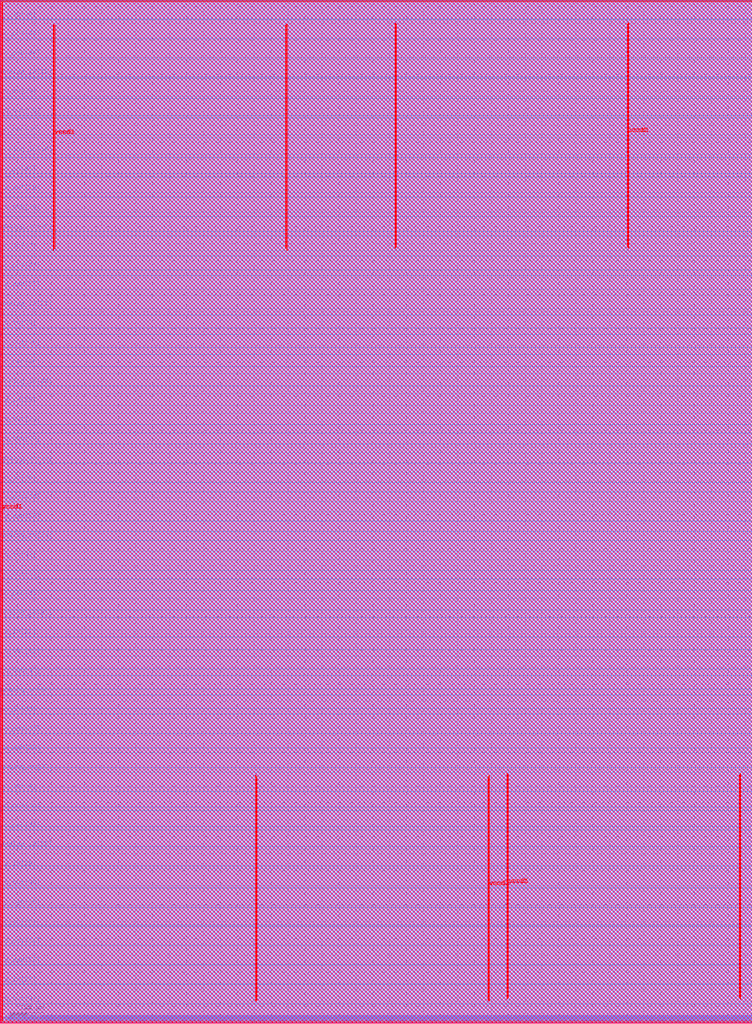
<source format=lef>
##
## LEF for PtnCells ;
## created by Innovus v20.10-p004_1 on Fri Jun 18 16:35:48 2021
##

VERSION 5.8 ;

BUSBITCHARS "[]" ;
DIVIDERCHAR "/" ;

MACRO azadi_soc_top_caravel
  CLASS BLOCK ;
  SIZE 2220.420000 BY 3019.880000 ;
  FOREIGN azadi_soc_top_caravel 0.000000 0.000000 ;
  ORIGIN 0 0 ;
  SYMMETRY X Y R90 ;
  PIN wb_clk_i
    DIRECTION INPUT ;
    USE SIGNAL ;
    PORT
      LAYER met2 ;
        RECT 1.540000 0.000000 1.680000 0.600000 ;
    END
  END wb_clk_i
  PIN wb_rst_i
    DIRECTION INPUT ;
    USE SIGNAL ;
    PORT
      LAYER met2 ;
        RECT 4.300000 0.000000 4.440000 0.600000 ;
    END
  END wb_rst_i
  PIN wbs_stb_i
    DIRECTION INPUT ;
    USE SIGNAL ;
    PORT
      LAYER met2 ;
        RECT 467.980000 0.000000 468.120000 0.600000 ;
    END
  END wbs_stb_i
  PIN wbs_cyc_i
    DIRECTION INPUT ;
    USE SIGNAL ;
    PORT
      LAYER met2 ;
        RECT 157.480000 0.000000 157.620000 0.600000 ;
    END
  END wbs_cyc_i
  PIN wbs_we_i
    DIRECTION INPUT ;
    USE SIGNAL ;
    PORT
      LAYER met2 ;
        RECT 472.580000 0.000000 472.720000 0.600000 ;
    END
  END wbs_we_i
  PIN wbs_sel_i[3]
    DIRECTION INPUT ;
    USE SIGNAL ;
    PORT
      LAYER met2 ;
        RECT 463.380000 0.000000 463.520000 0.600000 ;
    END
  END wbs_sel_i[3]
  PIN wbs_sel_i[2]
    DIRECTION INPUT ;
    USE SIGNAL ;
    PORT
      LAYER met2 ;
        RECT 458.780000 0.000000 458.920000 0.600000 ;
    END
  END wbs_sel_i[2]
  PIN wbs_sel_i[1]
    DIRECTION INPUT ;
    USE SIGNAL ;
    PORT
      LAYER met2 ;
        RECT 454.640000 0.000000 454.780000 0.600000 ;
    END
  END wbs_sel_i[1]
  PIN wbs_sel_i[0]
    DIRECTION INPUT ;
    USE SIGNAL ;
    PORT
      LAYER met2 ;
        RECT 450.040000 0.000000 450.180000 0.600000 ;
    END
  END wbs_sel_i[0]
  PIN wbs_dat_i[31]
    DIRECTION INPUT ;
    USE SIGNAL ;
    PORT
      LAYER met2 ;
        RECT 301.460000 0.000000 301.600000 0.600000 ;
    END
  END wbs_dat_i[31]
  PIN wbs_dat_i[30]
    DIRECTION INPUT ;
    USE SIGNAL ;
    PORT
      LAYER met2 ;
        RECT 296.860000 0.000000 297.000000 0.600000 ;
    END
  END wbs_dat_i[30]
  PIN wbs_dat_i[29]
    DIRECTION INPUT ;
    USE SIGNAL ;
    PORT
      LAYER met2 ;
        RECT 292.260000 0.000000 292.400000 0.600000 ;
    END
  END wbs_dat_i[29]
  PIN wbs_dat_i[28]
    DIRECTION INPUT ;
    USE SIGNAL ;
    PORT
      LAYER met2 ;
        RECT 288.120000 0.000000 288.260000 0.600000 ;
    END
  END wbs_dat_i[28]
  PIN wbs_dat_i[27]
    DIRECTION INPUT ;
    USE SIGNAL ;
    PORT
      LAYER met2 ;
        RECT 283.520000 0.000000 283.660000 0.600000 ;
    END
  END wbs_dat_i[27]
  PIN wbs_dat_i[26]
    DIRECTION INPUT ;
    USE SIGNAL ;
    PORT
      LAYER met2 ;
        RECT 278.920000 0.000000 279.060000 0.600000 ;
    END
  END wbs_dat_i[26]
  PIN wbs_dat_i[25]
    DIRECTION INPUT ;
    USE SIGNAL ;
    PORT
      LAYER met2 ;
        RECT 274.320000 0.000000 274.460000 0.600000 ;
    END
  END wbs_dat_i[25]
  PIN wbs_dat_i[24]
    DIRECTION INPUT ;
    USE SIGNAL ;
    PORT
      LAYER met2 ;
        RECT 269.720000 0.000000 269.860000 0.600000 ;
    END
  END wbs_dat_i[24]
  PIN wbs_dat_i[23]
    DIRECTION INPUT ;
    USE SIGNAL ;
    PORT
      LAYER met2 ;
        RECT 265.580000 0.000000 265.720000 0.600000 ;
    END
  END wbs_dat_i[23]
  PIN wbs_dat_i[22]
    DIRECTION INPUT ;
    USE SIGNAL ;
    PORT
      LAYER met2 ;
        RECT 260.980000 0.000000 261.120000 0.600000 ;
    END
  END wbs_dat_i[22]
  PIN wbs_dat_i[21]
    DIRECTION INPUT ;
    USE SIGNAL ;
    PORT
      LAYER met2 ;
        RECT 256.380000 0.000000 256.520000 0.600000 ;
    END
  END wbs_dat_i[21]
  PIN wbs_dat_i[20]
    DIRECTION INPUT ;
    USE SIGNAL ;
    PORT
      LAYER met2 ;
        RECT 251.780000 0.000000 251.920000 0.600000 ;
    END
  END wbs_dat_i[20]
  PIN wbs_dat_i[19]
    DIRECTION INPUT ;
    USE SIGNAL ;
    PORT
      LAYER met2 ;
        RECT 247.180000 0.000000 247.320000 0.600000 ;
    END
  END wbs_dat_i[19]
  PIN wbs_dat_i[18]
    DIRECTION INPUT ;
    USE SIGNAL ;
    PORT
      LAYER met2 ;
        RECT 243.040000 0.000000 243.180000 0.600000 ;
    END
  END wbs_dat_i[18]
  PIN wbs_dat_i[17]
    DIRECTION INPUT ;
    USE SIGNAL ;
    PORT
      LAYER met2 ;
        RECT 238.440000 0.000000 238.580000 0.600000 ;
    END
  END wbs_dat_i[17]
  PIN wbs_dat_i[16]
    DIRECTION INPUT ;
    USE SIGNAL ;
    PORT
      LAYER met2 ;
        RECT 233.840000 0.000000 233.980000 0.600000 ;
    END
  END wbs_dat_i[16]
  PIN wbs_dat_i[15]
    DIRECTION INPUT ;
    USE SIGNAL ;
    PORT
      LAYER met2 ;
        RECT 229.240000 0.000000 229.380000 0.600000 ;
    END
  END wbs_dat_i[15]
  PIN wbs_dat_i[14]
    DIRECTION INPUT ;
    USE SIGNAL ;
    PORT
      LAYER met2 ;
        RECT 224.640000 0.000000 224.780000 0.600000 ;
    END
  END wbs_dat_i[14]
  PIN wbs_dat_i[13]
    DIRECTION INPUT ;
    USE SIGNAL ;
    PORT
      LAYER met2 ;
        RECT 220.500000 0.000000 220.640000 0.600000 ;
    END
  END wbs_dat_i[13]
  PIN wbs_dat_i[12]
    DIRECTION INPUT ;
    USE SIGNAL ;
    PORT
      LAYER met2 ;
        RECT 215.900000 0.000000 216.040000 0.600000 ;
    END
  END wbs_dat_i[12]
  PIN wbs_dat_i[11]
    DIRECTION INPUT ;
    USE SIGNAL ;
    PORT
      LAYER met2 ;
        RECT 211.300000 0.000000 211.440000 0.600000 ;
    END
  END wbs_dat_i[11]
  PIN wbs_dat_i[10]
    DIRECTION INPUT ;
    USE SIGNAL ;
    PORT
      LAYER met2 ;
        RECT 206.700000 0.000000 206.840000 0.600000 ;
    END
  END wbs_dat_i[10]
  PIN wbs_dat_i[9]
    DIRECTION INPUT ;
    USE SIGNAL ;
    PORT
      LAYER met2 ;
        RECT 202.560000 0.000000 202.700000 0.600000 ;
    END
  END wbs_dat_i[9]
  PIN wbs_dat_i[8]
    DIRECTION INPUT ;
    USE SIGNAL ;
    PORT
      LAYER met2 ;
        RECT 197.960000 0.000000 198.100000 0.600000 ;
    END
  END wbs_dat_i[8]
  PIN wbs_dat_i[7]
    DIRECTION INPUT ;
    USE SIGNAL ;
    PORT
      LAYER met2 ;
        RECT 193.360000 0.000000 193.500000 0.600000 ;
    END
  END wbs_dat_i[7]
  PIN wbs_dat_i[6]
    DIRECTION INPUT ;
    USE SIGNAL ;
    PORT
      LAYER met2 ;
        RECT 188.760000 0.000000 188.900000 0.600000 ;
    END
  END wbs_dat_i[6]
  PIN wbs_dat_i[5]
    DIRECTION INPUT ;
    USE SIGNAL ;
    PORT
      LAYER met2 ;
        RECT 184.160000 0.000000 184.300000 0.600000 ;
    END
  END wbs_dat_i[5]
  PIN wbs_dat_i[4]
    DIRECTION INPUT ;
    USE SIGNAL ;
    PORT
      LAYER met2 ;
        RECT 180.020000 0.000000 180.160000 0.600000 ;
    END
  END wbs_dat_i[4]
  PIN wbs_dat_i[3]
    DIRECTION INPUT ;
    USE SIGNAL ;
    PORT
      LAYER met2 ;
        RECT 175.420000 0.000000 175.560000 0.600000 ;
    END
  END wbs_dat_i[3]
  PIN wbs_dat_i[2]
    DIRECTION INPUT ;
    USE SIGNAL ;
    PORT
      LAYER met2 ;
        RECT 170.820000 0.000000 170.960000 0.600000 ;
    END
  END wbs_dat_i[2]
  PIN wbs_dat_i[1]
    DIRECTION INPUT ;
    USE SIGNAL ;
    PORT
      LAYER met2 ;
        RECT 166.220000 0.000000 166.360000 0.600000 ;
    END
  END wbs_dat_i[1]
  PIN wbs_dat_i[0]
    DIRECTION INPUT ;
    USE SIGNAL ;
    PORT
      LAYER met2 ;
        RECT 161.620000 0.000000 161.760000 0.600000 ;
    END
  END wbs_dat_i[0]
  PIN wbs_adr_i[31]
    DIRECTION INPUT ;
    USE SIGNAL ;
    PORT
      LAYER met2 ;
        RECT 152.880000 0.000000 153.020000 0.600000 ;
    END
  END wbs_adr_i[31]
  PIN wbs_adr_i[30]
    DIRECTION INPUT ;
    USE SIGNAL ;
    PORT
      LAYER met2 ;
        RECT 148.280000 0.000000 148.420000 0.600000 ;
    END
  END wbs_adr_i[30]
  PIN wbs_adr_i[29]
    DIRECTION INPUT ;
    USE SIGNAL ;
    PORT
      LAYER met2 ;
        RECT 143.680000 0.000000 143.820000 0.600000 ;
    END
  END wbs_adr_i[29]
  PIN wbs_adr_i[28]
    DIRECTION INPUT ;
    USE SIGNAL ;
    PORT
      LAYER met2 ;
        RECT 139.080000 0.000000 139.220000 0.600000 ;
    END
  END wbs_adr_i[28]
  PIN wbs_adr_i[27]
    DIRECTION INPUT ;
    USE SIGNAL ;
    PORT
      LAYER met2 ;
        RECT 134.940000 0.000000 135.080000 0.600000 ;
    END
  END wbs_adr_i[27]
  PIN wbs_adr_i[26]
    DIRECTION INPUT ;
    USE SIGNAL ;
    PORT
      LAYER met2 ;
        RECT 130.340000 0.000000 130.480000 0.600000 ;
    END
  END wbs_adr_i[26]
  PIN wbs_adr_i[25]
    DIRECTION INPUT ;
    USE SIGNAL ;
    PORT
      LAYER met2 ;
        RECT 125.740000 0.000000 125.880000 0.600000 ;
    END
  END wbs_adr_i[25]
  PIN wbs_adr_i[24]
    DIRECTION INPUT ;
    USE SIGNAL ;
    PORT
      LAYER met2 ;
        RECT 121.140000 0.000000 121.280000 0.600000 ;
    END
  END wbs_adr_i[24]
  PIN wbs_adr_i[23]
    DIRECTION INPUT ;
    USE SIGNAL ;
    PORT
      LAYER met2 ;
        RECT 117.000000 0.000000 117.140000 0.600000 ;
    END
  END wbs_adr_i[23]
  PIN wbs_adr_i[22]
    DIRECTION INPUT ;
    USE SIGNAL ;
    PORT
      LAYER met2 ;
        RECT 112.400000 0.000000 112.540000 0.600000 ;
    END
  END wbs_adr_i[22]
  PIN wbs_adr_i[21]
    DIRECTION INPUT ;
    USE SIGNAL ;
    PORT
      LAYER met2 ;
        RECT 107.800000 0.000000 107.940000 0.600000 ;
    END
  END wbs_adr_i[21]
  PIN wbs_adr_i[20]
    DIRECTION INPUT ;
    USE SIGNAL ;
    PORT
      LAYER met2 ;
        RECT 103.200000 0.000000 103.340000 0.600000 ;
    END
  END wbs_adr_i[20]
  PIN wbs_adr_i[19]
    DIRECTION INPUT ;
    USE SIGNAL ;
    PORT
      LAYER met2 ;
        RECT 98.600000 0.000000 98.740000 0.600000 ;
    END
  END wbs_adr_i[19]
  PIN wbs_adr_i[18]
    DIRECTION INPUT ;
    USE SIGNAL ;
    PORT
      LAYER met2 ;
        RECT 94.460000 0.000000 94.600000 0.600000 ;
    END
  END wbs_adr_i[18]
  PIN wbs_adr_i[17]
    DIRECTION INPUT ;
    USE SIGNAL ;
    PORT
      LAYER met2 ;
        RECT 89.860000 0.000000 90.000000 0.600000 ;
    END
  END wbs_adr_i[17]
  PIN wbs_adr_i[16]
    DIRECTION INPUT ;
    USE SIGNAL ;
    PORT
      LAYER met2 ;
        RECT 85.260000 0.000000 85.400000 0.600000 ;
    END
  END wbs_adr_i[16]
  PIN wbs_adr_i[15]
    DIRECTION INPUT ;
    USE SIGNAL ;
    PORT
      LAYER met2 ;
        RECT 80.660000 0.000000 80.800000 0.600000 ;
    END
  END wbs_adr_i[15]
  PIN wbs_adr_i[14]
    DIRECTION INPUT ;
    USE SIGNAL ;
    PORT
      LAYER met2 ;
        RECT 76.060000 0.000000 76.200000 0.600000 ;
    END
  END wbs_adr_i[14]
  PIN wbs_adr_i[13]
    DIRECTION INPUT ;
    USE SIGNAL ;
    PORT
      LAYER met2 ;
        RECT 71.920000 0.000000 72.060000 0.600000 ;
    END
  END wbs_adr_i[13]
  PIN wbs_adr_i[12]
    DIRECTION INPUT ;
    USE SIGNAL ;
    PORT
      LAYER met2 ;
        RECT 67.320000 0.000000 67.460000 0.600000 ;
    END
  END wbs_adr_i[12]
  PIN wbs_adr_i[11]
    DIRECTION INPUT ;
    USE SIGNAL ;
    PORT
      LAYER met2 ;
        RECT 62.720000 0.000000 62.860000 0.600000 ;
    END
  END wbs_adr_i[11]
  PIN wbs_adr_i[10]
    DIRECTION INPUT ;
    USE SIGNAL ;
    PORT
      LAYER met2 ;
        RECT 58.120000 0.000000 58.260000 0.600000 ;
    END
  END wbs_adr_i[10]
  PIN wbs_adr_i[9]
    DIRECTION INPUT ;
    USE SIGNAL ;
    PORT
      LAYER met2 ;
        RECT 53.520000 0.000000 53.660000 0.600000 ;
    END
  END wbs_adr_i[9]
  PIN wbs_adr_i[8]
    DIRECTION INPUT ;
    USE SIGNAL ;
    PORT
      LAYER met2 ;
        RECT 49.380000 0.000000 49.520000 0.600000 ;
    END
  END wbs_adr_i[8]
  PIN wbs_adr_i[7]
    DIRECTION INPUT ;
    USE SIGNAL ;
    PORT
      LAYER met2 ;
        RECT 44.780000 0.000000 44.920000 0.600000 ;
    END
  END wbs_adr_i[7]
  PIN wbs_adr_i[6]
    DIRECTION INPUT ;
    USE SIGNAL ;
    PORT
      LAYER met2 ;
        RECT 40.180000 0.000000 40.320000 0.600000 ;
    END
  END wbs_adr_i[6]
  PIN wbs_adr_i[5]
    DIRECTION INPUT ;
    USE SIGNAL ;
    PORT
      LAYER met2 ;
        RECT 35.580000 0.000000 35.720000 0.600000 ;
    END
  END wbs_adr_i[5]
  PIN wbs_adr_i[4]
    DIRECTION INPUT ;
    USE SIGNAL ;
    PORT
      LAYER met2 ;
        RECT 31.440000 0.000000 31.580000 0.600000 ;
    END
  END wbs_adr_i[4]
  PIN wbs_adr_i[3]
    DIRECTION INPUT ;
    USE SIGNAL ;
    PORT
      LAYER met2 ;
        RECT 26.840000 0.000000 26.980000 0.600000 ;
    END
  END wbs_adr_i[3]
  PIN wbs_adr_i[2]
    DIRECTION INPUT ;
    USE SIGNAL ;
    PORT
      LAYER met2 ;
        RECT 22.240000 0.000000 22.380000 0.600000 ;
    END
  END wbs_adr_i[2]
  PIN wbs_adr_i[1]
    DIRECTION INPUT ;
    USE SIGNAL ;
    PORT
      LAYER met2 ;
        RECT 17.640000 0.000000 17.780000 0.600000 ;
    END
  END wbs_adr_i[1]
  PIN wbs_adr_i[0]
    DIRECTION INPUT ;
    USE SIGNAL ;
    PORT
      LAYER met2 ;
        RECT 13.040000 0.000000 13.180000 0.600000 ;
    END
  END wbs_adr_i[0]
  PIN wbs_ack_o
    DIRECTION OUTPUT ;
    USE SIGNAL ;
    PORT
      LAYER met2 ;
        RECT 8.900000 0.000000 9.040000 0.600000 ;
    END
  END wbs_ack_o
  PIN wbs_dat_o[31]
    DIRECTION OUTPUT ;
    USE SIGNAL ;
    PORT
      LAYER met2 ;
        RECT 445.440000 0.000000 445.580000 0.600000 ;
    END
  END wbs_dat_o[31]
  PIN wbs_dat_o[30]
    DIRECTION OUTPUT ;
    USE SIGNAL ;
    PORT
      LAYER met2 ;
        RECT 440.840000 0.000000 440.980000 0.600000 ;
    END
  END wbs_dat_o[30]
  PIN wbs_dat_o[29]
    DIRECTION OUTPUT ;
    USE SIGNAL ;
    PORT
      LAYER met2 ;
        RECT 436.700000 0.000000 436.840000 0.600000 ;
    END
  END wbs_dat_o[29]
  PIN wbs_dat_o[28]
    DIRECTION OUTPUT ;
    USE SIGNAL ;
    PORT
      LAYER met2 ;
        RECT 432.100000 0.000000 432.240000 0.600000 ;
    END
  END wbs_dat_o[28]
  PIN wbs_dat_o[27]
    DIRECTION OUTPUT ;
    USE SIGNAL ;
    PORT
      LAYER met2 ;
        RECT 427.500000 0.000000 427.640000 0.600000 ;
    END
  END wbs_dat_o[27]
  PIN wbs_dat_o[26]
    DIRECTION OUTPUT ;
    USE SIGNAL ;
    PORT
      LAYER met2 ;
        RECT 422.900000 0.000000 423.040000 0.600000 ;
    END
  END wbs_dat_o[26]
  PIN wbs_dat_o[25]
    DIRECTION OUTPUT ;
    USE SIGNAL ;
    PORT
      LAYER met2 ;
        RECT 418.300000 0.000000 418.440000 0.600000 ;
    END
  END wbs_dat_o[25]
  PIN wbs_dat_o[24]
    DIRECTION OUTPUT ;
    USE SIGNAL ;
    PORT
      LAYER met2 ;
        RECT 414.160000 0.000000 414.300000 0.600000 ;
    END
  END wbs_dat_o[24]
  PIN wbs_dat_o[23]
    DIRECTION OUTPUT ;
    USE SIGNAL ;
    PORT
      LAYER met2 ;
        RECT 409.560000 0.000000 409.700000 0.600000 ;
    END
  END wbs_dat_o[23]
  PIN wbs_dat_o[22]
    DIRECTION OUTPUT ;
    USE SIGNAL ;
    PORT
      LAYER met2 ;
        RECT 404.960000 0.000000 405.100000 0.600000 ;
    END
  END wbs_dat_o[22]
  PIN wbs_dat_o[21]
    DIRECTION OUTPUT ;
    USE SIGNAL ;
    PORT
      LAYER met2 ;
        RECT 400.360000 0.000000 400.500000 0.600000 ;
    END
  END wbs_dat_o[21]
  PIN wbs_dat_o[20]
    DIRECTION OUTPUT ;
    USE SIGNAL ;
    PORT
      LAYER met2 ;
        RECT 395.760000 0.000000 395.900000 0.600000 ;
    END
  END wbs_dat_o[20]
  PIN wbs_dat_o[19]
    DIRECTION OUTPUT ;
    USE SIGNAL ;
    PORT
      LAYER met2 ;
        RECT 391.620000 0.000000 391.760000 0.600000 ;
    END
  END wbs_dat_o[19]
  PIN wbs_dat_o[18]
    DIRECTION OUTPUT ;
    USE SIGNAL ;
    PORT
      LAYER met2 ;
        RECT 387.020000 0.000000 387.160000 0.600000 ;
    END
  END wbs_dat_o[18]
  PIN wbs_dat_o[17]
    DIRECTION OUTPUT ;
    USE SIGNAL ;
    PORT
      LAYER met2 ;
        RECT 382.420000 0.000000 382.560000 0.600000 ;
    END
  END wbs_dat_o[17]
  PIN wbs_dat_o[16]
    DIRECTION OUTPUT ;
    USE SIGNAL ;
    PORT
      LAYER met2 ;
        RECT 377.820000 0.000000 377.960000 0.600000 ;
    END
  END wbs_dat_o[16]
  PIN wbs_dat_o[15]
    DIRECTION OUTPUT ;
    USE SIGNAL ;
    PORT
      LAYER met2 ;
        RECT 373.680000 0.000000 373.820000 0.600000 ;
    END
  END wbs_dat_o[15]
  PIN wbs_dat_o[14]
    DIRECTION OUTPUT ;
    USE SIGNAL ;
    PORT
      LAYER met2 ;
        RECT 369.080000 0.000000 369.220000 0.600000 ;
    END
  END wbs_dat_o[14]
  PIN wbs_dat_o[13]
    DIRECTION OUTPUT ;
    USE SIGNAL ;
    PORT
      LAYER met2 ;
        RECT 364.480000 0.000000 364.620000 0.600000 ;
    END
  END wbs_dat_o[13]
  PIN wbs_dat_o[12]
    DIRECTION OUTPUT ;
    USE SIGNAL ;
    PORT
      LAYER met2 ;
        RECT 359.880000 0.000000 360.020000 0.600000 ;
    END
  END wbs_dat_o[12]
  PIN wbs_dat_o[11]
    DIRECTION OUTPUT ;
    USE SIGNAL ;
    PORT
      LAYER met2 ;
        RECT 355.280000 0.000000 355.420000 0.600000 ;
    END
  END wbs_dat_o[11]
  PIN wbs_dat_o[10]
    DIRECTION OUTPUT ;
    USE SIGNAL ;
    PORT
      LAYER met2 ;
        RECT 351.140000 0.000000 351.280000 0.600000 ;
    END
  END wbs_dat_o[10]
  PIN wbs_dat_o[9]
    DIRECTION OUTPUT ;
    USE SIGNAL ;
    PORT
      LAYER met2 ;
        RECT 346.540000 0.000000 346.680000 0.600000 ;
    END
  END wbs_dat_o[9]
  PIN wbs_dat_o[8]
    DIRECTION OUTPUT ;
    USE SIGNAL ;
    PORT
      LAYER met2 ;
        RECT 341.940000 0.000000 342.080000 0.600000 ;
    END
  END wbs_dat_o[8]
  PIN wbs_dat_o[7]
    DIRECTION OUTPUT ;
    USE SIGNAL ;
    PORT
      LAYER met2 ;
        RECT 337.340000 0.000000 337.480000 0.600000 ;
    END
  END wbs_dat_o[7]
  PIN wbs_dat_o[6]
    DIRECTION OUTPUT ;
    USE SIGNAL ;
    PORT
      LAYER met2 ;
        RECT 332.740000 0.000000 332.880000 0.600000 ;
    END
  END wbs_dat_o[6]
  PIN wbs_dat_o[5]
    DIRECTION OUTPUT ;
    USE SIGNAL ;
    PORT
      LAYER met2 ;
        RECT 328.600000 0.000000 328.740000 0.600000 ;
    END
  END wbs_dat_o[5]
  PIN wbs_dat_o[4]
    DIRECTION OUTPUT ;
    USE SIGNAL ;
    PORT
      LAYER met2 ;
        RECT 324.000000 0.000000 324.140000 0.600000 ;
    END
  END wbs_dat_o[4]
  PIN wbs_dat_o[3]
    DIRECTION OUTPUT ;
    USE SIGNAL ;
    PORT
      LAYER met2 ;
        RECT 319.400000 0.000000 319.540000 0.600000 ;
    END
  END wbs_dat_o[3]
  PIN wbs_dat_o[2]
    DIRECTION OUTPUT ;
    USE SIGNAL ;
    PORT
      LAYER met2 ;
        RECT 314.800000 0.000000 314.940000 0.600000 ;
    END
  END wbs_dat_o[2]
  PIN wbs_dat_o[1]
    DIRECTION OUTPUT ;
    USE SIGNAL ;
    PORT
      LAYER met2 ;
        RECT 310.200000 0.000000 310.340000 0.600000 ;
    END
  END wbs_dat_o[1]
  PIN wbs_dat_o[0]
    DIRECTION OUTPUT ;
    USE SIGNAL ;
    PORT
      LAYER met2 ;
        RECT 306.060000 0.000000 306.200000 0.600000 ;
    END
  END wbs_dat_o[0]
  PIN la_data_in[127]
    DIRECTION INPUT ;
    USE SIGNAL ;
    PORT
      LAYER met2 ;
        RECT 1048.960000 0.000000 1049.100000 0.600000 ;
    END
  END la_data_in[127]
  PIN la_data_in[126]
    DIRECTION INPUT ;
    USE SIGNAL ;
    PORT
      LAYER met2 ;
        RECT 1044.360000 0.000000 1044.500000 0.600000 ;
    END
  END la_data_in[126]
  PIN la_data_in[125]
    DIRECTION INPUT ;
    USE SIGNAL ;
    PORT
      LAYER met2 ;
        RECT 1039.760000 0.000000 1039.900000 0.600000 ;
    END
  END la_data_in[125]
  PIN la_data_in[124]
    DIRECTION INPUT ;
    USE SIGNAL ;
    PORT
      LAYER met2 ;
        RECT 1035.620000 0.000000 1035.760000 0.600000 ;
    END
  END la_data_in[124]
  PIN la_data_in[123]
    DIRECTION INPUT ;
    USE SIGNAL ;
    PORT
      LAYER met2 ;
        RECT 1031.020000 0.000000 1031.160000 0.600000 ;
    END
  END la_data_in[123]
  PIN la_data_in[122]
    DIRECTION INPUT ;
    USE SIGNAL ;
    PORT
      LAYER met2 ;
        RECT 1026.420000 0.000000 1026.560000 0.600000 ;
    END
  END la_data_in[122]
  PIN la_data_in[121]
    DIRECTION INPUT ;
    USE SIGNAL ;
    PORT
      LAYER met2 ;
        RECT 1021.820000 0.000000 1021.960000 0.600000 ;
    END
  END la_data_in[121]
  PIN la_data_in[120]
    DIRECTION INPUT ;
    USE SIGNAL ;
    PORT
      LAYER met2 ;
        RECT 1017.220000 0.000000 1017.360000 0.600000 ;
    END
  END la_data_in[120]
  PIN la_data_in[119]
    DIRECTION INPUT ;
    USE SIGNAL ;
    PORT
      LAYER met2 ;
        RECT 1013.080000 0.000000 1013.220000 0.600000 ;
    END
  END la_data_in[119]
  PIN la_data_in[118]
    DIRECTION INPUT ;
    USE SIGNAL ;
    PORT
      LAYER met2 ;
        RECT 1008.480000 0.000000 1008.620000 0.600000 ;
    END
  END la_data_in[118]
  PIN la_data_in[117]
    DIRECTION INPUT ;
    USE SIGNAL ;
    PORT
      LAYER met2 ;
        RECT 1003.880000 0.000000 1004.020000 0.600000 ;
    END
  END la_data_in[117]
  PIN la_data_in[116]
    DIRECTION INPUT ;
    USE SIGNAL ;
    PORT
      LAYER met2 ;
        RECT 999.280000 0.000000 999.420000 0.600000 ;
    END
  END la_data_in[116]
  PIN la_data_in[115]
    DIRECTION INPUT ;
    USE SIGNAL ;
    PORT
      LAYER met2 ;
        RECT 994.680000 0.000000 994.820000 0.600000 ;
    END
  END la_data_in[115]
  PIN la_data_in[114]
    DIRECTION INPUT ;
    USE SIGNAL ;
    PORT
      LAYER met2 ;
        RECT 990.540000 0.000000 990.680000 0.600000 ;
    END
  END la_data_in[114]
  PIN la_data_in[113]
    DIRECTION INPUT ;
    USE SIGNAL ;
    PORT
      LAYER met2 ;
        RECT 985.940000 0.000000 986.080000 0.600000 ;
    END
  END la_data_in[113]
  PIN la_data_in[112]
    DIRECTION INPUT ;
    USE SIGNAL ;
    PORT
      LAYER met2 ;
        RECT 981.340000 0.000000 981.480000 0.600000 ;
    END
  END la_data_in[112]
  PIN la_data_in[111]
    DIRECTION INPUT ;
    USE SIGNAL ;
    PORT
      LAYER met2 ;
        RECT 976.740000 0.000000 976.880000 0.600000 ;
    END
  END la_data_in[111]
  PIN la_data_in[110]
    DIRECTION INPUT ;
    USE SIGNAL ;
    PORT
      LAYER met2 ;
        RECT 972.140000 0.000000 972.280000 0.600000 ;
    END
  END la_data_in[110]
  PIN la_data_in[109]
    DIRECTION INPUT ;
    USE SIGNAL ;
    PORT
      LAYER met2 ;
        RECT 968.000000 0.000000 968.140000 0.600000 ;
    END
  END la_data_in[109]
  PIN la_data_in[108]
    DIRECTION INPUT ;
    USE SIGNAL ;
    PORT
      LAYER met2 ;
        RECT 963.400000 0.000000 963.540000 0.600000 ;
    END
  END la_data_in[108]
  PIN la_data_in[107]
    DIRECTION INPUT ;
    USE SIGNAL ;
    PORT
      LAYER met2 ;
        RECT 958.800000 0.000000 958.940000 0.600000 ;
    END
  END la_data_in[107]
  PIN la_data_in[106]
    DIRECTION INPUT ;
    USE SIGNAL ;
    PORT
      LAYER met2 ;
        RECT 954.200000 0.000000 954.340000 0.600000 ;
    END
  END la_data_in[106]
  PIN la_data_in[105]
    DIRECTION INPUT ;
    USE SIGNAL ;
    PORT
      LAYER met2 ;
        RECT 950.060000 0.000000 950.200000 0.600000 ;
    END
  END la_data_in[105]
  PIN la_data_in[104]
    DIRECTION INPUT ;
    USE SIGNAL ;
    PORT
      LAYER met2 ;
        RECT 945.460000 0.000000 945.600000 0.600000 ;
    END
  END la_data_in[104]
  PIN la_data_in[103]
    DIRECTION INPUT ;
    USE SIGNAL ;
    PORT
      LAYER met2 ;
        RECT 940.860000 0.000000 941.000000 0.600000 ;
    END
  END la_data_in[103]
  PIN la_data_in[102]
    DIRECTION INPUT ;
    USE SIGNAL ;
    PORT
      LAYER met2 ;
        RECT 936.260000 0.000000 936.400000 0.600000 ;
    END
  END la_data_in[102]
  PIN la_data_in[101]
    DIRECTION INPUT ;
    USE SIGNAL ;
    PORT
      LAYER met2 ;
        RECT 931.660000 0.000000 931.800000 0.600000 ;
    END
  END la_data_in[101]
  PIN la_data_in[100]
    DIRECTION INPUT ;
    USE SIGNAL ;
    PORT
      LAYER met2 ;
        RECT 927.520000 0.000000 927.660000 0.600000 ;
    END
  END la_data_in[100]
  PIN la_data_in[99]
    DIRECTION INPUT ;
    USE SIGNAL ;
    PORT
      LAYER met2 ;
        RECT 922.920000 0.000000 923.060000 0.600000 ;
    END
  END la_data_in[99]
  PIN la_data_in[98]
    DIRECTION INPUT ;
    USE SIGNAL ;
    PORT
      LAYER met2 ;
        RECT 918.320000 0.000000 918.460000 0.600000 ;
    END
  END la_data_in[98]
  PIN la_data_in[97]
    DIRECTION INPUT ;
    USE SIGNAL ;
    PORT
      LAYER met2 ;
        RECT 913.720000 0.000000 913.860000 0.600000 ;
    END
  END la_data_in[97]
  PIN la_data_in[96]
    DIRECTION INPUT ;
    USE SIGNAL ;
    PORT
      LAYER met2 ;
        RECT 909.120000 0.000000 909.260000 0.600000 ;
    END
  END la_data_in[96]
  PIN la_data_in[95]
    DIRECTION INPUT ;
    USE SIGNAL ;
    PORT
      LAYER met2 ;
        RECT 904.980000 0.000000 905.120000 0.600000 ;
    END
  END la_data_in[95]
  PIN la_data_in[94]
    DIRECTION INPUT ;
    USE SIGNAL ;
    PORT
      LAYER met2 ;
        RECT 900.380000 0.000000 900.520000 0.600000 ;
    END
  END la_data_in[94]
  PIN la_data_in[93]
    DIRECTION INPUT ;
    USE SIGNAL ;
    PORT
      LAYER met2 ;
        RECT 895.780000 0.000000 895.920000 0.600000 ;
    END
  END la_data_in[93]
  PIN la_data_in[92]
    DIRECTION INPUT ;
    USE SIGNAL ;
    PORT
      LAYER met2 ;
        RECT 891.180000 0.000000 891.320000 0.600000 ;
    END
  END la_data_in[92]
  PIN la_data_in[91]
    DIRECTION INPUT ;
    USE SIGNAL ;
    PORT
      LAYER met2 ;
        RECT 886.580000 0.000000 886.720000 0.600000 ;
    END
  END la_data_in[91]
  PIN la_data_in[90]
    DIRECTION INPUT ;
    USE SIGNAL ;
    PORT
      LAYER met2 ;
        RECT 882.440000 0.000000 882.580000 0.600000 ;
    END
  END la_data_in[90]
  PIN la_data_in[89]
    DIRECTION INPUT ;
    USE SIGNAL ;
    PORT
      LAYER met2 ;
        RECT 877.840000 0.000000 877.980000 0.600000 ;
    END
  END la_data_in[89]
  PIN la_data_in[88]
    DIRECTION INPUT ;
    USE SIGNAL ;
    PORT
      LAYER met2 ;
        RECT 873.240000 0.000000 873.380000 0.600000 ;
    END
  END la_data_in[88]
  PIN la_data_in[87]
    DIRECTION INPUT ;
    USE SIGNAL ;
    PORT
      LAYER met2 ;
        RECT 868.640000 0.000000 868.780000 0.600000 ;
    END
  END la_data_in[87]
  PIN la_data_in[86]
    DIRECTION INPUT ;
    USE SIGNAL ;
    PORT
      LAYER met2 ;
        RECT 864.500000 0.000000 864.640000 0.600000 ;
    END
  END la_data_in[86]
  PIN la_data_in[85]
    DIRECTION INPUT ;
    USE SIGNAL ;
    PORT
      LAYER met2 ;
        RECT 859.900000 0.000000 860.040000 0.600000 ;
    END
  END la_data_in[85]
  PIN la_data_in[84]
    DIRECTION INPUT ;
    USE SIGNAL ;
    PORT
      LAYER met2 ;
        RECT 855.300000 0.000000 855.440000 0.600000 ;
    END
  END la_data_in[84]
  PIN la_data_in[83]
    DIRECTION INPUT ;
    USE SIGNAL ;
    PORT
      LAYER met2 ;
        RECT 850.700000 0.000000 850.840000 0.600000 ;
    END
  END la_data_in[83]
  PIN la_data_in[82]
    DIRECTION INPUT ;
    USE SIGNAL ;
    PORT
      LAYER met2 ;
        RECT 846.100000 0.000000 846.240000 0.600000 ;
    END
  END la_data_in[82]
  PIN la_data_in[81]
    DIRECTION INPUT ;
    USE SIGNAL ;
    PORT
      LAYER met2 ;
        RECT 841.960000 0.000000 842.100000 0.600000 ;
    END
  END la_data_in[81]
  PIN la_data_in[80]
    DIRECTION INPUT ;
    USE SIGNAL ;
    PORT
      LAYER met2 ;
        RECT 837.360000 0.000000 837.500000 0.600000 ;
    END
  END la_data_in[80]
  PIN la_data_in[79]
    DIRECTION INPUT ;
    USE SIGNAL ;
    PORT
      LAYER met2 ;
        RECT 832.760000 0.000000 832.900000 0.600000 ;
    END
  END la_data_in[79]
  PIN la_data_in[78]
    DIRECTION INPUT ;
    USE SIGNAL ;
    PORT
      LAYER met2 ;
        RECT 828.160000 0.000000 828.300000 0.600000 ;
    END
  END la_data_in[78]
  PIN la_data_in[77]
    DIRECTION INPUT ;
    USE SIGNAL ;
    PORT
      LAYER met2 ;
        RECT 823.560000 0.000000 823.700000 0.600000 ;
    END
  END la_data_in[77]
  PIN la_data_in[76]
    DIRECTION INPUT ;
    USE SIGNAL ;
    PORT
      LAYER met2 ;
        RECT 819.420000 0.000000 819.560000 0.600000 ;
    END
  END la_data_in[76]
  PIN la_data_in[75]
    DIRECTION INPUT ;
    USE SIGNAL ;
    PORT
      LAYER met2 ;
        RECT 814.820000 0.000000 814.960000 0.600000 ;
    END
  END la_data_in[75]
  PIN la_data_in[74]
    DIRECTION INPUT ;
    USE SIGNAL ;
    PORT
      LAYER met2 ;
        RECT 810.220000 0.000000 810.360000 0.600000 ;
    END
  END la_data_in[74]
  PIN la_data_in[73]
    DIRECTION INPUT ;
    USE SIGNAL ;
    PORT
      LAYER met2 ;
        RECT 805.620000 0.000000 805.760000 0.600000 ;
    END
  END la_data_in[73]
  PIN la_data_in[72]
    DIRECTION INPUT ;
    USE SIGNAL ;
    PORT
      LAYER met2 ;
        RECT 801.020000 0.000000 801.160000 0.600000 ;
    END
  END la_data_in[72]
  PIN la_data_in[71]
    DIRECTION INPUT ;
    USE SIGNAL ;
    PORT
      LAYER met2 ;
        RECT 796.880000 0.000000 797.020000 0.600000 ;
    END
  END la_data_in[71]
  PIN la_data_in[70]
    DIRECTION INPUT ;
    USE SIGNAL ;
    PORT
      LAYER met2 ;
        RECT 792.280000 0.000000 792.420000 0.600000 ;
    END
  END la_data_in[70]
  PIN la_data_in[69]
    DIRECTION INPUT ;
    USE SIGNAL ;
    PORT
      LAYER met2 ;
        RECT 787.680000 0.000000 787.820000 0.600000 ;
    END
  END la_data_in[69]
  PIN la_data_in[68]
    DIRECTION INPUT ;
    USE SIGNAL ;
    PORT
      LAYER met2 ;
        RECT 783.080000 0.000000 783.220000 0.600000 ;
    END
  END la_data_in[68]
  PIN la_data_in[67]
    DIRECTION INPUT ;
    USE SIGNAL ;
    PORT
      LAYER met2 ;
        RECT 778.940000 0.000000 779.080000 0.600000 ;
    END
  END la_data_in[67]
  PIN la_data_in[66]
    DIRECTION INPUT ;
    USE SIGNAL ;
    PORT
      LAYER met2 ;
        RECT 774.340000 0.000000 774.480000 0.600000 ;
    END
  END la_data_in[66]
  PIN la_data_in[65]
    DIRECTION INPUT ;
    USE SIGNAL ;
    PORT
      LAYER met2 ;
        RECT 769.740000 0.000000 769.880000 0.600000 ;
    END
  END la_data_in[65]
  PIN la_data_in[64]
    DIRECTION INPUT ;
    USE SIGNAL ;
    PORT
      LAYER met2 ;
        RECT 765.140000 0.000000 765.280000 0.600000 ;
    END
  END la_data_in[64]
  PIN la_data_in[63]
    DIRECTION INPUT ;
    USE SIGNAL ;
    PORT
      LAYER met2 ;
        RECT 760.540000 0.000000 760.680000 0.600000 ;
    END
  END la_data_in[63]
  PIN la_data_in[62]
    DIRECTION INPUT ;
    USE SIGNAL ;
    PORT
      LAYER met2 ;
        RECT 756.400000 0.000000 756.540000 0.600000 ;
    END
  END la_data_in[62]
  PIN la_data_in[61]
    DIRECTION INPUT ;
    USE SIGNAL ;
    PORT
      LAYER met2 ;
        RECT 751.800000 0.000000 751.940000 0.600000 ;
    END
  END la_data_in[61]
  PIN la_data_in[60]
    DIRECTION INPUT ;
    USE SIGNAL ;
    PORT
      LAYER met2 ;
        RECT 747.200000 0.000000 747.340000 0.600000 ;
    END
  END la_data_in[60]
  PIN la_data_in[59]
    DIRECTION INPUT ;
    USE SIGNAL ;
    PORT
      LAYER met2 ;
        RECT 742.600000 0.000000 742.740000 0.600000 ;
    END
  END la_data_in[59]
  PIN la_data_in[58]
    DIRECTION INPUT ;
    USE SIGNAL ;
    PORT
      LAYER met2 ;
        RECT 738.000000 0.000000 738.140000 0.600000 ;
    END
  END la_data_in[58]
  PIN la_data_in[57]
    DIRECTION INPUT ;
    USE SIGNAL ;
    PORT
      LAYER met2 ;
        RECT 733.860000 0.000000 734.000000 0.600000 ;
    END
  END la_data_in[57]
  PIN la_data_in[56]
    DIRECTION INPUT ;
    USE SIGNAL ;
    PORT
      LAYER met2 ;
        RECT 729.260000 0.000000 729.400000 0.600000 ;
    END
  END la_data_in[56]
  PIN la_data_in[55]
    DIRECTION INPUT ;
    USE SIGNAL ;
    PORT
      LAYER met2 ;
        RECT 724.660000 0.000000 724.800000 0.600000 ;
    END
  END la_data_in[55]
  PIN la_data_in[54]
    DIRECTION INPUT ;
    USE SIGNAL ;
    PORT
      LAYER met2 ;
        RECT 720.060000 0.000000 720.200000 0.600000 ;
    END
  END la_data_in[54]
  PIN la_data_in[53]
    DIRECTION INPUT ;
    USE SIGNAL ;
    PORT
      LAYER met2 ;
        RECT 715.460000 0.000000 715.600000 0.600000 ;
    END
  END la_data_in[53]
  PIN la_data_in[52]
    DIRECTION INPUT ;
    USE SIGNAL ;
    PORT
      LAYER met2 ;
        RECT 711.320000 0.000000 711.460000 0.600000 ;
    END
  END la_data_in[52]
  PIN la_data_in[51]
    DIRECTION INPUT ;
    USE SIGNAL ;
    PORT
      LAYER met2 ;
        RECT 706.720000 0.000000 706.860000 0.600000 ;
    END
  END la_data_in[51]
  PIN la_data_in[50]
    DIRECTION INPUT ;
    USE SIGNAL ;
    PORT
      LAYER met2 ;
        RECT 702.120000 0.000000 702.260000 0.600000 ;
    END
  END la_data_in[50]
  PIN la_data_in[49]
    DIRECTION INPUT ;
    USE SIGNAL ;
    PORT
      LAYER met2 ;
        RECT 697.520000 0.000000 697.660000 0.600000 ;
    END
  END la_data_in[49]
  PIN la_data_in[48]
    DIRECTION INPUT ;
    USE SIGNAL ;
    PORT
      LAYER met2 ;
        RECT 693.380000 0.000000 693.520000 0.600000 ;
    END
  END la_data_in[48]
  PIN la_data_in[47]
    DIRECTION INPUT ;
    USE SIGNAL ;
    PORT
      LAYER met2 ;
        RECT 688.780000 0.000000 688.920000 0.600000 ;
    END
  END la_data_in[47]
  PIN la_data_in[46]
    DIRECTION INPUT ;
    USE SIGNAL ;
    PORT
      LAYER met2 ;
        RECT 684.180000 0.000000 684.320000 0.600000 ;
    END
  END la_data_in[46]
  PIN la_data_in[45]
    DIRECTION INPUT ;
    USE SIGNAL ;
    PORT
      LAYER met2 ;
        RECT 679.580000 0.000000 679.720000 0.600000 ;
    END
  END la_data_in[45]
  PIN la_data_in[44]
    DIRECTION INPUT ;
    USE SIGNAL ;
    PORT
      LAYER met2 ;
        RECT 674.980000 0.000000 675.120000 0.600000 ;
    END
  END la_data_in[44]
  PIN la_data_in[43]
    DIRECTION INPUT ;
    USE SIGNAL ;
    PORT
      LAYER met2 ;
        RECT 670.840000 0.000000 670.980000 0.600000 ;
    END
  END la_data_in[43]
  PIN la_data_in[42]
    DIRECTION INPUT ;
    USE SIGNAL ;
    PORT
      LAYER met2 ;
        RECT 666.240000 0.000000 666.380000 0.600000 ;
    END
  END la_data_in[42]
  PIN la_data_in[41]
    DIRECTION INPUT ;
    USE SIGNAL ;
    PORT
      LAYER met2 ;
        RECT 661.640000 0.000000 661.780000 0.600000 ;
    END
  END la_data_in[41]
  PIN la_data_in[40]
    DIRECTION INPUT ;
    USE SIGNAL ;
    PORT
      LAYER met2 ;
        RECT 657.040000 0.000000 657.180000 0.600000 ;
    END
  END la_data_in[40]
  PIN la_data_in[39]
    DIRECTION INPUT ;
    USE SIGNAL ;
    PORT
      LAYER met2 ;
        RECT 652.440000 0.000000 652.580000 0.600000 ;
    END
  END la_data_in[39]
  PIN la_data_in[38]
    DIRECTION INPUT ;
    USE SIGNAL ;
    PORT
      LAYER met2 ;
        RECT 648.300000 0.000000 648.440000 0.600000 ;
    END
  END la_data_in[38]
  PIN la_data_in[37]
    DIRECTION INPUT ;
    USE SIGNAL ;
    PORT
      LAYER met2 ;
        RECT 643.700000 0.000000 643.840000 0.600000 ;
    END
  END la_data_in[37]
  PIN la_data_in[36]
    DIRECTION INPUT ;
    USE SIGNAL ;
    PORT
      LAYER met2 ;
        RECT 639.100000 0.000000 639.240000 0.600000 ;
    END
  END la_data_in[36]
  PIN la_data_in[35]
    DIRECTION INPUT ;
    USE SIGNAL ;
    PORT
      LAYER met2 ;
        RECT 634.500000 0.000000 634.640000 0.600000 ;
    END
  END la_data_in[35]
  PIN la_data_in[34]
    DIRECTION INPUT ;
    USE SIGNAL ;
    PORT
      LAYER met2 ;
        RECT 629.900000 0.000000 630.040000 0.600000 ;
    END
  END la_data_in[34]
  PIN la_data_in[33]
    DIRECTION INPUT ;
    USE SIGNAL ;
    PORT
      LAYER met2 ;
        RECT 625.760000 0.000000 625.900000 0.600000 ;
    END
  END la_data_in[33]
  PIN la_data_in[32]
    DIRECTION INPUT ;
    USE SIGNAL ;
    PORT
      LAYER met2 ;
        RECT 621.160000 0.000000 621.300000 0.600000 ;
    END
  END la_data_in[32]
  PIN la_data_in[31]
    DIRECTION INPUT ;
    USE SIGNAL ;
    PORT
      LAYER met2 ;
        RECT 616.560000 0.000000 616.700000 0.600000 ;
    END
  END la_data_in[31]
  PIN la_data_in[30]
    DIRECTION INPUT ;
    USE SIGNAL ;
    PORT
      LAYER met2 ;
        RECT 611.960000 0.000000 612.100000 0.600000 ;
    END
  END la_data_in[30]
  PIN la_data_in[29]
    DIRECTION INPUT ;
    USE SIGNAL ;
    PORT
      LAYER met2 ;
        RECT 607.820000 0.000000 607.960000 0.600000 ;
    END
  END la_data_in[29]
  PIN la_data_in[28]
    DIRECTION INPUT ;
    USE SIGNAL ;
    PORT
      LAYER met2 ;
        RECT 603.220000 0.000000 603.360000 0.600000 ;
    END
  END la_data_in[28]
  PIN la_data_in[27]
    DIRECTION INPUT ;
    USE SIGNAL ;
    PORT
      LAYER met2 ;
        RECT 598.620000 0.000000 598.760000 0.600000 ;
    END
  END la_data_in[27]
  PIN la_data_in[26]
    DIRECTION INPUT ;
    USE SIGNAL ;
    PORT
      LAYER met2 ;
        RECT 594.020000 0.000000 594.160000 0.600000 ;
    END
  END la_data_in[26]
  PIN la_data_in[25]
    DIRECTION INPUT ;
    USE SIGNAL ;
    PORT
      LAYER met2 ;
        RECT 589.420000 0.000000 589.560000 0.600000 ;
    END
  END la_data_in[25]
  PIN la_data_in[24]
    DIRECTION INPUT ;
    USE SIGNAL ;
    PORT
      LAYER met2 ;
        RECT 585.280000 0.000000 585.420000 0.600000 ;
    END
  END la_data_in[24]
  PIN la_data_in[23]
    DIRECTION INPUT ;
    USE SIGNAL ;
    PORT
      LAYER met2 ;
        RECT 580.680000 0.000000 580.820000 0.600000 ;
    END
  END la_data_in[23]
  PIN la_data_in[22]
    DIRECTION INPUT ;
    USE SIGNAL ;
    PORT
      LAYER met2 ;
        RECT 576.080000 0.000000 576.220000 0.600000 ;
    END
  END la_data_in[22]
  PIN la_data_in[21]
    DIRECTION INPUT ;
    USE SIGNAL ;
    PORT
      LAYER met2 ;
        RECT 571.480000 0.000000 571.620000 0.600000 ;
    END
  END la_data_in[21]
  PIN la_data_in[20]
    DIRECTION INPUT ;
    USE SIGNAL ;
    PORT
      LAYER met2 ;
        RECT 566.880000 0.000000 567.020000 0.600000 ;
    END
  END la_data_in[20]
  PIN la_data_in[19]
    DIRECTION INPUT ;
    USE SIGNAL ;
    PORT
      LAYER met2 ;
        RECT 562.740000 0.000000 562.880000 0.600000 ;
    END
  END la_data_in[19]
  PIN la_data_in[18]
    DIRECTION INPUT ;
    USE SIGNAL ;
    PORT
      LAYER met2 ;
        RECT 558.140000 0.000000 558.280000 0.600000 ;
    END
  END la_data_in[18]
  PIN la_data_in[17]
    DIRECTION INPUT ;
    USE SIGNAL ;
    PORT
      LAYER met2 ;
        RECT 553.540000 0.000000 553.680000 0.600000 ;
    END
  END la_data_in[17]
  PIN la_data_in[16]
    DIRECTION INPUT ;
    USE SIGNAL ;
    PORT
      LAYER met2 ;
        RECT 548.940000 0.000000 549.080000 0.600000 ;
    END
  END la_data_in[16]
  PIN la_data_in[15]
    DIRECTION INPUT ;
    USE SIGNAL ;
    PORT
      LAYER met2 ;
        RECT 544.340000 0.000000 544.480000 0.600000 ;
    END
  END la_data_in[15]
  PIN la_data_in[14]
    DIRECTION INPUT ;
    USE SIGNAL ;
    PORT
      LAYER met2 ;
        RECT 540.200000 0.000000 540.340000 0.600000 ;
    END
  END la_data_in[14]
  PIN la_data_in[13]
    DIRECTION INPUT ;
    USE SIGNAL ;
    PORT
      LAYER met2 ;
        RECT 535.600000 0.000000 535.740000 0.600000 ;
    END
  END la_data_in[13]
  PIN la_data_in[12]
    DIRECTION INPUT ;
    USE SIGNAL ;
    PORT
      LAYER met2 ;
        RECT 531.000000 0.000000 531.140000 0.600000 ;
    END
  END la_data_in[12]
  PIN la_data_in[11]
    DIRECTION INPUT ;
    USE SIGNAL ;
    PORT
      LAYER met2 ;
        RECT 526.400000 0.000000 526.540000 0.600000 ;
    END
  END la_data_in[11]
  PIN la_data_in[10]
    DIRECTION INPUT ;
    USE SIGNAL ;
    PORT
      LAYER met2 ;
        RECT 522.260000 0.000000 522.400000 0.600000 ;
    END
  END la_data_in[10]
  PIN la_data_in[9]
    DIRECTION INPUT ;
    USE SIGNAL ;
    PORT
      LAYER met2 ;
        RECT 517.660000 0.000000 517.800000 0.600000 ;
    END
  END la_data_in[9]
  PIN la_data_in[8]
    DIRECTION INPUT ;
    USE SIGNAL ;
    PORT
      LAYER met2 ;
        RECT 513.060000 0.000000 513.200000 0.600000 ;
    END
  END la_data_in[8]
  PIN la_data_in[7]
    DIRECTION INPUT ;
    USE SIGNAL ;
    PORT
      LAYER met2 ;
        RECT 508.460000 0.000000 508.600000 0.600000 ;
    END
  END la_data_in[7]
  PIN la_data_in[6]
    DIRECTION INPUT ;
    USE SIGNAL ;
    PORT
      LAYER met2 ;
        RECT 503.860000 0.000000 504.000000 0.600000 ;
    END
  END la_data_in[6]
  PIN la_data_in[5]
    DIRECTION INPUT ;
    USE SIGNAL ;
    PORT
      LAYER met2 ;
        RECT 499.720000 0.000000 499.860000 0.600000 ;
    END
  END la_data_in[5]
  PIN la_data_in[4]
    DIRECTION INPUT ;
    USE SIGNAL ;
    PORT
      LAYER met2 ;
        RECT 495.120000 0.000000 495.260000 0.600000 ;
    END
  END la_data_in[4]
  PIN la_data_in[3]
    DIRECTION INPUT ;
    USE SIGNAL ;
    PORT
      LAYER met2 ;
        RECT 490.520000 0.000000 490.660000 0.600000 ;
    END
  END la_data_in[3]
  PIN la_data_in[2]
    DIRECTION INPUT ;
    USE SIGNAL ;
    PORT
      LAYER met2 ;
        RECT 485.920000 0.000000 486.060000 0.600000 ;
    END
  END la_data_in[2]
  PIN la_data_in[1]
    DIRECTION INPUT ;
    USE SIGNAL ;
    PORT
      LAYER met2 ;
        RECT 481.320000 0.000000 481.460000 0.600000 ;
    END
  END la_data_in[1]
  PIN la_data_in[0]
    DIRECTION INPUT ;
    USE SIGNAL ;
    PORT
      LAYER met2 ;
        RECT 477.180000 0.000000 477.320000 0.600000 ;
    END
  END la_data_in[0]
  PIN la_data_out[127]
    DIRECTION OUTPUT ;
    USE SIGNAL ;
    PORT
      LAYER met2 ;
        RECT 1625.340000 0.000000 1625.480000 0.600000 ;
    END
  END la_data_out[127]
  PIN la_data_out[126]
    DIRECTION OUTPUT ;
    USE SIGNAL ;
    PORT
      LAYER met2 ;
        RECT 1620.740000 0.000000 1620.880000 0.600000 ;
    END
  END la_data_out[126]
  PIN la_data_out[125]
    DIRECTION OUTPUT ;
    USE SIGNAL ;
    PORT
      LAYER met2 ;
        RECT 1616.140000 0.000000 1616.280000 0.600000 ;
    END
  END la_data_out[125]
  PIN la_data_out[124]
    DIRECTION OUTPUT ;
    USE SIGNAL ;
    PORT
      LAYER met2 ;
        RECT 1612.000000 0.000000 1612.140000 0.600000 ;
    END
  END la_data_out[124]
  PIN la_data_out[123]
    DIRECTION OUTPUT ;
    USE SIGNAL ;
    PORT
      LAYER met2 ;
        RECT 1607.400000 0.000000 1607.540000 0.600000 ;
    END
  END la_data_out[123]
  PIN la_data_out[122]
    DIRECTION OUTPUT ;
    USE SIGNAL ;
    PORT
      LAYER met2 ;
        RECT 1602.800000 0.000000 1602.940000 0.600000 ;
    END
  END la_data_out[122]
  PIN la_data_out[121]
    DIRECTION OUTPUT ;
    USE SIGNAL ;
    PORT
      LAYER met2 ;
        RECT 1598.200000 0.000000 1598.340000 0.600000 ;
    END
  END la_data_out[121]
  PIN la_data_out[120]
    DIRECTION OUTPUT ;
    USE SIGNAL ;
    PORT
      LAYER met2 ;
        RECT 1593.600000 0.000000 1593.740000 0.600000 ;
    END
  END la_data_out[120]
  PIN la_data_out[119]
    DIRECTION OUTPUT ;
    USE SIGNAL ;
    PORT
      LAYER met2 ;
        RECT 1589.460000 0.000000 1589.600000 0.600000 ;
    END
  END la_data_out[119]
  PIN la_data_out[118]
    DIRECTION OUTPUT ;
    USE SIGNAL ;
    PORT
      LAYER met2 ;
        RECT 1584.860000 0.000000 1585.000000 0.600000 ;
    END
  END la_data_out[118]
  PIN la_data_out[117]
    DIRECTION OUTPUT ;
    USE SIGNAL ;
    PORT
      LAYER met2 ;
        RECT 1580.260000 0.000000 1580.400000 0.600000 ;
    END
  END la_data_out[117]
  PIN la_data_out[116]
    DIRECTION OUTPUT ;
    USE SIGNAL ;
    PORT
      LAYER met2 ;
        RECT 1575.660000 0.000000 1575.800000 0.600000 ;
    END
  END la_data_out[116]
  PIN la_data_out[115]
    DIRECTION OUTPUT ;
    USE SIGNAL ;
    PORT
      LAYER met2 ;
        RECT 1571.060000 0.000000 1571.200000 0.600000 ;
    END
  END la_data_out[115]
  PIN la_data_out[114]
    DIRECTION OUTPUT ;
    USE SIGNAL ;
    PORT
      LAYER met2 ;
        RECT 1566.920000 0.000000 1567.060000 0.600000 ;
    END
  END la_data_out[114]
  PIN la_data_out[113]
    DIRECTION OUTPUT ;
    USE SIGNAL ;
    PORT
      LAYER met2 ;
        RECT 1562.320000 0.000000 1562.460000 0.600000 ;
    END
  END la_data_out[113]
  PIN la_data_out[112]
    DIRECTION OUTPUT ;
    USE SIGNAL ;
    PORT
      LAYER met2 ;
        RECT 1557.720000 0.000000 1557.860000 0.600000 ;
    END
  END la_data_out[112]
  PIN la_data_out[111]
    DIRECTION OUTPUT ;
    USE SIGNAL ;
    PORT
      LAYER met2 ;
        RECT 1553.120000 0.000000 1553.260000 0.600000 ;
    END
  END la_data_out[111]
  PIN la_data_out[110]
    DIRECTION OUTPUT ;
    USE SIGNAL ;
    PORT
      LAYER met2 ;
        RECT 1548.520000 0.000000 1548.660000 0.600000 ;
    END
  END la_data_out[110]
  PIN la_data_out[109]
    DIRECTION OUTPUT ;
    USE SIGNAL ;
    PORT
      LAYER met2 ;
        RECT 1544.380000 0.000000 1544.520000 0.600000 ;
    END
  END la_data_out[109]
  PIN la_data_out[108]
    DIRECTION OUTPUT ;
    USE SIGNAL ;
    PORT
      LAYER met2 ;
        RECT 1539.780000 0.000000 1539.920000 0.600000 ;
    END
  END la_data_out[108]
  PIN la_data_out[107]
    DIRECTION OUTPUT ;
    USE SIGNAL ;
    PORT
      LAYER met2 ;
        RECT 1535.180000 0.000000 1535.320000 0.600000 ;
    END
  END la_data_out[107]
  PIN la_data_out[106]
    DIRECTION OUTPUT ;
    USE SIGNAL ;
    PORT
      LAYER met2 ;
        RECT 1530.580000 0.000000 1530.720000 0.600000 ;
    END
  END la_data_out[106]
  PIN la_data_out[105]
    DIRECTION OUTPUT ;
    USE SIGNAL ;
    PORT
      LAYER met2 ;
        RECT 1526.440000 0.000000 1526.580000 0.600000 ;
    END
  END la_data_out[105]
  PIN la_data_out[104]
    DIRECTION OUTPUT ;
    USE SIGNAL ;
    PORT
      LAYER met2 ;
        RECT 1521.840000 0.000000 1521.980000 0.600000 ;
    END
  END la_data_out[104]
  PIN la_data_out[103]
    DIRECTION OUTPUT ;
    USE SIGNAL ;
    PORT
      LAYER met2 ;
        RECT 1517.240000 0.000000 1517.380000 0.600000 ;
    END
  END la_data_out[103]
  PIN la_data_out[102]
    DIRECTION OUTPUT ;
    USE SIGNAL ;
    PORT
      LAYER met2 ;
        RECT 1512.640000 0.000000 1512.780000 0.600000 ;
    END
  END la_data_out[102]
  PIN la_data_out[101]
    DIRECTION OUTPUT ;
    USE SIGNAL ;
    PORT
      LAYER met2 ;
        RECT 1508.040000 0.000000 1508.180000 0.600000 ;
    END
  END la_data_out[101]
  PIN la_data_out[100]
    DIRECTION OUTPUT ;
    USE SIGNAL ;
    PORT
      LAYER met2 ;
        RECT 1503.900000 0.000000 1504.040000 0.600000 ;
    END
  END la_data_out[100]
  PIN la_data_out[99]
    DIRECTION OUTPUT ;
    USE SIGNAL ;
    PORT
      LAYER met2 ;
        RECT 1499.300000 0.000000 1499.440000 0.600000 ;
    END
  END la_data_out[99]
  PIN la_data_out[98]
    DIRECTION OUTPUT ;
    USE SIGNAL ;
    PORT
      LAYER met2 ;
        RECT 1494.700000 0.000000 1494.840000 0.600000 ;
    END
  END la_data_out[98]
  PIN la_data_out[97]
    DIRECTION OUTPUT ;
    USE SIGNAL ;
    PORT
      LAYER met2 ;
        RECT 1490.100000 0.000000 1490.240000 0.600000 ;
    END
  END la_data_out[97]
  PIN la_data_out[96]
    DIRECTION OUTPUT ;
    USE SIGNAL ;
    PORT
      LAYER met2 ;
        RECT 1485.500000 0.000000 1485.640000 0.600000 ;
    END
  END la_data_out[96]
  PIN la_data_out[95]
    DIRECTION OUTPUT ;
    USE SIGNAL ;
    PORT
      LAYER met2 ;
        RECT 1481.360000 0.000000 1481.500000 0.600000 ;
    END
  END la_data_out[95]
  PIN la_data_out[94]
    DIRECTION OUTPUT ;
    USE SIGNAL ;
    PORT
      LAYER met2 ;
        RECT 1476.760000 0.000000 1476.900000 0.600000 ;
    END
  END la_data_out[94]
  PIN la_data_out[93]
    DIRECTION OUTPUT ;
    USE SIGNAL ;
    PORT
      LAYER met2 ;
        RECT 1472.160000 0.000000 1472.300000 0.600000 ;
    END
  END la_data_out[93]
  PIN la_data_out[92]
    DIRECTION OUTPUT ;
    USE SIGNAL ;
    PORT
      LAYER met2 ;
        RECT 1467.560000 0.000000 1467.700000 0.600000 ;
    END
  END la_data_out[92]
  PIN la_data_out[91]
    DIRECTION OUTPUT ;
    USE SIGNAL ;
    PORT
      LAYER met2 ;
        RECT 1462.960000 0.000000 1463.100000 0.600000 ;
    END
  END la_data_out[91]
  PIN la_data_out[90]
    DIRECTION OUTPUT ;
    USE SIGNAL ;
    PORT
      LAYER met2 ;
        RECT 1458.820000 0.000000 1458.960000 0.600000 ;
    END
  END la_data_out[90]
  PIN la_data_out[89]
    DIRECTION OUTPUT ;
    USE SIGNAL ;
    PORT
      LAYER met2 ;
        RECT 1454.220000 0.000000 1454.360000 0.600000 ;
    END
  END la_data_out[89]
  PIN la_data_out[88]
    DIRECTION OUTPUT ;
    USE SIGNAL ;
    PORT
      LAYER met2 ;
        RECT 1449.620000 0.000000 1449.760000 0.600000 ;
    END
  END la_data_out[88]
  PIN la_data_out[87]
    DIRECTION OUTPUT ;
    USE SIGNAL ;
    PORT
      LAYER met2 ;
        RECT 1445.020000 0.000000 1445.160000 0.600000 ;
    END
  END la_data_out[87]
  PIN la_data_out[86]
    DIRECTION OUTPUT ;
    USE SIGNAL ;
    PORT
      LAYER met2 ;
        RECT 1440.880000 0.000000 1441.020000 0.600000 ;
    END
  END la_data_out[86]
  PIN la_data_out[85]
    DIRECTION OUTPUT ;
    USE SIGNAL ;
    PORT
      LAYER met2 ;
        RECT 1436.280000 0.000000 1436.420000 0.600000 ;
    END
  END la_data_out[85]
  PIN la_data_out[84]
    DIRECTION OUTPUT ;
    USE SIGNAL ;
    PORT
      LAYER met2 ;
        RECT 1431.680000 0.000000 1431.820000 0.600000 ;
    END
  END la_data_out[84]
  PIN la_data_out[83]
    DIRECTION OUTPUT ;
    USE SIGNAL ;
    PORT
      LAYER met2 ;
        RECT 1427.080000 0.000000 1427.220000 0.600000 ;
    END
  END la_data_out[83]
  PIN la_data_out[82]
    DIRECTION OUTPUT ;
    USE SIGNAL ;
    PORT
      LAYER met2 ;
        RECT 1422.480000 0.000000 1422.620000 0.600000 ;
    END
  END la_data_out[82]
  PIN la_data_out[81]
    DIRECTION OUTPUT ;
    USE SIGNAL ;
    PORT
      LAYER met2 ;
        RECT 1418.340000 0.000000 1418.480000 0.600000 ;
    END
  END la_data_out[81]
  PIN la_data_out[80]
    DIRECTION OUTPUT ;
    USE SIGNAL ;
    PORT
      LAYER met2 ;
        RECT 1413.740000 0.000000 1413.880000 0.600000 ;
    END
  END la_data_out[80]
  PIN la_data_out[79]
    DIRECTION OUTPUT ;
    USE SIGNAL ;
    PORT
      LAYER met2 ;
        RECT 1409.140000 0.000000 1409.280000 0.600000 ;
    END
  END la_data_out[79]
  PIN la_data_out[78]
    DIRECTION OUTPUT ;
    USE SIGNAL ;
    PORT
      LAYER met2 ;
        RECT 1404.540000 0.000000 1404.680000 0.600000 ;
    END
  END la_data_out[78]
  PIN la_data_out[77]
    DIRECTION OUTPUT ;
    USE SIGNAL ;
    PORT
      LAYER met2 ;
        RECT 1399.940000 0.000000 1400.080000 0.600000 ;
    END
  END la_data_out[77]
  PIN la_data_out[76]
    DIRECTION OUTPUT ;
    USE SIGNAL ;
    PORT
      LAYER met2 ;
        RECT 1395.800000 0.000000 1395.940000 0.600000 ;
    END
  END la_data_out[76]
  PIN la_data_out[75]
    DIRECTION OUTPUT ;
    USE SIGNAL ;
    PORT
      LAYER met2 ;
        RECT 1391.200000 0.000000 1391.340000 0.600000 ;
    END
  END la_data_out[75]
  PIN la_data_out[74]
    DIRECTION OUTPUT ;
    USE SIGNAL ;
    PORT
      LAYER met2 ;
        RECT 1386.600000 0.000000 1386.740000 0.600000 ;
    END
  END la_data_out[74]
  PIN la_data_out[73]
    DIRECTION OUTPUT ;
    USE SIGNAL ;
    PORT
      LAYER met2 ;
        RECT 1382.000000 0.000000 1382.140000 0.600000 ;
    END
  END la_data_out[73]
  PIN la_data_out[72]
    DIRECTION OUTPUT ;
    USE SIGNAL ;
    PORT
      LAYER met2 ;
        RECT 1377.400000 0.000000 1377.540000 0.600000 ;
    END
  END la_data_out[72]
  PIN la_data_out[71]
    DIRECTION OUTPUT ;
    USE SIGNAL ;
    PORT
      LAYER met2 ;
        RECT 1373.260000 0.000000 1373.400000 0.600000 ;
    END
  END la_data_out[71]
  PIN la_data_out[70]
    DIRECTION OUTPUT ;
    USE SIGNAL ;
    PORT
      LAYER met2 ;
        RECT 1368.660000 0.000000 1368.800000 0.600000 ;
    END
  END la_data_out[70]
  PIN la_data_out[69]
    DIRECTION OUTPUT ;
    USE SIGNAL ;
    PORT
      LAYER met2 ;
        RECT 1364.060000 0.000000 1364.200000 0.600000 ;
    END
  END la_data_out[69]
  PIN la_data_out[68]
    DIRECTION OUTPUT ;
    USE SIGNAL ;
    PORT
      LAYER met2 ;
        RECT 1359.460000 0.000000 1359.600000 0.600000 ;
    END
  END la_data_out[68]
  PIN la_data_out[67]
    DIRECTION OUTPUT ;
    USE SIGNAL ;
    PORT
      LAYER met2 ;
        RECT 1355.320000 0.000000 1355.460000 0.600000 ;
    END
  END la_data_out[67]
  PIN la_data_out[66]
    DIRECTION OUTPUT ;
    USE SIGNAL ;
    PORT
      LAYER met2 ;
        RECT 1350.720000 0.000000 1350.860000 0.600000 ;
    END
  END la_data_out[66]
  PIN la_data_out[65]
    DIRECTION OUTPUT ;
    USE SIGNAL ;
    PORT
      LAYER met2 ;
        RECT 1346.120000 0.000000 1346.260000 0.600000 ;
    END
  END la_data_out[65]
  PIN la_data_out[64]
    DIRECTION OUTPUT ;
    USE SIGNAL ;
    PORT
      LAYER met2 ;
        RECT 1341.520000 0.000000 1341.660000 0.600000 ;
    END
  END la_data_out[64]
  PIN la_data_out[63]
    DIRECTION OUTPUT ;
    USE SIGNAL ;
    PORT
      LAYER met2 ;
        RECT 1336.920000 0.000000 1337.060000 0.600000 ;
    END
  END la_data_out[63]
  PIN la_data_out[62]
    DIRECTION OUTPUT ;
    USE SIGNAL ;
    PORT
      LAYER met2 ;
        RECT 1332.780000 0.000000 1332.920000 0.600000 ;
    END
  END la_data_out[62]
  PIN la_data_out[61]
    DIRECTION OUTPUT ;
    USE SIGNAL ;
    PORT
      LAYER met2 ;
        RECT 1328.180000 0.000000 1328.320000 0.600000 ;
    END
  END la_data_out[61]
  PIN la_data_out[60]
    DIRECTION OUTPUT ;
    USE SIGNAL ;
    PORT
      LAYER met2 ;
        RECT 1323.580000 0.000000 1323.720000 0.600000 ;
    END
  END la_data_out[60]
  PIN la_data_out[59]
    DIRECTION OUTPUT ;
    USE SIGNAL ;
    PORT
      LAYER met2 ;
        RECT 1318.980000 0.000000 1319.120000 0.600000 ;
    END
  END la_data_out[59]
  PIN la_data_out[58]
    DIRECTION OUTPUT ;
    USE SIGNAL ;
    PORT
      LAYER met2 ;
        RECT 1314.380000 0.000000 1314.520000 0.600000 ;
    END
  END la_data_out[58]
  PIN la_data_out[57]
    DIRECTION OUTPUT ;
    USE SIGNAL ;
    PORT
      LAYER met2 ;
        RECT 1310.240000 0.000000 1310.380000 0.600000 ;
    END
  END la_data_out[57]
  PIN la_data_out[56]
    DIRECTION OUTPUT ;
    USE SIGNAL ;
    PORT
      LAYER met2 ;
        RECT 1305.640000 0.000000 1305.780000 0.600000 ;
    END
  END la_data_out[56]
  PIN la_data_out[55]
    DIRECTION OUTPUT ;
    USE SIGNAL ;
    PORT
      LAYER met2 ;
        RECT 1301.040000 0.000000 1301.180000 0.600000 ;
    END
  END la_data_out[55]
  PIN la_data_out[54]
    DIRECTION OUTPUT ;
    USE SIGNAL ;
    PORT
      LAYER met2 ;
        RECT 1296.440000 0.000000 1296.580000 0.600000 ;
    END
  END la_data_out[54]
  PIN la_data_out[53]
    DIRECTION OUTPUT ;
    USE SIGNAL ;
    PORT
      LAYER met2 ;
        RECT 1291.840000 0.000000 1291.980000 0.600000 ;
    END
  END la_data_out[53]
  PIN la_data_out[52]
    DIRECTION OUTPUT ;
    USE SIGNAL ;
    PORT
      LAYER met2 ;
        RECT 1287.700000 0.000000 1287.840000 0.600000 ;
    END
  END la_data_out[52]
  PIN la_data_out[51]
    DIRECTION OUTPUT ;
    USE SIGNAL ;
    PORT
      LAYER met2 ;
        RECT 1283.100000 0.000000 1283.240000 0.600000 ;
    END
  END la_data_out[51]
  PIN la_data_out[50]
    DIRECTION OUTPUT ;
    USE SIGNAL ;
    PORT
      LAYER met2 ;
        RECT 1278.500000 0.000000 1278.640000 0.600000 ;
    END
  END la_data_out[50]
  PIN la_data_out[49]
    DIRECTION OUTPUT ;
    USE SIGNAL ;
    PORT
      LAYER met2 ;
        RECT 1273.900000 0.000000 1274.040000 0.600000 ;
    END
  END la_data_out[49]
  PIN la_data_out[48]
    DIRECTION OUTPUT ;
    USE SIGNAL ;
    PORT
      LAYER met2 ;
        RECT 1269.760000 0.000000 1269.900000 0.600000 ;
    END
  END la_data_out[48]
  PIN la_data_out[47]
    DIRECTION OUTPUT ;
    USE SIGNAL ;
    PORT
      LAYER met2 ;
        RECT 1265.160000 0.000000 1265.300000 0.600000 ;
    END
  END la_data_out[47]
  PIN la_data_out[46]
    DIRECTION OUTPUT ;
    USE SIGNAL ;
    PORT
      LAYER met2 ;
        RECT 1260.560000 0.000000 1260.700000 0.600000 ;
    END
  END la_data_out[46]
  PIN la_data_out[45]
    DIRECTION OUTPUT ;
    USE SIGNAL ;
    PORT
      LAYER met2 ;
        RECT 1255.960000 0.000000 1256.100000 0.600000 ;
    END
  END la_data_out[45]
  PIN la_data_out[44]
    DIRECTION OUTPUT ;
    USE SIGNAL ;
    PORT
      LAYER met2 ;
        RECT 1251.360000 0.000000 1251.500000 0.600000 ;
    END
  END la_data_out[44]
  PIN la_data_out[43]
    DIRECTION OUTPUT ;
    USE SIGNAL ;
    PORT
      LAYER met2 ;
        RECT 1247.220000 0.000000 1247.360000 0.600000 ;
    END
  END la_data_out[43]
  PIN la_data_out[42]
    DIRECTION OUTPUT ;
    USE SIGNAL ;
    PORT
      LAYER met2 ;
        RECT 1242.620000 0.000000 1242.760000 0.600000 ;
    END
  END la_data_out[42]
  PIN la_data_out[41]
    DIRECTION OUTPUT ;
    USE SIGNAL ;
    PORT
      LAYER met2 ;
        RECT 1238.020000 0.000000 1238.160000 0.600000 ;
    END
  END la_data_out[41]
  PIN la_data_out[40]
    DIRECTION OUTPUT ;
    USE SIGNAL ;
    PORT
      LAYER met2 ;
        RECT 1233.420000 0.000000 1233.560000 0.600000 ;
    END
  END la_data_out[40]
  PIN la_data_out[39]
    DIRECTION OUTPUT ;
    USE SIGNAL ;
    PORT
      LAYER met2 ;
        RECT 1228.820000 0.000000 1228.960000 0.600000 ;
    END
  END la_data_out[39]
  PIN la_data_out[38]
    DIRECTION OUTPUT ;
    USE SIGNAL ;
    PORT
      LAYER met2 ;
        RECT 1224.680000 0.000000 1224.820000 0.600000 ;
    END
  END la_data_out[38]
  PIN la_data_out[37]
    DIRECTION OUTPUT ;
    USE SIGNAL ;
    PORT
      LAYER met2 ;
        RECT 1220.080000 0.000000 1220.220000 0.600000 ;
    END
  END la_data_out[37]
  PIN la_data_out[36]
    DIRECTION OUTPUT ;
    USE SIGNAL ;
    PORT
      LAYER met2 ;
        RECT 1215.480000 0.000000 1215.620000 0.600000 ;
    END
  END la_data_out[36]
  PIN la_data_out[35]
    DIRECTION OUTPUT ;
    USE SIGNAL ;
    PORT
      LAYER met2 ;
        RECT 1210.880000 0.000000 1211.020000 0.600000 ;
    END
  END la_data_out[35]
  PIN la_data_out[34]
    DIRECTION OUTPUT ;
    USE SIGNAL ;
    PORT
      LAYER met2 ;
        RECT 1206.280000 0.000000 1206.420000 0.600000 ;
    END
  END la_data_out[34]
  PIN la_data_out[33]
    DIRECTION OUTPUT ;
    USE SIGNAL ;
    PORT
      LAYER met2 ;
        RECT 1202.140000 0.000000 1202.280000 0.600000 ;
    END
  END la_data_out[33]
  PIN la_data_out[32]
    DIRECTION OUTPUT ;
    USE SIGNAL ;
    PORT
      LAYER met2 ;
        RECT 1197.540000 0.000000 1197.680000 0.600000 ;
    END
  END la_data_out[32]
  PIN la_data_out[31]
    DIRECTION OUTPUT ;
    USE SIGNAL ;
    PORT
      LAYER met2 ;
        RECT 1192.940000 0.000000 1193.080000 0.600000 ;
    END
  END la_data_out[31]
  PIN la_data_out[30]
    DIRECTION OUTPUT ;
    USE SIGNAL ;
    PORT
      LAYER met2 ;
        RECT 1188.340000 0.000000 1188.480000 0.600000 ;
    END
  END la_data_out[30]
  PIN la_data_out[29]
    DIRECTION OUTPUT ;
    USE SIGNAL ;
    PORT
      LAYER met2 ;
        RECT 1184.200000 0.000000 1184.340000 0.600000 ;
    END
  END la_data_out[29]
  PIN la_data_out[28]
    DIRECTION OUTPUT ;
    USE SIGNAL ;
    PORT
      LAYER met2 ;
        RECT 1179.600000 0.000000 1179.740000 0.600000 ;
    END
  END la_data_out[28]
  PIN la_data_out[27]
    DIRECTION OUTPUT ;
    USE SIGNAL ;
    PORT
      LAYER met2 ;
        RECT 1175.000000 0.000000 1175.140000 0.600000 ;
    END
  END la_data_out[27]
  PIN la_data_out[26]
    DIRECTION OUTPUT ;
    USE SIGNAL ;
    PORT
      LAYER met2 ;
        RECT 1170.400000 0.000000 1170.540000 0.600000 ;
    END
  END la_data_out[26]
  PIN la_data_out[25]
    DIRECTION OUTPUT ;
    USE SIGNAL ;
    PORT
      LAYER met2 ;
        RECT 1165.800000 0.000000 1165.940000 0.600000 ;
    END
  END la_data_out[25]
  PIN la_data_out[24]
    DIRECTION OUTPUT ;
    USE SIGNAL ;
    PORT
      LAYER met2 ;
        RECT 1161.660000 0.000000 1161.800000 0.600000 ;
    END
  END la_data_out[24]
  PIN la_data_out[23]
    DIRECTION OUTPUT ;
    USE SIGNAL ;
    PORT
      LAYER met2 ;
        RECT 1157.060000 0.000000 1157.200000 0.600000 ;
    END
  END la_data_out[23]
  PIN la_data_out[22]
    DIRECTION OUTPUT ;
    USE SIGNAL ;
    PORT
      LAYER met2 ;
        RECT 1152.460000 0.000000 1152.600000 0.600000 ;
    END
  END la_data_out[22]
  PIN la_data_out[21]
    DIRECTION OUTPUT ;
    USE SIGNAL ;
    PORT
      LAYER met2 ;
        RECT 1147.860000 0.000000 1148.000000 0.600000 ;
    END
  END la_data_out[21]
  PIN la_data_out[20]
    DIRECTION OUTPUT ;
    USE SIGNAL ;
    PORT
      LAYER met2 ;
        RECT 1143.260000 0.000000 1143.400000 0.600000 ;
    END
  END la_data_out[20]
  PIN la_data_out[19]
    DIRECTION OUTPUT ;
    USE SIGNAL ;
    PORT
      LAYER met2 ;
        RECT 1139.120000 0.000000 1139.260000 0.600000 ;
    END
  END la_data_out[19]
  PIN la_data_out[18]
    DIRECTION OUTPUT ;
    USE SIGNAL ;
    PORT
      LAYER met2 ;
        RECT 1134.520000 0.000000 1134.660000 0.600000 ;
    END
  END la_data_out[18]
  PIN la_data_out[17]
    DIRECTION OUTPUT ;
    USE SIGNAL ;
    PORT
      LAYER met2 ;
        RECT 1129.920000 0.000000 1130.060000 0.600000 ;
    END
  END la_data_out[17]
  PIN la_data_out[16]
    DIRECTION OUTPUT ;
    USE SIGNAL ;
    PORT
      LAYER met2 ;
        RECT 1125.320000 0.000000 1125.460000 0.600000 ;
    END
  END la_data_out[16]
  PIN la_data_out[15]
    DIRECTION OUTPUT ;
    USE SIGNAL ;
    PORT
      LAYER met2 ;
        RECT 1120.720000 0.000000 1120.860000 0.600000 ;
    END
  END la_data_out[15]
  PIN la_data_out[14]
    DIRECTION OUTPUT ;
    USE SIGNAL ;
    PORT
      LAYER met2 ;
        RECT 1116.580000 0.000000 1116.720000 0.600000 ;
    END
  END la_data_out[14]
  PIN la_data_out[13]
    DIRECTION OUTPUT ;
    USE SIGNAL ;
    PORT
      LAYER met2 ;
        RECT 1111.980000 0.000000 1112.120000 0.600000 ;
    END
  END la_data_out[13]
  PIN la_data_out[12]
    DIRECTION OUTPUT ;
    USE SIGNAL ;
    PORT
      LAYER met2 ;
        RECT 1107.380000 0.000000 1107.520000 0.600000 ;
    END
  END la_data_out[12]
  PIN la_data_out[11]
    DIRECTION OUTPUT ;
    USE SIGNAL ;
    PORT
      LAYER met2 ;
        RECT 1102.780000 0.000000 1102.920000 0.600000 ;
    END
  END la_data_out[11]
  PIN la_data_out[10]
    DIRECTION OUTPUT ;
    USE SIGNAL ;
    PORT
      LAYER met2 ;
        RECT 1098.640000 0.000000 1098.780000 0.600000 ;
    END
  END la_data_out[10]
  PIN la_data_out[9]
    DIRECTION OUTPUT ;
    USE SIGNAL ;
    PORT
      LAYER met2 ;
        RECT 1094.040000 0.000000 1094.180000 0.600000 ;
    END
  END la_data_out[9]
  PIN la_data_out[8]
    DIRECTION OUTPUT ;
    USE SIGNAL ;
    PORT
      LAYER met2 ;
        RECT 1089.440000 0.000000 1089.580000 0.600000 ;
    END
  END la_data_out[8]
  PIN la_data_out[7]
    DIRECTION OUTPUT ;
    USE SIGNAL ;
    PORT
      LAYER met2 ;
        RECT 1084.840000 0.000000 1084.980000 0.600000 ;
    END
  END la_data_out[7]
  PIN la_data_out[6]
    DIRECTION OUTPUT ;
    USE SIGNAL ;
    PORT
      LAYER met2 ;
        RECT 1080.240000 0.000000 1080.380000 0.600000 ;
    END
  END la_data_out[6]
  PIN la_data_out[5]
    DIRECTION OUTPUT ;
    USE SIGNAL ;
    PORT
      LAYER met2 ;
        RECT 1076.100000 0.000000 1076.240000 0.600000 ;
    END
  END la_data_out[5]
  PIN la_data_out[4]
    DIRECTION OUTPUT ;
    USE SIGNAL ;
    PORT
      LAYER met2 ;
        RECT 1071.500000 0.000000 1071.640000 0.600000 ;
    END
  END la_data_out[4]
  PIN la_data_out[3]
    DIRECTION OUTPUT ;
    USE SIGNAL ;
    PORT
      LAYER met2 ;
        RECT 1066.900000 0.000000 1067.040000 0.600000 ;
    END
  END la_data_out[3]
  PIN la_data_out[2]
    DIRECTION OUTPUT ;
    USE SIGNAL ;
    PORT
      LAYER met2 ;
        RECT 1062.300000 0.000000 1062.440000 0.600000 ;
    END
  END la_data_out[2]
  PIN la_data_out[1]
    DIRECTION OUTPUT ;
    USE SIGNAL ;
    PORT
      LAYER met2 ;
        RECT 1057.700000 0.000000 1057.840000 0.600000 ;
    END
  END la_data_out[1]
  PIN la_data_out[0]
    DIRECTION OUTPUT ;
    USE SIGNAL ;
    PORT
      LAYER met2 ;
        RECT 1053.560000 0.000000 1053.700000 0.600000 ;
    END
  END la_data_out[0]
  PIN la_oenb[127]
    DIRECTION INPUT ;
    USE SIGNAL ;
    PORT
      LAYER met2 ;
        RECT 2201.720000 0.000000 2201.860000 0.600000 ;
    END
  END la_oenb[127]
  PIN la_oenb[126]
    DIRECTION INPUT ;
    USE SIGNAL ;
    PORT
      LAYER met2 ;
        RECT 2197.120000 0.000000 2197.260000 0.600000 ;
    END
  END la_oenb[126]
  PIN la_oenb[125]
    DIRECTION INPUT ;
    USE SIGNAL ;
    PORT
      LAYER met2 ;
        RECT 2192.520000 0.000000 2192.660000 0.600000 ;
    END
  END la_oenb[125]
  PIN la_oenb[124]
    DIRECTION INPUT ;
    USE SIGNAL ;
    PORT
      LAYER met2 ;
        RECT 2188.380000 0.000000 2188.520000 0.600000 ;
    END
  END la_oenb[124]
  PIN la_oenb[123]
    DIRECTION INPUT ;
    USE SIGNAL ;
    PORT
      LAYER met2 ;
        RECT 2183.780000 0.000000 2183.920000 0.600000 ;
    END
  END la_oenb[123]
  PIN la_oenb[122]
    DIRECTION INPUT ;
    USE SIGNAL ;
    PORT
      LAYER met2 ;
        RECT 2179.180000 0.000000 2179.320000 0.600000 ;
    END
  END la_oenb[122]
  PIN la_oenb[121]
    DIRECTION INPUT ;
    USE SIGNAL ;
    PORT
      LAYER met2 ;
        RECT 2174.580000 0.000000 2174.720000 0.600000 ;
    END
  END la_oenb[121]
  PIN la_oenb[120]
    DIRECTION INPUT ;
    USE SIGNAL ;
    PORT
      LAYER met2 ;
        RECT 2169.980000 0.000000 2170.120000 0.600000 ;
    END
  END la_oenb[120]
  PIN la_oenb[119]
    DIRECTION INPUT ;
    USE SIGNAL ;
    PORT
      LAYER met2 ;
        RECT 2165.840000 0.000000 2165.980000 0.600000 ;
    END
  END la_oenb[119]
  PIN la_oenb[118]
    DIRECTION INPUT ;
    USE SIGNAL ;
    PORT
      LAYER met2 ;
        RECT 2161.240000 0.000000 2161.380000 0.600000 ;
    END
  END la_oenb[118]
  PIN la_oenb[117]
    DIRECTION INPUT ;
    USE SIGNAL ;
    PORT
      LAYER met2 ;
        RECT 2156.640000 0.000000 2156.780000 0.600000 ;
    END
  END la_oenb[117]
  PIN la_oenb[116]
    DIRECTION INPUT ;
    USE SIGNAL ;
    PORT
      LAYER met2 ;
        RECT 2152.040000 0.000000 2152.180000 0.600000 ;
    END
  END la_oenb[116]
  PIN la_oenb[115]
    DIRECTION INPUT ;
    USE SIGNAL ;
    PORT
      LAYER met2 ;
        RECT 2147.440000 0.000000 2147.580000 0.600000 ;
    END
  END la_oenb[115]
  PIN la_oenb[114]
    DIRECTION INPUT ;
    USE SIGNAL ;
    PORT
      LAYER met2 ;
        RECT 2143.300000 0.000000 2143.440000 0.600000 ;
    END
  END la_oenb[114]
  PIN la_oenb[113]
    DIRECTION INPUT ;
    USE SIGNAL ;
    PORT
      LAYER met2 ;
        RECT 2138.700000 0.000000 2138.840000 0.600000 ;
    END
  END la_oenb[113]
  PIN la_oenb[112]
    DIRECTION INPUT ;
    USE SIGNAL ;
    PORT
      LAYER met2 ;
        RECT 2134.100000 0.000000 2134.240000 0.600000 ;
    END
  END la_oenb[112]
  PIN la_oenb[111]
    DIRECTION INPUT ;
    USE SIGNAL ;
    PORT
      LAYER met2 ;
        RECT 2129.500000 0.000000 2129.640000 0.600000 ;
    END
  END la_oenb[111]
  PIN la_oenb[110]
    DIRECTION INPUT ;
    USE SIGNAL ;
    PORT
      LAYER met2 ;
        RECT 2124.900000 0.000000 2125.040000 0.600000 ;
    END
  END la_oenb[110]
  PIN la_oenb[109]
    DIRECTION INPUT ;
    USE SIGNAL ;
    PORT
      LAYER met2 ;
        RECT 2120.760000 0.000000 2120.900000 0.600000 ;
    END
  END la_oenb[109]
  PIN la_oenb[108]
    DIRECTION INPUT ;
    USE SIGNAL ;
    PORT
      LAYER met2 ;
        RECT 2116.160000 0.000000 2116.300000 0.600000 ;
    END
  END la_oenb[108]
  PIN la_oenb[107]
    DIRECTION INPUT ;
    USE SIGNAL ;
    PORT
      LAYER met2 ;
        RECT 2111.560000 0.000000 2111.700000 0.600000 ;
    END
  END la_oenb[107]
  PIN la_oenb[106]
    DIRECTION INPUT ;
    USE SIGNAL ;
    PORT
      LAYER met2 ;
        RECT 2106.960000 0.000000 2107.100000 0.600000 ;
    END
  END la_oenb[106]
  PIN la_oenb[105]
    DIRECTION INPUT ;
    USE SIGNAL ;
    PORT
      LAYER met2 ;
        RECT 2102.820000 0.000000 2102.960000 0.600000 ;
    END
  END la_oenb[105]
  PIN la_oenb[104]
    DIRECTION INPUT ;
    USE SIGNAL ;
    PORT
      LAYER met2 ;
        RECT 2098.220000 0.000000 2098.360000 0.600000 ;
    END
  END la_oenb[104]
  PIN la_oenb[103]
    DIRECTION INPUT ;
    USE SIGNAL ;
    PORT
      LAYER met2 ;
        RECT 2093.620000 0.000000 2093.760000 0.600000 ;
    END
  END la_oenb[103]
  PIN la_oenb[102]
    DIRECTION INPUT ;
    USE SIGNAL ;
    PORT
      LAYER met2 ;
        RECT 2089.020000 0.000000 2089.160000 0.600000 ;
    END
  END la_oenb[102]
  PIN la_oenb[101]
    DIRECTION INPUT ;
    USE SIGNAL ;
    PORT
      LAYER met2 ;
        RECT 2084.420000 0.000000 2084.560000 0.600000 ;
    END
  END la_oenb[101]
  PIN la_oenb[100]
    DIRECTION INPUT ;
    USE SIGNAL ;
    PORT
      LAYER met2 ;
        RECT 2080.280000 0.000000 2080.420000 0.600000 ;
    END
  END la_oenb[100]
  PIN la_oenb[99]
    DIRECTION INPUT ;
    USE SIGNAL ;
    PORT
      LAYER met2 ;
        RECT 2075.680000 0.000000 2075.820000 0.600000 ;
    END
  END la_oenb[99]
  PIN la_oenb[98]
    DIRECTION INPUT ;
    USE SIGNAL ;
    PORT
      LAYER met2 ;
        RECT 2071.080000 0.000000 2071.220000 0.600000 ;
    END
  END la_oenb[98]
  PIN la_oenb[97]
    DIRECTION INPUT ;
    USE SIGNAL ;
    PORT
      LAYER met2 ;
        RECT 2066.480000 0.000000 2066.620000 0.600000 ;
    END
  END la_oenb[97]
  PIN la_oenb[96]
    DIRECTION INPUT ;
    USE SIGNAL ;
    PORT
      LAYER met2 ;
        RECT 2061.880000 0.000000 2062.020000 0.600000 ;
    END
  END la_oenb[96]
  PIN la_oenb[95]
    DIRECTION INPUT ;
    USE SIGNAL ;
    PORT
      LAYER met2 ;
        RECT 2057.740000 0.000000 2057.880000 0.600000 ;
    END
  END la_oenb[95]
  PIN la_oenb[94]
    DIRECTION INPUT ;
    USE SIGNAL ;
    PORT
      LAYER met2 ;
        RECT 2053.140000 0.000000 2053.280000 0.600000 ;
    END
  END la_oenb[94]
  PIN la_oenb[93]
    DIRECTION INPUT ;
    USE SIGNAL ;
    PORT
      LAYER met2 ;
        RECT 2048.540000 0.000000 2048.680000 0.600000 ;
    END
  END la_oenb[93]
  PIN la_oenb[92]
    DIRECTION INPUT ;
    USE SIGNAL ;
    PORT
      LAYER met2 ;
        RECT 2043.940000 0.000000 2044.080000 0.600000 ;
    END
  END la_oenb[92]
  PIN la_oenb[91]
    DIRECTION INPUT ;
    USE SIGNAL ;
    PORT
      LAYER met2 ;
        RECT 2039.340000 0.000000 2039.480000 0.600000 ;
    END
  END la_oenb[91]
  PIN la_oenb[90]
    DIRECTION INPUT ;
    USE SIGNAL ;
    PORT
      LAYER met2 ;
        RECT 2035.200000 0.000000 2035.340000 0.600000 ;
    END
  END la_oenb[90]
  PIN la_oenb[89]
    DIRECTION INPUT ;
    USE SIGNAL ;
    PORT
      LAYER met2 ;
        RECT 2030.600000 0.000000 2030.740000 0.600000 ;
    END
  END la_oenb[89]
  PIN la_oenb[88]
    DIRECTION INPUT ;
    USE SIGNAL ;
    PORT
      LAYER met2 ;
        RECT 2026.000000 0.000000 2026.140000 0.600000 ;
    END
  END la_oenb[88]
  PIN la_oenb[87]
    DIRECTION INPUT ;
    USE SIGNAL ;
    PORT
      LAYER met2 ;
        RECT 2021.400000 0.000000 2021.540000 0.600000 ;
    END
  END la_oenb[87]
  PIN la_oenb[86]
    DIRECTION INPUT ;
    USE SIGNAL ;
    PORT
      LAYER met2 ;
        RECT 2017.260000 0.000000 2017.400000 0.600000 ;
    END
  END la_oenb[86]
  PIN la_oenb[85]
    DIRECTION INPUT ;
    USE SIGNAL ;
    PORT
      LAYER met2 ;
        RECT 2012.660000 0.000000 2012.800000 0.600000 ;
    END
  END la_oenb[85]
  PIN la_oenb[84]
    DIRECTION INPUT ;
    USE SIGNAL ;
    PORT
      LAYER met2 ;
        RECT 2008.060000 0.000000 2008.200000 0.600000 ;
    END
  END la_oenb[84]
  PIN la_oenb[83]
    DIRECTION INPUT ;
    USE SIGNAL ;
    PORT
      LAYER met2 ;
        RECT 2003.460000 0.000000 2003.600000 0.600000 ;
    END
  END la_oenb[83]
  PIN la_oenb[82]
    DIRECTION INPUT ;
    USE SIGNAL ;
    PORT
      LAYER met2 ;
        RECT 1998.860000 0.000000 1999.000000 0.600000 ;
    END
  END la_oenb[82]
  PIN la_oenb[81]
    DIRECTION INPUT ;
    USE SIGNAL ;
    PORT
      LAYER met2 ;
        RECT 1994.720000 0.000000 1994.860000 0.600000 ;
    END
  END la_oenb[81]
  PIN la_oenb[80]
    DIRECTION INPUT ;
    USE SIGNAL ;
    PORT
      LAYER met2 ;
        RECT 1990.120000 0.000000 1990.260000 0.600000 ;
    END
  END la_oenb[80]
  PIN la_oenb[79]
    DIRECTION INPUT ;
    USE SIGNAL ;
    PORT
      LAYER met2 ;
        RECT 1985.520000 0.000000 1985.660000 0.600000 ;
    END
  END la_oenb[79]
  PIN la_oenb[78]
    DIRECTION INPUT ;
    USE SIGNAL ;
    PORT
      LAYER met2 ;
        RECT 1980.920000 0.000000 1981.060000 0.600000 ;
    END
  END la_oenb[78]
  PIN la_oenb[77]
    DIRECTION INPUT ;
    USE SIGNAL ;
    PORT
      LAYER met2 ;
        RECT 1976.320000 0.000000 1976.460000 0.600000 ;
    END
  END la_oenb[77]
  PIN la_oenb[76]
    DIRECTION INPUT ;
    USE SIGNAL ;
    PORT
      LAYER met2 ;
        RECT 1972.180000 0.000000 1972.320000 0.600000 ;
    END
  END la_oenb[76]
  PIN la_oenb[75]
    DIRECTION INPUT ;
    USE SIGNAL ;
    PORT
      LAYER met2 ;
        RECT 1967.580000 0.000000 1967.720000 0.600000 ;
    END
  END la_oenb[75]
  PIN la_oenb[74]
    DIRECTION INPUT ;
    USE SIGNAL ;
    PORT
      LAYER met2 ;
        RECT 1962.980000 0.000000 1963.120000 0.600000 ;
    END
  END la_oenb[74]
  PIN la_oenb[73]
    DIRECTION INPUT ;
    USE SIGNAL ;
    PORT
      LAYER met2 ;
        RECT 1958.380000 0.000000 1958.520000 0.600000 ;
    END
  END la_oenb[73]
  PIN la_oenb[72]
    DIRECTION INPUT ;
    USE SIGNAL ;
    PORT
      LAYER met2 ;
        RECT 1953.780000 0.000000 1953.920000 0.600000 ;
    END
  END la_oenb[72]
  PIN la_oenb[71]
    DIRECTION INPUT ;
    USE SIGNAL ;
    PORT
      LAYER met2 ;
        RECT 1949.640000 0.000000 1949.780000 0.600000 ;
    END
  END la_oenb[71]
  PIN la_oenb[70]
    DIRECTION INPUT ;
    USE SIGNAL ;
    PORT
      LAYER met2 ;
        RECT 1945.040000 0.000000 1945.180000 0.600000 ;
    END
  END la_oenb[70]
  PIN la_oenb[69]
    DIRECTION INPUT ;
    USE SIGNAL ;
    PORT
      LAYER met2 ;
        RECT 1940.440000 0.000000 1940.580000 0.600000 ;
    END
  END la_oenb[69]
  PIN la_oenb[68]
    DIRECTION INPUT ;
    USE SIGNAL ;
    PORT
      LAYER met2 ;
        RECT 1935.840000 0.000000 1935.980000 0.600000 ;
    END
  END la_oenb[68]
  PIN la_oenb[67]
    DIRECTION INPUT ;
    USE SIGNAL ;
    PORT
      LAYER met2 ;
        RECT 1931.700000 0.000000 1931.840000 0.600000 ;
    END
  END la_oenb[67]
  PIN la_oenb[66]
    DIRECTION INPUT ;
    USE SIGNAL ;
    PORT
      LAYER met2 ;
        RECT 1927.100000 0.000000 1927.240000 0.600000 ;
    END
  END la_oenb[66]
  PIN la_oenb[65]
    DIRECTION INPUT ;
    USE SIGNAL ;
    PORT
      LAYER met2 ;
        RECT 1922.500000 0.000000 1922.640000 0.600000 ;
    END
  END la_oenb[65]
  PIN la_oenb[64]
    DIRECTION INPUT ;
    USE SIGNAL ;
    PORT
      LAYER met2 ;
        RECT 1917.900000 0.000000 1918.040000 0.600000 ;
    END
  END la_oenb[64]
  PIN la_oenb[63]
    DIRECTION INPUT ;
    USE SIGNAL ;
    PORT
      LAYER met2 ;
        RECT 1913.300000 0.000000 1913.440000 0.600000 ;
    END
  END la_oenb[63]
  PIN la_oenb[62]
    DIRECTION INPUT ;
    USE SIGNAL ;
    PORT
      LAYER met2 ;
        RECT 1909.160000 0.000000 1909.300000 0.600000 ;
    END
  END la_oenb[62]
  PIN la_oenb[61]
    DIRECTION INPUT ;
    USE SIGNAL ;
    PORT
      LAYER met2 ;
        RECT 1904.560000 0.000000 1904.700000 0.600000 ;
    END
  END la_oenb[61]
  PIN la_oenb[60]
    DIRECTION INPUT ;
    USE SIGNAL ;
    PORT
      LAYER met2 ;
        RECT 1899.960000 0.000000 1900.100000 0.600000 ;
    END
  END la_oenb[60]
  PIN la_oenb[59]
    DIRECTION INPUT ;
    USE SIGNAL ;
    PORT
      LAYER met2 ;
        RECT 1895.360000 0.000000 1895.500000 0.600000 ;
    END
  END la_oenb[59]
  PIN la_oenb[58]
    DIRECTION INPUT ;
    USE SIGNAL ;
    PORT
      LAYER met2 ;
        RECT 1890.760000 0.000000 1890.900000 0.600000 ;
    END
  END la_oenb[58]
  PIN la_oenb[57]
    DIRECTION INPUT ;
    USE SIGNAL ;
    PORT
      LAYER met2 ;
        RECT 1886.620000 0.000000 1886.760000 0.600000 ;
    END
  END la_oenb[57]
  PIN la_oenb[56]
    DIRECTION INPUT ;
    USE SIGNAL ;
    PORT
      LAYER met2 ;
        RECT 1882.020000 0.000000 1882.160000 0.600000 ;
    END
  END la_oenb[56]
  PIN la_oenb[55]
    DIRECTION INPUT ;
    USE SIGNAL ;
    PORT
      LAYER met2 ;
        RECT 1877.420000 0.000000 1877.560000 0.600000 ;
    END
  END la_oenb[55]
  PIN la_oenb[54]
    DIRECTION INPUT ;
    USE SIGNAL ;
    PORT
      LAYER met2 ;
        RECT 1872.820000 0.000000 1872.960000 0.600000 ;
    END
  END la_oenb[54]
  PIN la_oenb[53]
    DIRECTION INPUT ;
    USE SIGNAL ;
    PORT
      LAYER met2 ;
        RECT 1868.220000 0.000000 1868.360000 0.600000 ;
    END
  END la_oenb[53]
  PIN la_oenb[52]
    DIRECTION INPUT ;
    USE SIGNAL ;
    PORT
      LAYER met2 ;
        RECT 1864.080000 0.000000 1864.220000 0.600000 ;
    END
  END la_oenb[52]
  PIN la_oenb[51]
    DIRECTION INPUT ;
    USE SIGNAL ;
    PORT
      LAYER met2 ;
        RECT 1859.480000 0.000000 1859.620000 0.600000 ;
    END
  END la_oenb[51]
  PIN la_oenb[50]
    DIRECTION INPUT ;
    USE SIGNAL ;
    PORT
      LAYER met2 ;
        RECT 1854.880000 0.000000 1855.020000 0.600000 ;
    END
  END la_oenb[50]
  PIN la_oenb[49]
    DIRECTION INPUT ;
    USE SIGNAL ;
    PORT
      LAYER met2 ;
        RECT 1850.280000 0.000000 1850.420000 0.600000 ;
    END
  END la_oenb[49]
  PIN la_oenb[48]
    DIRECTION INPUT ;
    USE SIGNAL ;
    PORT
      LAYER met2 ;
        RECT 1846.140000 0.000000 1846.280000 0.600000 ;
    END
  END la_oenb[48]
  PIN la_oenb[47]
    DIRECTION INPUT ;
    USE SIGNAL ;
    PORT
      LAYER met2 ;
        RECT 1841.540000 0.000000 1841.680000 0.600000 ;
    END
  END la_oenb[47]
  PIN la_oenb[46]
    DIRECTION INPUT ;
    USE SIGNAL ;
    PORT
      LAYER met2 ;
        RECT 1836.940000 0.000000 1837.080000 0.600000 ;
    END
  END la_oenb[46]
  PIN la_oenb[45]
    DIRECTION INPUT ;
    USE SIGNAL ;
    PORT
      LAYER met2 ;
        RECT 1832.340000 0.000000 1832.480000 0.600000 ;
    END
  END la_oenb[45]
  PIN la_oenb[44]
    DIRECTION INPUT ;
    USE SIGNAL ;
    PORT
      LAYER met2 ;
        RECT 1827.740000 0.000000 1827.880000 0.600000 ;
    END
  END la_oenb[44]
  PIN la_oenb[43]
    DIRECTION INPUT ;
    USE SIGNAL ;
    PORT
      LAYER met2 ;
        RECT 1823.600000 0.000000 1823.740000 0.600000 ;
    END
  END la_oenb[43]
  PIN la_oenb[42]
    DIRECTION INPUT ;
    USE SIGNAL ;
    PORT
      LAYER met2 ;
        RECT 1819.000000 0.000000 1819.140000 0.600000 ;
    END
  END la_oenb[42]
  PIN la_oenb[41]
    DIRECTION INPUT ;
    USE SIGNAL ;
    PORT
      LAYER met2 ;
        RECT 1814.400000 0.000000 1814.540000 0.600000 ;
    END
  END la_oenb[41]
  PIN la_oenb[40]
    DIRECTION INPUT ;
    USE SIGNAL ;
    PORT
      LAYER met2 ;
        RECT 1809.800000 0.000000 1809.940000 0.600000 ;
    END
  END la_oenb[40]
  PIN la_oenb[39]
    DIRECTION INPUT ;
    USE SIGNAL ;
    PORT
      LAYER met2 ;
        RECT 1805.200000 0.000000 1805.340000 0.600000 ;
    END
  END la_oenb[39]
  PIN la_oenb[38]
    DIRECTION INPUT ;
    USE SIGNAL ;
    PORT
      LAYER met2 ;
        RECT 1801.060000 0.000000 1801.200000 0.600000 ;
    END
  END la_oenb[38]
  PIN la_oenb[37]
    DIRECTION INPUT ;
    USE SIGNAL ;
    PORT
      LAYER met2 ;
        RECT 1796.460000 0.000000 1796.600000 0.600000 ;
    END
  END la_oenb[37]
  PIN la_oenb[36]
    DIRECTION INPUT ;
    USE SIGNAL ;
    PORT
      LAYER met2 ;
        RECT 1791.860000 0.000000 1792.000000 0.600000 ;
    END
  END la_oenb[36]
  PIN la_oenb[35]
    DIRECTION INPUT ;
    USE SIGNAL ;
    PORT
      LAYER met2 ;
        RECT 1787.260000 0.000000 1787.400000 0.600000 ;
    END
  END la_oenb[35]
  PIN la_oenb[34]
    DIRECTION INPUT ;
    USE SIGNAL ;
    PORT
      LAYER met2 ;
        RECT 1783.120000 0.000000 1783.260000 0.600000 ;
    END
  END la_oenb[34]
  PIN la_oenb[33]
    DIRECTION INPUT ;
    USE SIGNAL ;
    PORT
      LAYER met2 ;
        RECT 1778.520000 0.000000 1778.660000 0.600000 ;
    END
  END la_oenb[33]
  PIN la_oenb[32]
    DIRECTION INPUT ;
    USE SIGNAL ;
    PORT
      LAYER met2 ;
        RECT 1773.920000 0.000000 1774.060000 0.600000 ;
    END
  END la_oenb[32]
  PIN la_oenb[31]
    DIRECTION INPUT ;
    USE SIGNAL ;
    PORT
      LAYER met2 ;
        RECT 1769.320000 0.000000 1769.460000 0.600000 ;
    END
  END la_oenb[31]
  PIN la_oenb[30]
    DIRECTION INPUT ;
    USE SIGNAL ;
    PORT
      LAYER met2 ;
        RECT 1764.720000 0.000000 1764.860000 0.600000 ;
    END
  END la_oenb[30]
  PIN la_oenb[29]
    DIRECTION INPUT ;
    USE SIGNAL ;
    PORT
      LAYER met2 ;
        RECT 1760.580000 0.000000 1760.720000 0.600000 ;
    END
  END la_oenb[29]
  PIN la_oenb[28]
    DIRECTION INPUT ;
    USE SIGNAL ;
    PORT
      LAYER met2 ;
        RECT 1755.980000 0.000000 1756.120000 0.600000 ;
    END
  END la_oenb[28]
  PIN la_oenb[27]
    DIRECTION INPUT ;
    USE SIGNAL ;
    PORT
      LAYER met2 ;
        RECT 1751.380000 0.000000 1751.520000 0.600000 ;
    END
  END la_oenb[27]
  PIN la_oenb[26]
    DIRECTION INPUT ;
    USE SIGNAL ;
    PORT
      LAYER met2 ;
        RECT 1746.780000 0.000000 1746.920000 0.600000 ;
    END
  END la_oenb[26]
  PIN la_oenb[25]
    DIRECTION INPUT ;
    USE SIGNAL ;
    PORT
      LAYER met2 ;
        RECT 1742.180000 0.000000 1742.320000 0.600000 ;
    END
  END la_oenb[25]
  PIN la_oenb[24]
    DIRECTION INPUT ;
    USE SIGNAL ;
    PORT
      LAYER met2 ;
        RECT 1738.040000 0.000000 1738.180000 0.600000 ;
    END
  END la_oenb[24]
  PIN la_oenb[23]
    DIRECTION INPUT ;
    USE SIGNAL ;
    PORT
      LAYER met2 ;
        RECT 1733.440000 0.000000 1733.580000 0.600000 ;
    END
  END la_oenb[23]
  PIN la_oenb[22]
    DIRECTION INPUT ;
    USE SIGNAL ;
    PORT
      LAYER met2 ;
        RECT 1728.840000 0.000000 1728.980000 0.600000 ;
    END
  END la_oenb[22]
  PIN la_oenb[21]
    DIRECTION INPUT ;
    USE SIGNAL ;
    PORT
      LAYER met2 ;
        RECT 1724.240000 0.000000 1724.380000 0.600000 ;
    END
  END la_oenb[21]
  PIN la_oenb[20]
    DIRECTION INPUT ;
    USE SIGNAL ;
    PORT
      LAYER met2 ;
        RECT 1719.640000 0.000000 1719.780000 0.600000 ;
    END
  END la_oenb[20]
  PIN la_oenb[19]
    DIRECTION INPUT ;
    USE SIGNAL ;
    PORT
      LAYER met2 ;
        RECT 1715.500000 0.000000 1715.640000 0.600000 ;
    END
  END la_oenb[19]
  PIN la_oenb[18]
    DIRECTION INPUT ;
    USE SIGNAL ;
    PORT
      LAYER met2 ;
        RECT 1710.900000 0.000000 1711.040000 0.600000 ;
    END
  END la_oenb[18]
  PIN la_oenb[17]
    DIRECTION INPUT ;
    USE SIGNAL ;
    PORT
      LAYER met2 ;
        RECT 1706.300000 0.000000 1706.440000 0.600000 ;
    END
  END la_oenb[17]
  PIN la_oenb[16]
    DIRECTION INPUT ;
    USE SIGNAL ;
    PORT
      LAYER met2 ;
        RECT 1701.700000 0.000000 1701.840000 0.600000 ;
    END
  END la_oenb[16]
  PIN la_oenb[15]
    DIRECTION INPUT ;
    USE SIGNAL ;
    PORT
      LAYER met2 ;
        RECT 1697.560000 0.000000 1697.700000 0.600000 ;
    END
  END la_oenb[15]
  PIN la_oenb[14]
    DIRECTION INPUT ;
    USE SIGNAL ;
    PORT
      LAYER met2 ;
        RECT 1692.960000 0.000000 1693.100000 0.600000 ;
    END
  END la_oenb[14]
  PIN la_oenb[13]
    DIRECTION INPUT ;
    USE SIGNAL ;
    PORT
      LAYER met2 ;
        RECT 1688.360000 0.000000 1688.500000 0.600000 ;
    END
  END la_oenb[13]
  PIN la_oenb[12]
    DIRECTION INPUT ;
    USE SIGNAL ;
    PORT
      LAYER met2 ;
        RECT 1683.760000 0.000000 1683.900000 0.600000 ;
    END
  END la_oenb[12]
  PIN la_oenb[11]
    DIRECTION INPUT ;
    USE SIGNAL ;
    PORT
      LAYER met2 ;
        RECT 1679.160000 0.000000 1679.300000 0.600000 ;
    END
  END la_oenb[11]
  PIN la_oenb[10]
    DIRECTION INPUT ;
    USE SIGNAL ;
    PORT
      LAYER met2 ;
        RECT 1675.020000 0.000000 1675.160000 0.600000 ;
    END
  END la_oenb[10]
  PIN la_oenb[9]
    DIRECTION INPUT ;
    USE SIGNAL ;
    PORT
      LAYER met2 ;
        RECT 1670.420000 0.000000 1670.560000 0.600000 ;
    END
  END la_oenb[9]
  PIN la_oenb[8]
    DIRECTION INPUT ;
    USE SIGNAL ;
    PORT
      LAYER met2 ;
        RECT 1665.820000 0.000000 1665.960000 0.600000 ;
    END
  END la_oenb[8]
  PIN la_oenb[7]
    DIRECTION INPUT ;
    USE SIGNAL ;
    PORT
      LAYER met2 ;
        RECT 1661.220000 0.000000 1661.360000 0.600000 ;
    END
  END la_oenb[7]
  PIN la_oenb[6]
    DIRECTION INPUT ;
    USE SIGNAL ;
    PORT
      LAYER met2 ;
        RECT 1656.620000 0.000000 1656.760000 0.600000 ;
    END
  END la_oenb[6]
  PIN la_oenb[5]
    DIRECTION INPUT ;
    USE SIGNAL ;
    PORT
      LAYER met2 ;
        RECT 1652.480000 0.000000 1652.620000 0.600000 ;
    END
  END la_oenb[5]
  PIN la_oenb[4]
    DIRECTION INPUT ;
    USE SIGNAL ;
    PORT
      LAYER met2 ;
        RECT 1647.880000 0.000000 1648.020000 0.600000 ;
    END
  END la_oenb[4]
  PIN la_oenb[3]
    DIRECTION INPUT ;
    USE SIGNAL ;
    PORT
      LAYER met2 ;
        RECT 1643.280000 0.000000 1643.420000 0.600000 ;
    END
  END la_oenb[3]
  PIN la_oenb[2]
    DIRECTION INPUT ;
    USE SIGNAL ;
    PORT
      LAYER met2 ;
        RECT 1638.680000 0.000000 1638.820000 0.600000 ;
    END
  END la_oenb[2]
  PIN la_oenb[1]
    DIRECTION INPUT ;
    USE SIGNAL ;
    PORT
      LAYER met2 ;
        RECT 1634.080000 0.000000 1634.220000 0.600000 ;
    END
  END la_oenb[1]
  PIN la_oenb[0]
    DIRECTION INPUT ;
    USE SIGNAL ;
    PORT
      LAYER met2 ;
        RECT 1629.940000 0.000000 1630.080000 0.600000 ;
    END
  END la_oenb[0]
  PIN io_in[37]
    DIRECTION INPUT ;
    USE SIGNAL ;
    PORT
      LAYER met3 ;
        RECT 0.000000 114.190000 0.800000 114.490000 ;
    END
  END io_in[37]
  PIN io_in[36]
    DIRECTION INPUT ;
    USE SIGNAL ;
    PORT
      LAYER met3 ;
        RECT 0.000000 284.990000 0.800000 285.290000 ;
    END
  END io_in[36]
  PIN io_in[35]
    DIRECTION INPUT ;
    USE SIGNAL ;
    PORT
      LAYER met3 ;
        RECT 0.000000 455.790000 0.800000 456.090000 ;
    END
  END io_in[35]
  PIN io_in[34]
    DIRECTION INPUT ;
    USE SIGNAL ;
    PORT
      LAYER met3 ;
        RECT 0.000000 683.930000 0.800000 684.230000 ;
    END
  END io_in[34]
  PIN io_in[33]
    DIRECTION INPUT ;
    USE SIGNAL ;
    PORT
      LAYER met3 ;
        RECT 0.000000 912.070000 0.800000 912.370000 ;
    END
  END io_in[33]
  PIN io_in[32]
    DIRECTION INPUT ;
    USE SIGNAL ;
    PORT
      LAYER met3 ;
        RECT 0.000000 1139.600000 0.800000 1139.900000 ;
    END
  END io_in[32]
  PIN io_in[31]
    DIRECTION INPUT ;
    USE SIGNAL ;
    PORT
      LAYER met3 ;
        RECT 0.000000 1367.740000 0.800000 1368.040000 ;
    END
  END io_in[31]
  PIN io_in[30]
    DIRECTION INPUT ;
    USE SIGNAL ;
    PORT
      LAYER met3 ;
        RECT 0.000000 1595.270000 0.800000 1595.570000 ;
    END
  END io_in[30]
  PIN io_in[29]
    DIRECTION INPUT ;
    USE SIGNAL ;
    PORT
      LAYER met3 ;
        RECT 0.000000 1823.410000 0.800000 1823.710000 ;
    END
  END io_in[29]
  PIN io_in[28]
    DIRECTION INPUT ;
    USE SIGNAL ;
    PORT
      LAYER met3 ;
        RECT 0.000000 2051.550000 0.800000 2051.850000 ;
    END
  END io_in[28]
  PIN io_in[27]
    DIRECTION INPUT ;
    USE SIGNAL ;
    PORT
      LAYER met3 ;
        RECT 0.000000 2279.080000 0.800000 2279.380000 ;
    END
  END io_in[27]
  PIN io_in[26]
    DIRECTION INPUT ;
    USE SIGNAL ;
    PORT
      LAYER met3 ;
        RECT 0.000000 2507.220000 0.800000 2507.520000 ;
    END
  END io_in[26]
  PIN io_in[25]
    DIRECTION INPUT ;
    USE SIGNAL ;
    PORT
      LAYER met3 ;
        RECT 0.000000 2735.360000 0.800000 2735.660000 ;
    END
  END io_in[25]
  PIN io_in[24]
    DIRECTION INPUT ;
    USE SIGNAL ;
    PORT
      LAYER met3 ;
        RECT 0.000000 2962.890000 0.800000 2963.190000 ;
    END
  END io_in[24]
  PIN io_in[23]
    DIRECTION INPUT ;
    USE SIGNAL ;
    PORT
      LAYER met2 ;
        RECT 127.120000 3019.280000 127.260000 3019.880000 ;
    END
  END io_in[23]
  PIN io_in[22]
    DIRECTION INPUT ;
    USE SIGNAL ;
    PORT
      LAYER met2 ;
        RECT 380.580000 3019.280000 380.720000 3019.880000 ;
    END
  END io_in[22]
  PIN io_in[21]
    DIRECTION INPUT ;
    USE SIGNAL ;
    PORT
      LAYER met2 ;
        RECT 634.500000 3019.280000 634.640000 3019.880000 ;
    END
  END io_in[21]
  PIN io_in[20]
    DIRECTION INPUT ;
    USE SIGNAL ;
    PORT
      LAYER met2 ;
        RECT 888.420000 3019.280000 888.560000 3019.880000 ;
    END
  END io_in[20]
  PIN io_in[19]
    DIRECTION INPUT ;
    USE SIGNAL ;
    PORT
      LAYER met2 ;
        RECT 1141.880000 3019.280000 1142.020000 3019.880000 ;
    END
  END io_in[19]
  PIN io_in[18]
    DIRECTION INPUT ;
    USE SIGNAL ;
    PORT
      LAYER met2 ;
        RECT 1395.800000 3019.280000 1395.940000 3019.880000 ;
    END
  END io_in[18]
  PIN io_in[17]
    DIRECTION INPUT ;
    USE SIGNAL ;
    PORT
      LAYER met2 ;
        RECT 1649.720000 3019.280000 1649.860000 3019.880000 ;
    END
  END io_in[17]
  PIN io_in[16]
    DIRECTION INPUT ;
    USE SIGNAL ;
    PORT
      LAYER met2 ;
        RECT 1903.180000 3019.280000 1903.320000 3019.880000 ;
    END
  END io_in[16]
  PIN io_in[15]
    DIRECTION INPUT ;
    USE SIGNAL ;
    PORT
      LAYER met2 ;
        RECT 2157.100000 3019.280000 2157.240000 3019.880000 ;
    END
  END io_in[15]
  PIN io_in[14]
    DIRECTION INPUT ;
    USE SIGNAL ;
    PORT
      LAYER met3 ;
        RECT 2219.620000 2903.110000 2220.420000 2903.410000 ;
    END
  END io_in[14]
  PIN io_in[13]
    DIRECTION INPUT ;
    USE SIGNAL ;
    PORT
      LAYER met3 ;
        RECT 2219.620000 2670.700000 2220.420000 2671.000000 ;
    END
  END io_in[13]
  PIN io_in[12]
    DIRECTION INPUT ;
    USE SIGNAL ;
    PORT
      LAYER met3 ;
        RECT 2219.620000 2438.290000 2220.420000 2438.590000 ;
    END
  END io_in[12]
  PIN io_in[11]
    DIRECTION INPUT ;
    USE SIGNAL ;
    PORT
      LAYER met3 ;
        RECT 2219.620000 2206.490000 2220.420000 2206.790000 ;
    END
  END io_in[11]
  PIN io_in[10]
    DIRECTION INPUT ;
    USE SIGNAL ;
    PORT
      LAYER met3 ;
        RECT 2219.620000 1973.470000 2220.420000 1973.770000 ;
    END
  END io_in[10]
  PIN io_in[9]
    DIRECTION INPUT ;
    USE SIGNAL ;
    PORT
      LAYER met3 ;
        RECT 2219.620000 1741.670000 2220.420000 1741.970000 ;
    END
  END io_in[9]
  PIN io_in[8]
    DIRECTION INPUT ;
    USE SIGNAL ;
    PORT
      LAYER met3 ;
        RECT 2219.620000 1509.260000 2220.420000 1509.560000 ;
    END
  END io_in[8]
  PIN io_in[7]
    DIRECTION INPUT ;
    USE SIGNAL ;
    PORT
      LAYER met3 ;
        RECT 2219.620000 1276.850000 2220.420000 1277.150000 ;
    END
  END io_in[7]
  PIN io_in[6]
    DIRECTION INPUT ;
    USE SIGNAL ;
    PORT
      LAYER met3 ;
        RECT 2219.620000 1045.050000 2220.420000 1045.350000 ;
    END
  END io_in[6]
  PIN io_in[5]
    DIRECTION INPUT ;
    USE SIGNAL ;
    PORT
      LAYER met3 ;
        RECT 2219.620000 870.590000 2220.420000 870.890000 ;
    END
  END io_in[5]
  PIN io_in[4]
    DIRECTION INPUT ;
    USE SIGNAL ;
    PORT
      LAYER met3 ;
        RECT 2219.620000 696.130000 2220.420000 696.430000 ;
    END
  END io_in[4]
  PIN io_in[3]
    DIRECTION INPUT ;
    USE SIGNAL ;
    PORT
      LAYER met3 ;
        RECT 2219.620000 521.670000 2220.420000 521.970000 ;
    END
  END io_in[3]
  PIN io_in[2]
    DIRECTION INPUT ;
    USE SIGNAL ;
    PORT
      LAYER met3 ;
        RECT 2219.620000 347.820000 2220.420000 348.120000 ;
    END
  END io_in[2]
  PIN io_in[1]
    DIRECTION INPUT ;
    USE SIGNAL ;
    PORT
      LAYER met3 ;
        RECT 2219.620000 173.360000 2220.420000 173.660000 ;
    END
  END io_in[1]
  PIN io_in[0]
    DIRECTION INPUT ;
    USE SIGNAL ;
    PORT
      LAYER met3 ;
        RECT 2219.620000 1.340000 2220.420000 1.640000 ;
    END
  END io_in[0]
  PIN io_out[37]
    DIRECTION OUTPUT ;
    USE SIGNAL ;
    PORT
      LAYER met3 ;
        RECT 0.000000 56.850000 0.800000 57.150000 ;
    END
  END io_out[37]
  PIN io_out[36]
    DIRECTION OUTPUT ;
    USE SIGNAL ;
    PORT
      LAYER met3 ;
        RECT 0.000000 228.260000 0.800000 228.560000 ;
    END
  END io_out[36]
  PIN io_out[35]
    DIRECTION OUTPUT ;
    USE SIGNAL ;
    PORT
      LAYER met3 ;
        RECT 0.000000 399.060000 0.800000 399.360000 ;
    END
  END io_out[35]
  PIN io_out[34]
    DIRECTION OUTPUT ;
    USE SIGNAL ;
    PORT
      LAYER met3 ;
        RECT 0.000000 627.200000 0.800000 627.500000 ;
    END
  END io_out[34]
  PIN io_out[33]
    DIRECTION OUTPUT ;
    USE SIGNAL ;
    PORT
      LAYER met3 ;
        RECT 0.000000 854.730000 0.800000 855.030000 ;
    END
  END io_out[33]
  PIN io_out[32]
    DIRECTION OUTPUT ;
    USE SIGNAL ;
    PORT
      LAYER met3 ;
        RECT 0.000000 1082.870000 0.800000 1083.170000 ;
    END
  END io_out[32]
  PIN io_out[31]
    DIRECTION OUTPUT ;
    USE SIGNAL ;
    PORT
      LAYER met3 ;
        RECT 0.000000 1310.400000 0.800000 1310.700000 ;
    END
  END io_out[31]
  PIN io_out[30]
    DIRECTION OUTPUT ;
    USE SIGNAL ;
    PORT
      LAYER met3 ;
        RECT 0.000000 1538.540000 0.800000 1538.840000 ;
    END
  END io_out[30]
  PIN io_out[29]
    DIRECTION OUTPUT ;
    USE SIGNAL ;
    PORT
      LAYER met3 ;
        RECT 0.000000 1766.680000 0.800000 1766.980000 ;
    END
  END io_out[29]
  PIN io_out[28]
    DIRECTION OUTPUT ;
    USE SIGNAL ;
    PORT
      LAYER met3 ;
        RECT 0.000000 1994.210000 0.800000 1994.510000 ;
    END
  END io_out[28]
  PIN io_out[27]
    DIRECTION OUTPUT ;
    USE SIGNAL ;
    PORT
      LAYER met3 ;
        RECT 0.000000 2222.350000 0.800000 2222.650000 ;
    END
  END io_out[27]
  PIN io_out[26]
    DIRECTION OUTPUT ;
    USE SIGNAL ;
    PORT
      LAYER met3 ;
        RECT 0.000000 2450.490000 0.800000 2450.790000 ;
    END
  END io_out[26]
  PIN io_out[25]
    DIRECTION OUTPUT ;
    USE SIGNAL ;
    PORT
      LAYER met3 ;
        RECT 0.000000 2678.020000 0.800000 2678.320000 ;
    END
  END io_out[25]
  PIN io_out[24]
    DIRECTION OUTPUT ;
    USE SIGNAL ;
    PORT
      LAYER met3 ;
        RECT 0.000000 2906.160000 0.800000 2906.460000 ;
    END
  END io_out[24]
  PIN io_out[23]
    DIRECTION OUTPUT ;
    USE SIGNAL ;
    PORT
      LAYER met2 ;
        RECT 63.640000 3019.280000 63.780000 3019.880000 ;
    END
  END io_out[23]
  PIN io_out[22]
    DIRECTION OUTPUT ;
    USE SIGNAL ;
    PORT
      LAYER met2 ;
        RECT 317.560000 3019.280000 317.700000 3019.880000 ;
    END
  END io_out[22]
  PIN io_out[21]
    DIRECTION OUTPUT ;
    USE SIGNAL ;
    PORT
      LAYER met2 ;
        RECT 571.020000 3019.280000 571.160000 3019.880000 ;
    END
  END io_out[21]
  PIN io_out[20]
    DIRECTION OUTPUT ;
    USE SIGNAL ;
    PORT
      LAYER met2 ;
        RECT 824.940000 3019.280000 825.080000 3019.880000 ;
    END
  END io_out[20]
  PIN io_out[19]
    DIRECTION OUTPUT ;
    USE SIGNAL ;
    PORT
      LAYER met2 ;
        RECT 1078.860000 3019.280000 1079.000000 3019.880000 ;
    END
  END io_out[19]
  PIN io_out[18]
    DIRECTION OUTPUT ;
    USE SIGNAL ;
    PORT
      LAYER met2 ;
        RECT 1332.320000 3019.280000 1332.460000 3019.880000 ;
    END
  END io_out[18]
  PIN io_out[17]
    DIRECTION OUTPUT ;
    USE SIGNAL ;
    PORT
      LAYER met2 ;
        RECT 1586.240000 3019.280000 1586.380000 3019.880000 ;
    END
  END io_out[17]
  PIN io_out[16]
    DIRECTION OUTPUT ;
    USE SIGNAL ;
    PORT
      LAYER met2 ;
        RECT 1839.700000 3019.280000 1839.840000 3019.880000 ;
    END
  END io_out[16]
  PIN io_out[15]
    DIRECTION OUTPUT ;
    USE SIGNAL ;
    PORT
      LAYER met2 ;
        RECT 2093.620000 3019.280000 2093.760000 3019.880000 ;
    END
  END io_out[15]
  PIN io_out[14]
    DIRECTION OUTPUT ;
    USE SIGNAL ;
    PORT
      LAYER met3 ;
        RECT 2219.620000 2961.060000 2220.420000 2961.360000 ;
    END
  END io_out[14]
  PIN io_out[13]
    DIRECTION OUTPUT ;
    USE SIGNAL ;
    PORT
      LAYER met3 ;
        RECT 2219.620000 2728.650000 2220.420000 2728.950000 ;
    END
  END io_out[13]
  PIN io_out[12]
    DIRECTION OUTPUT ;
    USE SIGNAL ;
    PORT
      LAYER met3 ;
        RECT 2219.620000 2496.850000 2220.420000 2497.150000 ;
    END
  END io_out[12]
  PIN io_out[11]
    DIRECTION OUTPUT ;
    USE SIGNAL ;
    PORT
      LAYER met3 ;
        RECT 2219.620000 2263.830000 2220.420000 2264.130000 ;
    END
  END io_out[11]
  PIN io_out[10]
    DIRECTION OUTPUT ;
    USE SIGNAL ;
    PORT
      LAYER met3 ;
        RECT 2219.620000 2032.030000 2220.420000 2032.330000 ;
    END
  END io_out[10]
  PIN io_out[9]
    DIRECTION OUTPUT ;
    USE SIGNAL ;
    PORT
      LAYER met3 ;
        RECT 2219.620000 1799.620000 2220.420000 1799.920000 ;
    END
  END io_out[9]
  PIN io_out[8]
    DIRECTION OUTPUT ;
    USE SIGNAL ;
    PORT
      LAYER met3 ;
        RECT 2219.620000 1567.210000 2220.420000 1567.510000 ;
    END
  END io_out[8]
  PIN io_out[7]
    DIRECTION OUTPUT ;
    USE SIGNAL ;
    PORT
      LAYER met3 ;
        RECT 2219.620000 1335.410000 2220.420000 1335.710000 ;
    END
  END io_out[7]
  PIN io_out[6]
    DIRECTION OUTPUT ;
    USE SIGNAL ;
    PORT
      LAYER met3 ;
        RECT 2219.620000 1102.390000 2220.420000 1102.690000 ;
    END
  END io_out[6]
  PIN io_out[5]
    DIRECTION OUTPUT ;
    USE SIGNAL ;
    PORT
      LAYER met3 ;
        RECT 2219.620000 928.540000 2220.420000 928.840000 ;
    END
  END io_out[5]
  PIN io_out[4]
    DIRECTION OUTPUT ;
    USE SIGNAL ;
    PORT
      LAYER met3 ;
        RECT 2219.620000 754.080000 2220.420000 754.380000 ;
    END
  END io_out[4]
  PIN io_out[3]
    DIRECTION OUTPUT ;
    USE SIGNAL ;
    PORT
      LAYER met3 ;
        RECT 2219.620000 580.230000 2220.420000 580.530000 ;
    END
  END io_out[3]
  PIN io_out[2]
    DIRECTION OUTPUT ;
    USE SIGNAL ;
    PORT
      LAYER met3 ;
        RECT 2219.620000 405.770000 2220.420000 406.070000 ;
    END
  END io_out[2]
  PIN io_out[1]
    DIRECTION OUTPUT ;
    USE SIGNAL ;
    PORT
      LAYER met3 ;
        RECT 2219.620000 231.310000 2220.420000 231.610000 ;
    END
  END io_out[1]
  PIN io_out[0]
    DIRECTION OUTPUT ;
    USE SIGNAL ;
    PORT
      LAYER met3 ;
        RECT 2219.620000 57.460000 2220.420000 57.760000 ;
    END
  END io_out[0]
  PIN io_oeb[37]
    DIRECTION OUTPUT ;
    USE SIGNAL ;
    PORT
      LAYER met3 ;
        RECT 0.000000 2.560000 0.800000 2.860000 ;
    END
  END io_oeb[37]
  PIN io_oeb[36]
    DIRECTION OUTPUT ;
    USE SIGNAL ;
    PORT
      LAYER met3 ;
        RECT 0.000000 170.920000 0.800000 171.220000 ;
    END
  END io_oeb[36]
  PIN io_oeb[35]
    DIRECTION OUTPUT ;
    USE SIGNAL ;
    PORT
      LAYER met3 ;
        RECT 0.000000 341.720000 0.800000 342.020000 ;
    END
  END io_oeb[35]
  PIN io_oeb[34]
    DIRECTION OUTPUT ;
    USE SIGNAL ;
    PORT
      LAYER met3 ;
        RECT 0.000000 569.860000 0.800000 570.160000 ;
    END
  END io_oeb[34]
  PIN io_oeb[33]
    DIRECTION OUTPUT ;
    USE SIGNAL ;
    PORT
      LAYER met3 ;
        RECT 0.000000 798.000000 0.800000 798.300000 ;
    END
  END io_oeb[33]
  PIN io_oeb[32]
    DIRECTION OUTPUT ;
    USE SIGNAL ;
    PORT
      LAYER met3 ;
        RECT 0.000000 1025.530000 0.800000 1025.830000 ;
    END
  END io_oeb[32]
  PIN io_oeb[31]
    DIRECTION OUTPUT ;
    USE SIGNAL ;
    PORT
      LAYER met3 ;
        RECT 0.000000 1253.670000 0.800000 1253.970000 ;
    END
  END io_oeb[31]
  PIN io_oeb[30]
    DIRECTION OUTPUT ;
    USE SIGNAL ;
    PORT
      LAYER met3 ;
        RECT 0.000000 1481.810000 0.800000 1482.110000 ;
    END
  END io_oeb[30]
  PIN io_oeb[29]
    DIRECTION OUTPUT ;
    USE SIGNAL ;
    PORT
      LAYER met3 ;
        RECT 0.000000 1709.340000 0.800000 1709.640000 ;
    END
  END io_oeb[29]
  PIN io_oeb[28]
    DIRECTION OUTPUT ;
    USE SIGNAL ;
    PORT
      LAYER met3 ;
        RECT 0.000000 1937.480000 0.800000 1937.780000 ;
    END
  END io_oeb[28]
  PIN io_oeb[27]
    DIRECTION OUTPUT ;
    USE SIGNAL ;
    PORT
      LAYER met3 ;
        RECT 0.000000 2165.620000 0.800000 2165.920000 ;
    END
  END io_oeb[27]
  PIN io_oeb[26]
    DIRECTION OUTPUT ;
    USE SIGNAL ;
    PORT
      LAYER met3 ;
        RECT 0.000000 2393.150000 0.800000 2393.450000 ;
    END
  END io_oeb[26]
  PIN io_oeb[25]
    DIRECTION OUTPUT ;
    USE SIGNAL ;
    PORT
      LAYER met3 ;
        RECT 0.000000 2621.290000 0.800000 2621.590000 ;
    END
  END io_oeb[25]
  PIN io_oeb[24]
    DIRECTION OUTPUT ;
    USE SIGNAL ;
    PORT
      LAYER met3 ;
        RECT 0.000000 2848.820000 0.800000 2849.120000 ;
    END
  END io_oeb[24]
  PIN io_oeb[23]
    DIRECTION OUTPUT ;
    USE SIGNAL ;
    PORT
      LAYER met2 ;
        RECT 0.620000 3019.280000 0.760000 3019.880000 ;
    END
  END io_oeb[23]
  PIN io_oeb[22]
    DIRECTION OUTPUT ;
    USE SIGNAL ;
    PORT
      LAYER met2 ;
        RECT 254.080000 3019.280000 254.220000 3019.880000 ;
    END
  END io_oeb[22]
  PIN io_oeb[21]
    DIRECTION OUTPUT ;
    USE SIGNAL ;
    PORT
      LAYER met2 ;
        RECT 507.540000 3019.280000 507.680000 3019.880000 ;
    END
  END io_oeb[21]
  PIN io_oeb[20]
    DIRECTION OUTPUT ;
    USE SIGNAL ;
    PORT
      LAYER met2 ;
        RECT 761.460000 3019.280000 761.600000 3019.880000 ;
    END
  END io_oeb[20]
  PIN io_oeb[19]
    DIRECTION OUTPUT ;
    USE SIGNAL ;
    PORT
      LAYER met2 ;
        RECT 1015.380000 3019.280000 1015.520000 3019.880000 ;
    END
  END io_oeb[19]
  PIN io_oeb[18]
    DIRECTION OUTPUT ;
    USE SIGNAL ;
    PORT
      LAYER met2 ;
        RECT 1268.840000 3019.280000 1268.980000 3019.880000 ;
    END
  END io_oeb[18]
  PIN io_oeb[17]
    DIRECTION OUTPUT ;
    USE SIGNAL ;
    PORT
      LAYER met2 ;
        RECT 1522.760000 3019.280000 1522.900000 3019.880000 ;
    END
  END io_oeb[17]
  PIN io_oeb[16]
    DIRECTION OUTPUT ;
    USE SIGNAL ;
    PORT
      LAYER met2 ;
        RECT 1776.680000 3019.280000 1776.820000 3019.880000 ;
    END
  END io_oeb[16]
  PIN io_oeb[15]
    DIRECTION OUTPUT ;
    USE SIGNAL ;
    PORT
      LAYER met2 ;
        RECT 2030.140000 3019.280000 2030.280000 3019.880000 ;
    END
  END io_oeb[15]
  PIN io_oeb[14]
    DIRECTION OUTPUT ;
    USE SIGNAL ;
    PORT
      LAYER met3 ;
        RECT 2219.620000 3014.740000 2220.420000 3015.040000 ;
    END
  END io_oeb[14]
  PIN io_oeb[13]
    DIRECTION OUTPUT ;
    USE SIGNAL ;
    PORT
      LAYER met3 ;
        RECT 2219.620000 2787.210000 2220.420000 2787.510000 ;
    END
  END io_oeb[13]
  PIN io_oeb[12]
    DIRECTION OUTPUT ;
    USE SIGNAL ;
    PORT
      LAYER met3 ;
        RECT 2219.620000 2554.190000 2220.420000 2554.490000 ;
    END
  END io_oeb[12]
  PIN io_oeb[11]
    DIRECTION OUTPUT ;
    USE SIGNAL ;
    PORT
      LAYER met3 ;
        RECT 2219.620000 2322.390000 2220.420000 2322.690000 ;
    END
  END io_oeb[11]
  PIN io_oeb[10]
    DIRECTION OUTPUT ;
    USE SIGNAL ;
    PORT
      LAYER met3 ;
        RECT 2219.620000 2089.980000 2220.420000 2090.280000 ;
    END
  END io_oeb[10]
  PIN io_oeb[9]
    DIRECTION OUTPUT ;
    USE SIGNAL ;
    PORT
      LAYER met3 ;
        RECT 2219.620000 1857.570000 2220.420000 1857.870000 ;
    END
  END io_oeb[9]
  PIN io_oeb[8]
    DIRECTION OUTPUT ;
    USE SIGNAL ;
    PORT
      LAYER met3 ;
        RECT 2219.620000 1625.770000 2220.420000 1626.070000 ;
    END
  END io_oeb[8]
  PIN io_oeb[7]
    DIRECTION OUTPUT ;
    USE SIGNAL ;
    PORT
      LAYER met3 ;
        RECT 2219.620000 1392.750000 2220.420000 1393.050000 ;
    END
  END io_oeb[7]
  PIN io_oeb[6]
    DIRECTION OUTPUT ;
    USE SIGNAL ;
    PORT
      LAYER met3 ;
        RECT 2219.620000 1160.950000 2220.420000 1161.250000 ;
    END
  END io_oeb[6]
  PIN io_oeb[5]
    DIRECTION OUTPUT ;
    USE SIGNAL ;
    PORT
      LAYER met3 ;
        RECT 2219.620000 986.490000 2220.420000 986.790000 ;
    END
  END io_oeb[5]
  PIN io_oeb[4]
    DIRECTION OUTPUT ;
    USE SIGNAL ;
    PORT
      LAYER met3 ;
        RECT 2219.620000 812.030000 2220.420000 812.330000 ;
    END
  END io_oeb[4]
  PIN io_oeb[3]
    DIRECTION OUTPUT ;
    USE SIGNAL ;
    PORT
      LAYER met3 ;
        RECT 2219.620000 638.180000 2220.420000 638.480000 ;
    END
  END io_oeb[3]
  PIN io_oeb[2]
    DIRECTION OUTPUT ;
    USE SIGNAL ;
    PORT
      LAYER met3 ;
        RECT 2219.620000 463.720000 2220.420000 464.020000 ;
    END
  END io_oeb[2]
  PIN io_oeb[1]
    DIRECTION OUTPUT ;
    USE SIGNAL ;
    PORT
      LAYER met3 ;
        RECT 2219.620000 289.870000 2220.420000 290.170000 ;
    END
  END io_oeb[1]
  PIN io_oeb[0]
    DIRECTION OUTPUT ;
    USE SIGNAL ;
    PORT
      LAYER met3 ;
        RECT 2219.620000 115.410000 2220.420000 115.710000 ;
    END
  END io_oeb[0]
  PIN analog_io[28]
    DIRECTION INOUT ;
    USE SIGNAL ;
    PORT
      LAYER met3 ;
        RECT 0.000000 513.130000 0.800000 513.430000 ;
    END
  END analog_io[28]
  PIN analog_io[27]
    DIRECTION INOUT ;
    USE SIGNAL ;
    PORT
      LAYER met3 ;
        RECT 0.000000 740.660000 0.800000 740.960000 ;
    END
  END analog_io[27]
  PIN analog_io[26]
    DIRECTION INOUT ;
    USE SIGNAL ;
    PORT
      LAYER met3 ;
        RECT 0.000000 968.800000 0.800000 969.100000 ;
    END
  END analog_io[26]
  PIN analog_io[25]
    DIRECTION INOUT ;
    USE SIGNAL ;
    PORT
      LAYER met3 ;
        RECT 0.000000 1196.940000 0.800000 1197.240000 ;
    END
  END analog_io[25]
  PIN analog_io[24]
    DIRECTION INOUT ;
    USE SIGNAL ;
    PORT
      LAYER met3 ;
        RECT 0.000000 1424.470000 0.800000 1424.770000 ;
    END
  END analog_io[24]
  PIN analog_io[23]
    DIRECTION INOUT ;
    USE SIGNAL ;
    PORT
      LAYER met3 ;
        RECT 0.000000 1652.610000 0.800000 1652.910000 ;
    END
  END analog_io[23]
  PIN analog_io[22]
    DIRECTION INOUT ;
    USE SIGNAL ;
    PORT
      LAYER met3 ;
        RECT 0.000000 1880.140000 0.800000 1880.440000 ;
    END
  END analog_io[22]
  PIN analog_io[21]
    DIRECTION INOUT ;
    USE SIGNAL ;
    PORT
      LAYER met3 ;
        RECT 0.000000 2108.280000 0.800000 2108.580000 ;
    END
  END analog_io[21]
  PIN analog_io[20]
    DIRECTION INOUT ;
    USE SIGNAL ;
    PORT
      LAYER met3 ;
        RECT 0.000000 2336.420000 0.800000 2336.720000 ;
    END
  END analog_io[20]
  PIN analog_io[19]
    DIRECTION INOUT ;
    USE SIGNAL ;
    PORT
      LAYER met3 ;
        RECT 0.000000 2563.950000 0.800000 2564.250000 ;
    END
  END analog_io[19]
  PIN analog_io[18]
    DIRECTION INOUT ;
    USE SIGNAL ;
    PORT
      LAYER met3 ;
        RECT 0.000000 2792.090000 0.800000 2792.390000 ;
    END
  END analog_io[18]
  PIN analog_io[17]
    DIRECTION INOUT ;
    USE SIGNAL ;
    PORT
      LAYER met3 ;
        RECT 0.000000 3015.350000 0.800000 3015.650000 ;
    END
  END analog_io[17]
  PIN analog_io[16]
    DIRECTION INOUT ;
    USE SIGNAL ;
    PORT
      LAYER met2 ;
        RECT 190.600000 3019.280000 190.740000 3019.880000 ;
    END
  END analog_io[16]
  PIN analog_io[15]
    DIRECTION INOUT ;
    USE SIGNAL ;
    PORT
      LAYER met2 ;
        RECT 444.060000 3019.280000 444.200000 3019.880000 ;
    END
  END analog_io[15]
  PIN analog_io[14]
    DIRECTION INOUT ;
    USE SIGNAL ;
    PORT
      LAYER met2 ;
        RECT 697.980000 3019.280000 698.120000 3019.880000 ;
    END
  END analog_io[14]
  PIN analog_io[13]
    DIRECTION INOUT ;
    USE SIGNAL ;
    PORT
      LAYER met2 ;
        RECT 951.900000 3019.280000 952.040000 3019.880000 ;
    END
  END analog_io[13]
  PIN analog_io[12]
    DIRECTION INOUT ;
    USE SIGNAL ;
    PORT
      LAYER met2 ;
        RECT 1205.360000 3019.280000 1205.500000 3019.880000 ;
    END
  END analog_io[12]
  PIN analog_io[11]
    DIRECTION INOUT ;
    USE SIGNAL ;
    PORT
      LAYER met2 ;
        RECT 1459.280000 3019.280000 1459.420000 3019.880000 ;
    END
  END analog_io[11]
  PIN analog_io[10]
    DIRECTION INOUT ;
    USE SIGNAL ;
    PORT
      LAYER met2 ;
        RECT 1713.200000 3019.280000 1713.340000 3019.880000 ;
    END
  END analog_io[10]
  PIN analog_io[9]
    DIRECTION INOUT ;
    USE SIGNAL ;
    PORT
      LAYER met2 ;
        RECT 1966.660000 3019.280000 1966.800000 3019.880000 ;
    END
  END analog_io[9]
  PIN analog_io[8]
    DIRECTION INOUT ;
    USE SIGNAL ;
    PORT
      LAYER met2 ;
        RECT 2215.060000 3019.280000 2215.200000 3019.880000 ;
    END
  END analog_io[8]
  PIN analog_io[7]
    DIRECTION INOUT ;
    USE SIGNAL ;
    PORT
      LAYER met3 ;
        RECT 2219.620000 2844.550000 2220.420000 2844.850000 ;
    END
  END analog_io[7]
  PIN analog_io[6]
    DIRECTION INOUT ;
    USE SIGNAL ;
    PORT
      LAYER met3 ;
        RECT 2219.620000 2612.750000 2220.420000 2613.050000 ;
    END
  END analog_io[6]
  PIN analog_io[5]
    DIRECTION INOUT ;
    USE SIGNAL ;
    PORT
      LAYER met3 ;
        RECT 2219.620000 2380.340000 2220.420000 2380.640000 ;
    END
  END analog_io[5]
  PIN analog_io[4]
    DIRECTION INOUT ;
    USE SIGNAL ;
    PORT
      LAYER met3 ;
        RECT 2219.620000 2147.930000 2220.420000 2148.230000 ;
    END
  END analog_io[4]
  PIN analog_io[3]
    DIRECTION INOUT ;
    USE SIGNAL ;
    PORT
      LAYER met3 ;
        RECT 2219.620000 1916.130000 2220.420000 1916.430000 ;
    END
  END analog_io[3]
  PIN analog_io[2]
    DIRECTION INOUT ;
    USE SIGNAL ;
    PORT
      LAYER met3 ;
        RECT 2219.620000 1683.110000 2220.420000 1683.410000 ;
    END
  END analog_io[2]
  PIN analog_io[1]
    DIRECTION INOUT ;
    USE SIGNAL ;
    PORT
      LAYER met3 ;
        RECT 2219.620000 1451.310000 2220.420000 1451.610000 ;
    END
  END analog_io[1]
  PIN analog_io[0]
    DIRECTION INOUT ;
    USE SIGNAL ;
    PORT
      LAYER met3 ;
        RECT 2219.620000 1218.900000 2220.420000 1219.200000 ;
    END
  END analog_io[0]
  PIN user_clock2
    DIRECTION INPUT ;
    USE SIGNAL ;
    PORT
      LAYER met2 ;
        RECT 2206.320000 0.000000 2206.460000 0.600000 ;
    END
  END user_clock2
  PIN user_irq[2]
    DIRECTION OUTPUT ;
    USE SIGNAL ;
    PORT
      LAYER met2 ;
        RECT 2219.660000 0.000000 2219.800000 0.600000 ;
    END
  END user_irq[2]
  PIN user_irq[1]
    DIRECTION OUTPUT ;
    USE SIGNAL ;
    PORT
      LAYER met2 ;
        RECT 2215.060000 0.000000 2215.200000 0.600000 ;
    END
  END user_irq[1]
  PIN user_irq[0]
    DIRECTION OUTPUT ;
    USE SIGNAL ;
    PORT
      LAYER met2 ;
        RECT 2210.460000 0.000000 2210.600000 0.600000 ;
    END
  END user_irq[0]
  PIN vssd1
    DIRECTION INOUT ;
    USE GROUND ;
    PORT
      LAYER met4 ;
        RECT 2.160000 2.036000 4.160000 3016.999000 ;
    END

# P/G pin shape extracted from block 'sky130_sram_4kbyte_1rw1r_32x1024_8'
    PORT
      LAYER met4 ;
        RECT 1165.170000 2286.565000 1166.910000 2952.665000 ;
      LAYER met4 ;
        RECT 1854.690000 2286.565000 1856.430000 2952.665000 ;
    END
# end of P/G pin shape extracted from block 'sky130_sram_4kbyte_1rw1r_32x1024_8'


# P/G pin shape extracted from block 'sky130_sram_4kbyte_1rw1r_32x1024_8'
    PORT
      LAYER met4 ;
        RECT 845.990000 2281.545000 847.730000 2947.645000 ;
      LAYER met4 ;
        RECT 156.470000 2281.545000 158.210000 2947.645000 ;
    END
# end of P/G pin shape extracted from block 'sky130_sram_4kbyte_1rw1r_32x1024_8'


# P/G pin shape extracted from block 'sky130_sram_4kbyte_1rw1r_32x1024_8'
    PORT
      LAYER met4 ;
        RECT 753.705000 64.990000 755.445000 731.090000 ;
      LAYER met4 ;
        RECT 1443.225000 64.990000 1444.965000 731.090000 ;
    END
# end of P/G pin shape extracted from block 'sky130_sram_4kbyte_1rw1r_32x1024_8'


# P/G pin shape extracted from block 'sky130_sram_4kbyte_1rw1r_32x1024_8'
    PORT
      LAYER met4 ;
        RECT 2185.010000 71.140000 2186.750000 737.240000 ;
      LAYER met4 ;
        RECT 1495.490000 71.140000 1497.230000 737.240000 ;
    END
# end of P/G pin shape extracted from block 'sky130_sram_4kbyte_1rw1r_32x1024_8'

  END vssd1
  PIN vccd1
    DIRECTION INOUT ;
    USE POWER ;
    PORT
      LAYER met4 ;
        RECT 5.535000 5.835000 7.535000 3013.203000 ;
    END

# P/G pin shape extracted from block 'sky130_sram_4kbyte_1rw1r_32x1024_8'
    PORT
      LAYER met4 ;
        RECT 1168.570000 2289.965000 1170.310000 2949.265000 ;
      LAYER met4 ;
        RECT 1851.290000 2289.965000 1853.030000 2949.265000 ;
    END
# end of P/G pin shape extracted from block 'sky130_sram_4kbyte_1rw1r_32x1024_8'


# P/G pin shape extracted from block 'sky130_sram_4kbyte_1rw1r_32x1024_8'
    PORT
      LAYER met4 ;
        RECT 842.590000 2284.945000 844.330000 2944.245000 ;
      LAYER met4 ;
        RECT 159.870000 2284.945000 161.610000 2944.245000 ;
    END
# end of P/G pin shape extracted from block 'sky130_sram_4kbyte_1rw1r_32x1024_8'


# P/G pin shape extracted from block 'sky130_sram_4kbyte_1rw1r_32x1024_8'
    PORT
      LAYER met4 ;
        RECT 757.105000 68.390000 758.845000 727.690000 ;
      LAYER met4 ;
        RECT 1439.825000 68.390000 1441.565000 727.690000 ;
    END
# end of P/G pin shape extracted from block 'sky130_sram_4kbyte_1rw1r_32x1024_8'


# P/G pin shape extracted from block 'sky130_sram_4kbyte_1rw1r_32x1024_8'
    PORT
      LAYER met4 ;
        RECT 2181.610000 74.540000 2183.350000 733.840000 ;
      LAYER met4 ;
        RECT 1498.890000 74.540000 1500.630000 733.840000 ;
    END
# end of P/G pin shape extracted from block 'sky130_sram_4kbyte_1rw1r_32x1024_8'

  END vccd1
  OBS
    LAYER li1 ;
      RECT 0.000000 0.000000 2220.420000 3019.880000 ;
    LAYER met1 ;
      RECT 0.000000 0.000000 2220.420000 3019.880000 ;
    LAYER met2 ;
      RECT 2215.340000 3019.140000 2220.420000 3019.880000 ;
      RECT 2157.380000 3019.140000 2214.920000 3019.880000 ;
      RECT 2093.900000 3019.140000 2156.960000 3019.880000 ;
      RECT 2030.420000 3019.140000 2093.480000 3019.880000 ;
      RECT 1966.940000 3019.140000 2030.000000 3019.880000 ;
      RECT 1903.460000 3019.140000 1966.520000 3019.880000 ;
      RECT 1839.980000 3019.140000 1903.040000 3019.880000 ;
      RECT 1776.960000 3019.140000 1839.560000 3019.880000 ;
      RECT 1713.480000 3019.140000 1776.540000 3019.880000 ;
      RECT 1650.000000 3019.140000 1713.060000 3019.880000 ;
      RECT 1586.520000 3019.140000 1649.580000 3019.880000 ;
      RECT 1523.040000 3019.140000 1586.100000 3019.880000 ;
      RECT 1459.560000 3019.140000 1522.620000 3019.880000 ;
      RECT 1396.080000 3019.140000 1459.140000 3019.880000 ;
      RECT 1332.600000 3019.140000 1395.660000 3019.880000 ;
      RECT 1269.120000 3019.140000 1332.180000 3019.880000 ;
      RECT 1205.640000 3019.140000 1268.700000 3019.880000 ;
      RECT 1142.160000 3019.140000 1205.220000 3019.880000 ;
      RECT 1079.140000 3019.140000 1141.740000 3019.880000 ;
      RECT 1015.660000 3019.140000 1078.720000 3019.880000 ;
      RECT 952.180000 3019.140000 1015.240000 3019.880000 ;
      RECT 888.700000 3019.140000 951.760000 3019.880000 ;
      RECT 825.220000 3019.140000 888.280000 3019.880000 ;
      RECT 761.740000 3019.140000 824.800000 3019.880000 ;
      RECT 698.260000 3019.140000 761.320000 3019.880000 ;
      RECT 634.780000 3019.140000 697.840000 3019.880000 ;
      RECT 571.300000 3019.140000 634.360000 3019.880000 ;
      RECT 507.820000 3019.140000 570.880000 3019.880000 ;
      RECT 444.340000 3019.140000 507.400000 3019.880000 ;
      RECT 380.860000 3019.140000 443.920000 3019.880000 ;
      RECT 317.840000 3019.140000 380.440000 3019.880000 ;
      RECT 254.360000 3019.140000 317.420000 3019.880000 ;
      RECT 190.880000 3019.140000 253.940000 3019.880000 ;
      RECT 127.400000 3019.140000 190.460000 3019.880000 ;
      RECT 63.920000 3019.140000 126.980000 3019.880000 ;
      RECT 0.900000 3019.140000 63.500000 3019.880000 ;
      RECT 0.000000 3019.140000 0.480000 3019.880000 ;
      RECT 0.000000 0.740000 2220.420000 3019.140000 ;
      RECT 2219.940000 0.000000 2220.420000 0.740000 ;
      RECT 2215.340000 0.000000 2219.520000 0.740000 ;
      RECT 2210.740000 0.000000 2214.920000 0.740000 ;
      RECT 2206.600000 0.000000 2210.320000 0.740000 ;
      RECT 2202.000000 0.000000 2206.180000 0.740000 ;
      RECT 2197.400000 0.000000 2201.580000 0.740000 ;
      RECT 2192.800000 0.000000 2196.980000 0.740000 ;
      RECT 2188.660000 0.000000 2192.380000 0.740000 ;
      RECT 2184.060000 0.000000 2188.240000 0.740000 ;
      RECT 2179.460000 0.000000 2183.640000 0.740000 ;
      RECT 2174.860000 0.000000 2179.040000 0.740000 ;
      RECT 2170.260000 0.000000 2174.440000 0.740000 ;
      RECT 2166.120000 0.000000 2169.840000 0.740000 ;
      RECT 2161.520000 0.000000 2165.700000 0.740000 ;
      RECT 2156.920000 0.000000 2161.100000 0.740000 ;
      RECT 2152.320000 0.000000 2156.500000 0.740000 ;
      RECT 2147.720000 0.000000 2151.900000 0.740000 ;
      RECT 2143.580000 0.000000 2147.300000 0.740000 ;
      RECT 2138.980000 0.000000 2143.160000 0.740000 ;
      RECT 2134.380000 0.000000 2138.560000 0.740000 ;
      RECT 2129.780000 0.000000 2133.960000 0.740000 ;
      RECT 2125.180000 0.000000 2129.360000 0.740000 ;
      RECT 2121.040000 0.000000 2124.760000 0.740000 ;
      RECT 2116.440000 0.000000 2120.620000 0.740000 ;
      RECT 2111.840000 0.000000 2116.020000 0.740000 ;
      RECT 2107.240000 0.000000 2111.420000 0.740000 ;
      RECT 2103.100000 0.000000 2106.820000 0.740000 ;
      RECT 2098.500000 0.000000 2102.680000 0.740000 ;
      RECT 2093.900000 0.000000 2098.080000 0.740000 ;
      RECT 2089.300000 0.000000 2093.480000 0.740000 ;
      RECT 2084.700000 0.000000 2088.880000 0.740000 ;
      RECT 2080.560000 0.000000 2084.280000 0.740000 ;
      RECT 2075.960000 0.000000 2080.140000 0.740000 ;
      RECT 2071.360000 0.000000 2075.540000 0.740000 ;
      RECT 2066.760000 0.000000 2070.940000 0.740000 ;
      RECT 2062.160000 0.000000 2066.340000 0.740000 ;
      RECT 2058.020000 0.000000 2061.740000 0.740000 ;
      RECT 2053.420000 0.000000 2057.600000 0.740000 ;
      RECT 2048.820000 0.000000 2053.000000 0.740000 ;
      RECT 2044.220000 0.000000 2048.400000 0.740000 ;
      RECT 2039.620000 0.000000 2043.800000 0.740000 ;
      RECT 2035.480000 0.000000 2039.200000 0.740000 ;
      RECT 2030.880000 0.000000 2035.060000 0.740000 ;
      RECT 2026.280000 0.000000 2030.460000 0.740000 ;
      RECT 2021.680000 0.000000 2025.860000 0.740000 ;
      RECT 2017.540000 0.000000 2021.260000 0.740000 ;
      RECT 2012.940000 0.000000 2017.120000 0.740000 ;
      RECT 2008.340000 0.000000 2012.520000 0.740000 ;
      RECT 2003.740000 0.000000 2007.920000 0.740000 ;
      RECT 1999.140000 0.000000 2003.320000 0.740000 ;
      RECT 1995.000000 0.000000 1998.720000 0.740000 ;
      RECT 1990.400000 0.000000 1994.580000 0.740000 ;
      RECT 1985.800000 0.000000 1989.980000 0.740000 ;
      RECT 1981.200000 0.000000 1985.380000 0.740000 ;
      RECT 1976.600000 0.000000 1980.780000 0.740000 ;
      RECT 1972.460000 0.000000 1976.180000 0.740000 ;
      RECT 1967.860000 0.000000 1972.040000 0.740000 ;
      RECT 1963.260000 0.000000 1967.440000 0.740000 ;
      RECT 1958.660000 0.000000 1962.840000 0.740000 ;
      RECT 1954.060000 0.000000 1958.240000 0.740000 ;
      RECT 1949.920000 0.000000 1953.640000 0.740000 ;
      RECT 1945.320000 0.000000 1949.500000 0.740000 ;
      RECT 1940.720000 0.000000 1944.900000 0.740000 ;
      RECT 1936.120000 0.000000 1940.300000 0.740000 ;
      RECT 1931.980000 0.000000 1935.700000 0.740000 ;
      RECT 1927.380000 0.000000 1931.560000 0.740000 ;
      RECT 1922.780000 0.000000 1926.960000 0.740000 ;
      RECT 1918.180000 0.000000 1922.360000 0.740000 ;
      RECT 1913.580000 0.000000 1917.760000 0.740000 ;
      RECT 1909.440000 0.000000 1913.160000 0.740000 ;
      RECT 1904.840000 0.000000 1909.020000 0.740000 ;
      RECT 1900.240000 0.000000 1904.420000 0.740000 ;
      RECT 1895.640000 0.000000 1899.820000 0.740000 ;
      RECT 1891.040000 0.000000 1895.220000 0.740000 ;
      RECT 1886.900000 0.000000 1890.620000 0.740000 ;
      RECT 1882.300000 0.000000 1886.480000 0.740000 ;
      RECT 1877.700000 0.000000 1881.880000 0.740000 ;
      RECT 1873.100000 0.000000 1877.280000 0.740000 ;
      RECT 1868.500000 0.000000 1872.680000 0.740000 ;
      RECT 1864.360000 0.000000 1868.080000 0.740000 ;
      RECT 1859.760000 0.000000 1863.940000 0.740000 ;
      RECT 1855.160000 0.000000 1859.340000 0.740000 ;
      RECT 1850.560000 0.000000 1854.740000 0.740000 ;
      RECT 1846.420000 0.000000 1850.140000 0.740000 ;
      RECT 1841.820000 0.000000 1846.000000 0.740000 ;
      RECT 1837.220000 0.000000 1841.400000 0.740000 ;
      RECT 1832.620000 0.000000 1836.800000 0.740000 ;
      RECT 1828.020000 0.000000 1832.200000 0.740000 ;
      RECT 1823.880000 0.000000 1827.600000 0.740000 ;
      RECT 1819.280000 0.000000 1823.460000 0.740000 ;
      RECT 1814.680000 0.000000 1818.860000 0.740000 ;
      RECT 1810.080000 0.000000 1814.260000 0.740000 ;
      RECT 1805.480000 0.000000 1809.660000 0.740000 ;
      RECT 1801.340000 0.000000 1805.060000 0.740000 ;
      RECT 1796.740000 0.000000 1800.920000 0.740000 ;
      RECT 1792.140000 0.000000 1796.320000 0.740000 ;
      RECT 1787.540000 0.000000 1791.720000 0.740000 ;
      RECT 1783.400000 0.000000 1787.120000 0.740000 ;
      RECT 1778.800000 0.000000 1782.980000 0.740000 ;
      RECT 1774.200000 0.000000 1778.380000 0.740000 ;
      RECT 1769.600000 0.000000 1773.780000 0.740000 ;
      RECT 1765.000000 0.000000 1769.180000 0.740000 ;
      RECT 1760.860000 0.000000 1764.580000 0.740000 ;
      RECT 1756.260000 0.000000 1760.440000 0.740000 ;
      RECT 1751.660000 0.000000 1755.840000 0.740000 ;
      RECT 1747.060000 0.000000 1751.240000 0.740000 ;
      RECT 1742.460000 0.000000 1746.640000 0.740000 ;
      RECT 1738.320000 0.000000 1742.040000 0.740000 ;
      RECT 1733.720000 0.000000 1737.900000 0.740000 ;
      RECT 1729.120000 0.000000 1733.300000 0.740000 ;
      RECT 1724.520000 0.000000 1728.700000 0.740000 ;
      RECT 1719.920000 0.000000 1724.100000 0.740000 ;
      RECT 1715.780000 0.000000 1719.500000 0.740000 ;
      RECT 1711.180000 0.000000 1715.360000 0.740000 ;
      RECT 1706.580000 0.000000 1710.760000 0.740000 ;
      RECT 1701.980000 0.000000 1706.160000 0.740000 ;
      RECT 1697.840000 0.000000 1701.560000 0.740000 ;
      RECT 1693.240000 0.000000 1697.420000 0.740000 ;
      RECT 1688.640000 0.000000 1692.820000 0.740000 ;
      RECT 1684.040000 0.000000 1688.220000 0.740000 ;
      RECT 1679.440000 0.000000 1683.620000 0.740000 ;
      RECT 1675.300000 0.000000 1679.020000 0.740000 ;
      RECT 1670.700000 0.000000 1674.880000 0.740000 ;
      RECT 1666.100000 0.000000 1670.280000 0.740000 ;
      RECT 1661.500000 0.000000 1665.680000 0.740000 ;
      RECT 1656.900000 0.000000 1661.080000 0.740000 ;
      RECT 1652.760000 0.000000 1656.480000 0.740000 ;
      RECT 1648.160000 0.000000 1652.340000 0.740000 ;
      RECT 1643.560000 0.000000 1647.740000 0.740000 ;
      RECT 1638.960000 0.000000 1643.140000 0.740000 ;
      RECT 1634.360000 0.000000 1638.540000 0.740000 ;
      RECT 1630.220000 0.000000 1633.940000 0.740000 ;
      RECT 1625.620000 0.000000 1629.800000 0.740000 ;
      RECT 1621.020000 0.000000 1625.200000 0.740000 ;
      RECT 1616.420000 0.000000 1620.600000 0.740000 ;
      RECT 1612.280000 0.000000 1616.000000 0.740000 ;
      RECT 1607.680000 0.000000 1611.860000 0.740000 ;
      RECT 1603.080000 0.000000 1607.260000 0.740000 ;
      RECT 1598.480000 0.000000 1602.660000 0.740000 ;
      RECT 1593.880000 0.000000 1598.060000 0.740000 ;
      RECT 1589.740000 0.000000 1593.460000 0.740000 ;
      RECT 1585.140000 0.000000 1589.320000 0.740000 ;
      RECT 1580.540000 0.000000 1584.720000 0.740000 ;
      RECT 1575.940000 0.000000 1580.120000 0.740000 ;
      RECT 1571.340000 0.000000 1575.520000 0.740000 ;
      RECT 1567.200000 0.000000 1570.920000 0.740000 ;
      RECT 1562.600000 0.000000 1566.780000 0.740000 ;
      RECT 1558.000000 0.000000 1562.180000 0.740000 ;
      RECT 1553.400000 0.000000 1557.580000 0.740000 ;
      RECT 1548.800000 0.000000 1552.980000 0.740000 ;
      RECT 1544.660000 0.000000 1548.380000 0.740000 ;
      RECT 1540.060000 0.000000 1544.240000 0.740000 ;
      RECT 1535.460000 0.000000 1539.640000 0.740000 ;
      RECT 1530.860000 0.000000 1535.040000 0.740000 ;
      RECT 1526.720000 0.000000 1530.440000 0.740000 ;
      RECT 1522.120000 0.000000 1526.300000 0.740000 ;
      RECT 1517.520000 0.000000 1521.700000 0.740000 ;
      RECT 1512.920000 0.000000 1517.100000 0.740000 ;
      RECT 1508.320000 0.000000 1512.500000 0.740000 ;
      RECT 1504.180000 0.000000 1507.900000 0.740000 ;
      RECT 1499.580000 0.000000 1503.760000 0.740000 ;
      RECT 1494.980000 0.000000 1499.160000 0.740000 ;
      RECT 1490.380000 0.000000 1494.560000 0.740000 ;
      RECT 1485.780000 0.000000 1489.960000 0.740000 ;
      RECT 1481.640000 0.000000 1485.360000 0.740000 ;
      RECT 1477.040000 0.000000 1481.220000 0.740000 ;
      RECT 1472.440000 0.000000 1476.620000 0.740000 ;
      RECT 1467.840000 0.000000 1472.020000 0.740000 ;
      RECT 1463.240000 0.000000 1467.420000 0.740000 ;
      RECT 1459.100000 0.000000 1462.820000 0.740000 ;
      RECT 1454.500000 0.000000 1458.680000 0.740000 ;
      RECT 1449.900000 0.000000 1454.080000 0.740000 ;
      RECT 1445.300000 0.000000 1449.480000 0.740000 ;
      RECT 1441.160000 0.000000 1444.880000 0.740000 ;
      RECT 1436.560000 0.000000 1440.740000 0.740000 ;
      RECT 1431.960000 0.000000 1436.140000 0.740000 ;
      RECT 1427.360000 0.000000 1431.540000 0.740000 ;
      RECT 1422.760000 0.000000 1426.940000 0.740000 ;
      RECT 1418.620000 0.000000 1422.340000 0.740000 ;
      RECT 1414.020000 0.000000 1418.200000 0.740000 ;
      RECT 1409.420000 0.000000 1413.600000 0.740000 ;
      RECT 1404.820000 0.000000 1409.000000 0.740000 ;
      RECT 1400.220000 0.000000 1404.400000 0.740000 ;
      RECT 1396.080000 0.000000 1399.800000 0.740000 ;
      RECT 1391.480000 0.000000 1395.660000 0.740000 ;
      RECT 1386.880000 0.000000 1391.060000 0.740000 ;
      RECT 1382.280000 0.000000 1386.460000 0.740000 ;
      RECT 1377.680000 0.000000 1381.860000 0.740000 ;
      RECT 1373.540000 0.000000 1377.260000 0.740000 ;
      RECT 1368.940000 0.000000 1373.120000 0.740000 ;
      RECT 1364.340000 0.000000 1368.520000 0.740000 ;
      RECT 1359.740000 0.000000 1363.920000 0.740000 ;
      RECT 1355.600000 0.000000 1359.320000 0.740000 ;
      RECT 1351.000000 0.000000 1355.180000 0.740000 ;
      RECT 1346.400000 0.000000 1350.580000 0.740000 ;
      RECT 1341.800000 0.000000 1345.980000 0.740000 ;
      RECT 1337.200000 0.000000 1341.380000 0.740000 ;
      RECT 1333.060000 0.000000 1336.780000 0.740000 ;
      RECT 1328.460000 0.000000 1332.640000 0.740000 ;
      RECT 1323.860000 0.000000 1328.040000 0.740000 ;
      RECT 1319.260000 0.000000 1323.440000 0.740000 ;
      RECT 1314.660000 0.000000 1318.840000 0.740000 ;
      RECT 1310.520000 0.000000 1314.240000 0.740000 ;
      RECT 1305.920000 0.000000 1310.100000 0.740000 ;
      RECT 1301.320000 0.000000 1305.500000 0.740000 ;
      RECT 1296.720000 0.000000 1300.900000 0.740000 ;
      RECT 1292.120000 0.000000 1296.300000 0.740000 ;
      RECT 1287.980000 0.000000 1291.700000 0.740000 ;
      RECT 1283.380000 0.000000 1287.560000 0.740000 ;
      RECT 1278.780000 0.000000 1282.960000 0.740000 ;
      RECT 1274.180000 0.000000 1278.360000 0.740000 ;
      RECT 1270.040000 0.000000 1273.760000 0.740000 ;
      RECT 1265.440000 0.000000 1269.620000 0.740000 ;
      RECT 1260.840000 0.000000 1265.020000 0.740000 ;
      RECT 1256.240000 0.000000 1260.420000 0.740000 ;
      RECT 1251.640000 0.000000 1255.820000 0.740000 ;
      RECT 1247.500000 0.000000 1251.220000 0.740000 ;
      RECT 1242.900000 0.000000 1247.080000 0.740000 ;
      RECT 1238.300000 0.000000 1242.480000 0.740000 ;
      RECT 1233.700000 0.000000 1237.880000 0.740000 ;
      RECT 1229.100000 0.000000 1233.280000 0.740000 ;
      RECT 1224.960000 0.000000 1228.680000 0.740000 ;
      RECT 1220.360000 0.000000 1224.540000 0.740000 ;
      RECT 1215.760000 0.000000 1219.940000 0.740000 ;
      RECT 1211.160000 0.000000 1215.340000 0.740000 ;
      RECT 1206.560000 0.000000 1210.740000 0.740000 ;
      RECT 1202.420000 0.000000 1206.140000 0.740000 ;
      RECT 1197.820000 0.000000 1202.000000 0.740000 ;
      RECT 1193.220000 0.000000 1197.400000 0.740000 ;
      RECT 1188.620000 0.000000 1192.800000 0.740000 ;
      RECT 1184.480000 0.000000 1188.200000 0.740000 ;
      RECT 1179.880000 0.000000 1184.060000 0.740000 ;
      RECT 1175.280000 0.000000 1179.460000 0.740000 ;
      RECT 1170.680000 0.000000 1174.860000 0.740000 ;
      RECT 1166.080000 0.000000 1170.260000 0.740000 ;
      RECT 1161.940000 0.000000 1165.660000 0.740000 ;
      RECT 1157.340000 0.000000 1161.520000 0.740000 ;
      RECT 1152.740000 0.000000 1156.920000 0.740000 ;
      RECT 1148.140000 0.000000 1152.320000 0.740000 ;
      RECT 1143.540000 0.000000 1147.720000 0.740000 ;
      RECT 1139.400000 0.000000 1143.120000 0.740000 ;
      RECT 1134.800000 0.000000 1138.980000 0.740000 ;
      RECT 1130.200000 0.000000 1134.380000 0.740000 ;
      RECT 1125.600000 0.000000 1129.780000 0.740000 ;
      RECT 1121.000000 0.000000 1125.180000 0.740000 ;
      RECT 1116.860000 0.000000 1120.580000 0.740000 ;
      RECT 1112.260000 0.000000 1116.440000 0.740000 ;
      RECT 1107.660000 0.000000 1111.840000 0.740000 ;
      RECT 1103.060000 0.000000 1107.240000 0.740000 ;
      RECT 1098.920000 0.000000 1102.640000 0.740000 ;
      RECT 1094.320000 0.000000 1098.500000 0.740000 ;
      RECT 1089.720000 0.000000 1093.900000 0.740000 ;
      RECT 1085.120000 0.000000 1089.300000 0.740000 ;
      RECT 1080.520000 0.000000 1084.700000 0.740000 ;
      RECT 1076.380000 0.000000 1080.100000 0.740000 ;
      RECT 1071.780000 0.000000 1075.960000 0.740000 ;
      RECT 1067.180000 0.000000 1071.360000 0.740000 ;
      RECT 1062.580000 0.000000 1066.760000 0.740000 ;
      RECT 1057.980000 0.000000 1062.160000 0.740000 ;
      RECT 1053.840000 0.000000 1057.560000 0.740000 ;
      RECT 1049.240000 0.000000 1053.420000 0.740000 ;
      RECT 1044.640000 0.000000 1048.820000 0.740000 ;
      RECT 1040.040000 0.000000 1044.220000 0.740000 ;
      RECT 1035.900000 0.000000 1039.620000 0.740000 ;
      RECT 1031.300000 0.000000 1035.480000 0.740000 ;
      RECT 1026.700000 0.000000 1030.880000 0.740000 ;
      RECT 1022.100000 0.000000 1026.280000 0.740000 ;
      RECT 1017.500000 0.000000 1021.680000 0.740000 ;
      RECT 1013.360000 0.000000 1017.080000 0.740000 ;
      RECT 1008.760000 0.000000 1012.940000 0.740000 ;
      RECT 1004.160000 0.000000 1008.340000 0.740000 ;
      RECT 999.560000 0.000000 1003.740000 0.740000 ;
      RECT 994.960000 0.000000 999.140000 0.740000 ;
      RECT 990.820000 0.000000 994.540000 0.740000 ;
      RECT 986.220000 0.000000 990.400000 0.740000 ;
      RECT 981.620000 0.000000 985.800000 0.740000 ;
      RECT 977.020000 0.000000 981.200000 0.740000 ;
      RECT 972.420000 0.000000 976.600000 0.740000 ;
      RECT 968.280000 0.000000 972.000000 0.740000 ;
      RECT 963.680000 0.000000 967.860000 0.740000 ;
      RECT 959.080000 0.000000 963.260000 0.740000 ;
      RECT 954.480000 0.000000 958.660000 0.740000 ;
      RECT 950.340000 0.000000 954.060000 0.740000 ;
      RECT 945.740000 0.000000 949.920000 0.740000 ;
      RECT 941.140000 0.000000 945.320000 0.740000 ;
      RECT 936.540000 0.000000 940.720000 0.740000 ;
      RECT 931.940000 0.000000 936.120000 0.740000 ;
      RECT 927.800000 0.000000 931.520000 0.740000 ;
      RECT 923.200000 0.000000 927.380000 0.740000 ;
      RECT 918.600000 0.000000 922.780000 0.740000 ;
      RECT 914.000000 0.000000 918.180000 0.740000 ;
      RECT 909.400000 0.000000 913.580000 0.740000 ;
      RECT 905.260000 0.000000 908.980000 0.740000 ;
      RECT 900.660000 0.000000 904.840000 0.740000 ;
      RECT 896.060000 0.000000 900.240000 0.740000 ;
      RECT 891.460000 0.000000 895.640000 0.740000 ;
      RECT 886.860000 0.000000 891.040000 0.740000 ;
      RECT 882.720000 0.000000 886.440000 0.740000 ;
      RECT 878.120000 0.000000 882.300000 0.740000 ;
      RECT 873.520000 0.000000 877.700000 0.740000 ;
      RECT 868.920000 0.000000 873.100000 0.740000 ;
      RECT 864.780000 0.000000 868.500000 0.740000 ;
      RECT 860.180000 0.000000 864.360000 0.740000 ;
      RECT 855.580000 0.000000 859.760000 0.740000 ;
      RECT 850.980000 0.000000 855.160000 0.740000 ;
      RECT 846.380000 0.000000 850.560000 0.740000 ;
      RECT 842.240000 0.000000 845.960000 0.740000 ;
      RECT 837.640000 0.000000 841.820000 0.740000 ;
      RECT 833.040000 0.000000 837.220000 0.740000 ;
      RECT 828.440000 0.000000 832.620000 0.740000 ;
      RECT 823.840000 0.000000 828.020000 0.740000 ;
      RECT 819.700000 0.000000 823.420000 0.740000 ;
      RECT 815.100000 0.000000 819.280000 0.740000 ;
      RECT 810.500000 0.000000 814.680000 0.740000 ;
      RECT 805.900000 0.000000 810.080000 0.740000 ;
      RECT 801.300000 0.000000 805.480000 0.740000 ;
      RECT 797.160000 0.000000 800.880000 0.740000 ;
      RECT 792.560000 0.000000 796.740000 0.740000 ;
      RECT 787.960000 0.000000 792.140000 0.740000 ;
      RECT 783.360000 0.000000 787.540000 0.740000 ;
      RECT 779.220000 0.000000 782.940000 0.740000 ;
      RECT 774.620000 0.000000 778.800000 0.740000 ;
      RECT 770.020000 0.000000 774.200000 0.740000 ;
      RECT 765.420000 0.000000 769.600000 0.740000 ;
      RECT 760.820000 0.000000 765.000000 0.740000 ;
      RECT 756.680000 0.000000 760.400000 0.740000 ;
      RECT 752.080000 0.000000 756.260000 0.740000 ;
      RECT 747.480000 0.000000 751.660000 0.740000 ;
      RECT 742.880000 0.000000 747.060000 0.740000 ;
      RECT 738.280000 0.000000 742.460000 0.740000 ;
      RECT 734.140000 0.000000 737.860000 0.740000 ;
      RECT 729.540000 0.000000 733.720000 0.740000 ;
      RECT 724.940000 0.000000 729.120000 0.740000 ;
      RECT 720.340000 0.000000 724.520000 0.740000 ;
      RECT 715.740000 0.000000 719.920000 0.740000 ;
      RECT 711.600000 0.000000 715.320000 0.740000 ;
      RECT 707.000000 0.000000 711.180000 0.740000 ;
      RECT 702.400000 0.000000 706.580000 0.740000 ;
      RECT 697.800000 0.000000 701.980000 0.740000 ;
      RECT 693.660000 0.000000 697.380000 0.740000 ;
      RECT 689.060000 0.000000 693.240000 0.740000 ;
      RECT 684.460000 0.000000 688.640000 0.740000 ;
      RECT 679.860000 0.000000 684.040000 0.740000 ;
      RECT 675.260000 0.000000 679.440000 0.740000 ;
      RECT 671.120000 0.000000 674.840000 0.740000 ;
      RECT 666.520000 0.000000 670.700000 0.740000 ;
      RECT 661.920000 0.000000 666.100000 0.740000 ;
      RECT 657.320000 0.000000 661.500000 0.740000 ;
      RECT 652.720000 0.000000 656.900000 0.740000 ;
      RECT 648.580000 0.000000 652.300000 0.740000 ;
      RECT 643.980000 0.000000 648.160000 0.740000 ;
      RECT 639.380000 0.000000 643.560000 0.740000 ;
      RECT 634.780000 0.000000 638.960000 0.740000 ;
      RECT 630.180000 0.000000 634.360000 0.740000 ;
      RECT 626.040000 0.000000 629.760000 0.740000 ;
      RECT 621.440000 0.000000 625.620000 0.740000 ;
      RECT 616.840000 0.000000 621.020000 0.740000 ;
      RECT 612.240000 0.000000 616.420000 0.740000 ;
      RECT 608.100000 0.000000 611.820000 0.740000 ;
      RECT 603.500000 0.000000 607.680000 0.740000 ;
      RECT 598.900000 0.000000 603.080000 0.740000 ;
      RECT 594.300000 0.000000 598.480000 0.740000 ;
      RECT 589.700000 0.000000 593.880000 0.740000 ;
      RECT 585.560000 0.000000 589.280000 0.740000 ;
      RECT 580.960000 0.000000 585.140000 0.740000 ;
      RECT 576.360000 0.000000 580.540000 0.740000 ;
      RECT 571.760000 0.000000 575.940000 0.740000 ;
      RECT 567.160000 0.000000 571.340000 0.740000 ;
      RECT 563.020000 0.000000 566.740000 0.740000 ;
      RECT 558.420000 0.000000 562.600000 0.740000 ;
      RECT 553.820000 0.000000 558.000000 0.740000 ;
      RECT 549.220000 0.000000 553.400000 0.740000 ;
      RECT 544.620000 0.000000 548.800000 0.740000 ;
      RECT 540.480000 0.000000 544.200000 0.740000 ;
      RECT 535.880000 0.000000 540.060000 0.740000 ;
      RECT 531.280000 0.000000 535.460000 0.740000 ;
      RECT 526.680000 0.000000 530.860000 0.740000 ;
      RECT 522.540000 0.000000 526.260000 0.740000 ;
      RECT 517.940000 0.000000 522.120000 0.740000 ;
      RECT 513.340000 0.000000 517.520000 0.740000 ;
      RECT 508.740000 0.000000 512.920000 0.740000 ;
      RECT 504.140000 0.000000 508.320000 0.740000 ;
      RECT 500.000000 0.000000 503.720000 0.740000 ;
      RECT 495.400000 0.000000 499.580000 0.740000 ;
      RECT 490.800000 0.000000 494.980000 0.740000 ;
      RECT 486.200000 0.000000 490.380000 0.740000 ;
      RECT 481.600000 0.000000 485.780000 0.740000 ;
      RECT 477.460000 0.000000 481.180000 0.740000 ;
      RECT 472.860000 0.000000 477.040000 0.740000 ;
      RECT 468.260000 0.000000 472.440000 0.740000 ;
      RECT 463.660000 0.000000 467.840000 0.740000 ;
      RECT 459.060000 0.000000 463.240000 0.740000 ;
      RECT 454.920000 0.000000 458.640000 0.740000 ;
      RECT 450.320000 0.000000 454.500000 0.740000 ;
      RECT 445.720000 0.000000 449.900000 0.740000 ;
      RECT 441.120000 0.000000 445.300000 0.740000 ;
      RECT 436.980000 0.000000 440.700000 0.740000 ;
      RECT 432.380000 0.000000 436.560000 0.740000 ;
      RECT 427.780000 0.000000 431.960000 0.740000 ;
      RECT 423.180000 0.000000 427.360000 0.740000 ;
      RECT 418.580000 0.000000 422.760000 0.740000 ;
      RECT 414.440000 0.000000 418.160000 0.740000 ;
      RECT 409.840000 0.000000 414.020000 0.740000 ;
      RECT 405.240000 0.000000 409.420000 0.740000 ;
      RECT 400.640000 0.000000 404.820000 0.740000 ;
      RECT 396.040000 0.000000 400.220000 0.740000 ;
      RECT 391.900000 0.000000 395.620000 0.740000 ;
      RECT 387.300000 0.000000 391.480000 0.740000 ;
      RECT 382.700000 0.000000 386.880000 0.740000 ;
      RECT 378.100000 0.000000 382.280000 0.740000 ;
      RECT 373.960000 0.000000 377.680000 0.740000 ;
      RECT 369.360000 0.000000 373.540000 0.740000 ;
      RECT 364.760000 0.000000 368.940000 0.740000 ;
      RECT 360.160000 0.000000 364.340000 0.740000 ;
      RECT 355.560000 0.000000 359.740000 0.740000 ;
      RECT 351.420000 0.000000 355.140000 0.740000 ;
      RECT 346.820000 0.000000 351.000000 0.740000 ;
      RECT 342.220000 0.000000 346.400000 0.740000 ;
      RECT 337.620000 0.000000 341.800000 0.740000 ;
      RECT 333.020000 0.000000 337.200000 0.740000 ;
      RECT 328.880000 0.000000 332.600000 0.740000 ;
      RECT 324.280000 0.000000 328.460000 0.740000 ;
      RECT 319.680000 0.000000 323.860000 0.740000 ;
      RECT 315.080000 0.000000 319.260000 0.740000 ;
      RECT 310.480000 0.000000 314.660000 0.740000 ;
      RECT 306.340000 0.000000 310.060000 0.740000 ;
      RECT 301.740000 0.000000 305.920000 0.740000 ;
      RECT 297.140000 0.000000 301.320000 0.740000 ;
      RECT 292.540000 0.000000 296.720000 0.740000 ;
      RECT 288.400000 0.000000 292.120000 0.740000 ;
      RECT 283.800000 0.000000 287.980000 0.740000 ;
      RECT 279.200000 0.000000 283.380000 0.740000 ;
      RECT 274.600000 0.000000 278.780000 0.740000 ;
      RECT 270.000000 0.000000 274.180000 0.740000 ;
      RECT 265.860000 0.000000 269.580000 0.740000 ;
      RECT 261.260000 0.000000 265.440000 0.740000 ;
      RECT 256.660000 0.000000 260.840000 0.740000 ;
      RECT 252.060000 0.000000 256.240000 0.740000 ;
      RECT 247.460000 0.000000 251.640000 0.740000 ;
      RECT 243.320000 0.000000 247.040000 0.740000 ;
      RECT 238.720000 0.000000 242.900000 0.740000 ;
      RECT 234.120000 0.000000 238.300000 0.740000 ;
      RECT 229.520000 0.000000 233.700000 0.740000 ;
      RECT 224.920000 0.000000 229.100000 0.740000 ;
      RECT 220.780000 0.000000 224.500000 0.740000 ;
      RECT 216.180000 0.000000 220.360000 0.740000 ;
      RECT 211.580000 0.000000 215.760000 0.740000 ;
      RECT 206.980000 0.000000 211.160000 0.740000 ;
      RECT 202.840000 0.000000 206.560000 0.740000 ;
      RECT 198.240000 0.000000 202.420000 0.740000 ;
      RECT 193.640000 0.000000 197.820000 0.740000 ;
      RECT 189.040000 0.000000 193.220000 0.740000 ;
      RECT 184.440000 0.000000 188.620000 0.740000 ;
      RECT 180.300000 0.000000 184.020000 0.740000 ;
      RECT 175.700000 0.000000 179.880000 0.740000 ;
      RECT 171.100000 0.000000 175.280000 0.740000 ;
      RECT 166.500000 0.000000 170.680000 0.740000 ;
      RECT 161.900000 0.000000 166.080000 0.740000 ;
      RECT 157.760000 0.000000 161.480000 0.740000 ;
      RECT 153.160000 0.000000 157.340000 0.740000 ;
      RECT 148.560000 0.000000 152.740000 0.740000 ;
      RECT 143.960000 0.000000 148.140000 0.740000 ;
      RECT 139.360000 0.000000 143.540000 0.740000 ;
      RECT 135.220000 0.000000 138.940000 0.740000 ;
      RECT 130.620000 0.000000 134.800000 0.740000 ;
      RECT 126.020000 0.000000 130.200000 0.740000 ;
      RECT 121.420000 0.000000 125.600000 0.740000 ;
      RECT 117.280000 0.000000 121.000000 0.740000 ;
      RECT 112.680000 0.000000 116.860000 0.740000 ;
      RECT 108.080000 0.000000 112.260000 0.740000 ;
      RECT 103.480000 0.000000 107.660000 0.740000 ;
      RECT 98.880000 0.000000 103.060000 0.740000 ;
      RECT 94.740000 0.000000 98.460000 0.740000 ;
      RECT 90.140000 0.000000 94.320000 0.740000 ;
      RECT 85.540000 0.000000 89.720000 0.740000 ;
      RECT 80.940000 0.000000 85.120000 0.740000 ;
      RECT 76.340000 0.000000 80.520000 0.740000 ;
      RECT 72.200000 0.000000 75.920000 0.740000 ;
      RECT 67.600000 0.000000 71.780000 0.740000 ;
      RECT 63.000000 0.000000 67.180000 0.740000 ;
      RECT 58.400000 0.000000 62.580000 0.740000 ;
      RECT 53.800000 0.000000 57.980000 0.740000 ;
      RECT 49.660000 0.000000 53.380000 0.740000 ;
      RECT 45.060000 0.000000 49.240000 0.740000 ;
      RECT 40.460000 0.000000 44.640000 0.740000 ;
      RECT 35.860000 0.000000 40.040000 0.740000 ;
      RECT 31.720000 0.000000 35.440000 0.740000 ;
      RECT 27.120000 0.000000 31.300000 0.740000 ;
      RECT 22.520000 0.000000 26.700000 0.740000 ;
      RECT 17.920000 0.000000 22.100000 0.740000 ;
      RECT 13.320000 0.000000 17.500000 0.740000 ;
      RECT 9.180000 0.000000 12.900000 0.740000 ;
      RECT 4.580000 0.000000 8.760000 0.740000 ;
      RECT 1.820000 0.000000 4.160000 0.740000 ;
      RECT 0.000000 0.000000 1.400000 0.740000 ;
    LAYER met3 ;
      RECT 0.000000 3015.950000 2220.420000 3019.880000 ;
      RECT 1.100000 3015.340000 2220.420000 3015.950000 ;
      RECT 1.100000 3015.050000 2219.320000 3015.340000 ;
      RECT 0.000000 3014.440000 2219.320000 3015.050000 ;
      RECT 0.000000 2963.490000 2220.420000 3014.440000 ;
      RECT 1.100000 2962.590000 2220.420000 2963.490000 ;
      RECT 0.000000 2961.660000 2220.420000 2962.590000 ;
      RECT 0.000000 2960.760000 2219.320000 2961.660000 ;
      RECT 0.000000 2906.760000 2220.420000 2960.760000 ;
      RECT 1.100000 2905.860000 2220.420000 2906.760000 ;
      RECT 0.000000 2903.710000 2220.420000 2905.860000 ;
      RECT 0.000000 2902.810000 2219.320000 2903.710000 ;
      RECT 0.000000 2849.420000 2220.420000 2902.810000 ;
      RECT 1.100000 2848.520000 2220.420000 2849.420000 ;
      RECT 0.000000 2845.150000 2220.420000 2848.520000 ;
      RECT 0.000000 2844.250000 2219.320000 2845.150000 ;
      RECT 0.000000 2792.690000 2220.420000 2844.250000 ;
      RECT 1.100000 2791.790000 2220.420000 2792.690000 ;
      RECT 0.000000 2787.810000 2220.420000 2791.790000 ;
      RECT 0.000000 2786.910000 2219.320000 2787.810000 ;
      RECT 0.000000 2735.960000 2220.420000 2786.910000 ;
      RECT 1.100000 2735.060000 2220.420000 2735.960000 ;
      RECT 0.000000 2729.250000 2220.420000 2735.060000 ;
      RECT 0.000000 2728.350000 2219.320000 2729.250000 ;
      RECT 0.000000 2678.620000 2220.420000 2728.350000 ;
      RECT 1.100000 2677.720000 2220.420000 2678.620000 ;
      RECT 0.000000 2671.300000 2220.420000 2677.720000 ;
      RECT 0.000000 2670.400000 2219.320000 2671.300000 ;
      RECT 0.000000 2621.890000 2220.420000 2670.400000 ;
      RECT 1.100000 2620.990000 2220.420000 2621.890000 ;
      RECT 0.000000 2613.350000 2220.420000 2620.990000 ;
      RECT 0.000000 2612.450000 2219.320000 2613.350000 ;
      RECT 0.000000 2564.550000 2220.420000 2612.450000 ;
      RECT 1.100000 2563.650000 2220.420000 2564.550000 ;
      RECT 0.000000 2554.790000 2220.420000 2563.650000 ;
      RECT 0.000000 2553.890000 2219.320000 2554.790000 ;
      RECT 0.000000 2507.820000 2220.420000 2553.890000 ;
      RECT 1.100000 2506.920000 2220.420000 2507.820000 ;
      RECT 0.000000 2497.450000 2220.420000 2506.920000 ;
      RECT 0.000000 2496.550000 2219.320000 2497.450000 ;
      RECT 0.000000 2451.090000 2220.420000 2496.550000 ;
      RECT 1.100000 2450.190000 2220.420000 2451.090000 ;
      RECT 0.000000 2438.890000 2220.420000 2450.190000 ;
      RECT 0.000000 2437.990000 2219.320000 2438.890000 ;
      RECT 0.000000 2393.750000 2220.420000 2437.990000 ;
      RECT 1.100000 2392.850000 2220.420000 2393.750000 ;
      RECT 0.000000 2380.940000 2220.420000 2392.850000 ;
      RECT 0.000000 2380.040000 2219.320000 2380.940000 ;
      RECT 0.000000 2337.020000 2220.420000 2380.040000 ;
      RECT 1.100000 2336.120000 2220.420000 2337.020000 ;
      RECT 0.000000 2322.990000 2220.420000 2336.120000 ;
      RECT 0.000000 2322.090000 2219.320000 2322.990000 ;
      RECT 0.000000 2279.680000 2220.420000 2322.090000 ;
      RECT 1.100000 2278.780000 2220.420000 2279.680000 ;
      RECT 0.000000 2264.430000 2220.420000 2278.780000 ;
      RECT 0.000000 2263.530000 2219.320000 2264.430000 ;
      RECT 0.000000 2222.950000 2220.420000 2263.530000 ;
      RECT 1.100000 2222.050000 2220.420000 2222.950000 ;
      RECT 0.000000 2207.090000 2220.420000 2222.050000 ;
      RECT 0.000000 2206.190000 2219.320000 2207.090000 ;
      RECT 0.000000 2166.220000 2220.420000 2206.190000 ;
      RECT 1.100000 2165.320000 2220.420000 2166.220000 ;
      RECT 0.000000 2148.530000 2220.420000 2165.320000 ;
      RECT 0.000000 2147.630000 2219.320000 2148.530000 ;
      RECT 0.000000 2108.880000 2220.420000 2147.630000 ;
      RECT 1.100000 2107.980000 2220.420000 2108.880000 ;
      RECT 0.000000 2090.580000 2220.420000 2107.980000 ;
      RECT 0.000000 2089.680000 2219.320000 2090.580000 ;
      RECT 0.000000 2052.150000 2220.420000 2089.680000 ;
      RECT 1.100000 2051.250000 2220.420000 2052.150000 ;
      RECT 0.000000 2032.630000 2220.420000 2051.250000 ;
      RECT 0.000000 2031.730000 2219.320000 2032.630000 ;
      RECT 0.000000 1994.810000 2220.420000 2031.730000 ;
      RECT 1.100000 1993.910000 2220.420000 1994.810000 ;
      RECT 0.000000 1974.070000 2220.420000 1993.910000 ;
      RECT 0.000000 1973.170000 2219.320000 1974.070000 ;
      RECT 0.000000 1938.080000 2220.420000 1973.170000 ;
      RECT 1.100000 1937.180000 2220.420000 1938.080000 ;
      RECT 0.000000 1916.730000 2220.420000 1937.180000 ;
      RECT 0.000000 1915.830000 2219.320000 1916.730000 ;
      RECT 0.000000 1880.740000 2220.420000 1915.830000 ;
      RECT 1.100000 1879.840000 2220.420000 1880.740000 ;
      RECT 0.000000 1858.170000 2220.420000 1879.840000 ;
      RECT 0.000000 1857.270000 2219.320000 1858.170000 ;
      RECT 0.000000 1824.010000 2220.420000 1857.270000 ;
      RECT 1.100000 1823.110000 2220.420000 1824.010000 ;
      RECT 0.000000 1800.220000 2220.420000 1823.110000 ;
      RECT 0.000000 1799.320000 2219.320000 1800.220000 ;
      RECT 0.000000 1767.280000 2220.420000 1799.320000 ;
      RECT 1.100000 1766.380000 2220.420000 1767.280000 ;
      RECT 0.000000 1742.270000 2220.420000 1766.380000 ;
      RECT 0.000000 1741.370000 2219.320000 1742.270000 ;
      RECT 0.000000 1709.940000 2220.420000 1741.370000 ;
      RECT 1.100000 1709.040000 2220.420000 1709.940000 ;
      RECT 0.000000 1683.710000 2220.420000 1709.040000 ;
      RECT 0.000000 1682.810000 2219.320000 1683.710000 ;
      RECT 0.000000 1653.210000 2220.420000 1682.810000 ;
      RECT 1.100000 1652.310000 2220.420000 1653.210000 ;
      RECT 0.000000 1626.370000 2220.420000 1652.310000 ;
      RECT 0.000000 1625.470000 2219.320000 1626.370000 ;
      RECT 0.000000 1595.870000 2220.420000 1625.470000 ;
      RECT 1.100000 1594.970000 2220.420000 1595.870000 ;
      RECT 0.000000 1567.810000 2220.420000 1594.970000 ;
      RECT 0.000000 1566.910000 2219.320000 1567.810000 ;
      RECT 0.000000 1539.140000 2220.420000 1566.910000 ;
      RECT 1.100000 1538.240000 2220.420000 1539.140000 ;
      RECT 0.000000 1509.860000 2220.420000 1538.240000 ;
      RECT 0.000000 1508.960000 2219.320000 1509.860000 ;
      RECT 0.000000 1482.410000 2220.420000 1508.960000 ;
      RECT 1.100000 1481.510000 2220.420000 1482.410000 ;
      RECT 0.000000 1451.910000 2220.420000 1481.510000 ;
      RECT 0.000000 1451.010000 2219.320000 1451.910000 ;
      RECT 0.000000 1425.070000 2220.420000 1451.010000 ;
      RECT 1.100000 1424.170000 2220.420000 1425.070000 ;
      RECT 0.000000 1393.350000 2220.420000 1424.170000 ;
      RECT 0.000000 1392.450000 2219.320000 1393.350000 ;
      RECT 0.000000 1368.340000 2220.420000 1392.450000 ;
      RECT 1.100000 1367.440000 2220.420000 1368.340000 ;
      RECT 0.000000 1336.010000 2220.420000 1367.440000 ;
      RECT 0.000000 1335.110000 2219.320000 1336.010000 ;
      RECT 0.000000 1311.000000 2220.420000 1335.110000 ;
      RECT 1.100000 1310.100000 2220.420000 1311.000000 ;
      RECT 0.000000 1277.450000 2220.420000 1310.100000 ;
      RECT 0.000000 1276.550000 2219.320000 1277.450000 ;
      RECT 0.000000 1254.270000 2220.420000 1276.550000 ;
      RECT 1.100000 1253.370000 2220.420000 1254.270000 ;
      RECT 0.000000 1219.500000 2220.420000 1253.370000 ;
      RECT 0.000000 1218.600000 2219.320000 1219.500000 ;
      RECT 0.000000 1197.540000 2220.420000 1218.600000 ;
      RECT 1.100000 1196.640000 2220.420000 1197.540000 ;
      RECT 0.000000 1161.550000 2220.420000 1196.640000 ;
      RECT 0.000000 1160.650000 2219.320000 1161.550000 ;
      RECT 0.000000 1140.200000 2220.420000 1160.650000 ;
      RECT 1.100000 1139.300000 2220.420000 1140.200000 ;
      RECT 0.000000 1102.990000 2220.420000 1139.300000 ;
      RECT 0.000000 1102.090000 2219.320000 1102.990000 ;
      RECT 0.000000 1083.470000 2220.420000 1102.090000 ;
      RECT 1.100000 1082.570000 2220.420000 1083.470000 ;
      RECT 0.000000 1045.650000 2220.420000 1082.570000 ;
      RECT 0.000000 1044.750000 2219.320000 1045.650000 ;
      RECT 0.000000 1026.130000 2220.420000 1044.750000 ;
      RECT 1.100000 1025.230000 2220.420000 1026.130000 ;
      RECT 0.000000 987.090000 2220.420000 1025.230000 ;
      RECT 0.000000 986.190000 2219.320000 987.090000 ;
      RECT 0.000000 969.400000 2220.420000 986.190000 ;
      RECT 1.100000 968.500000 2220.420000 969.400000 ;
      RECT 0.000000 929.140000 2220.420000 968.500000 ;
      RECT 0.000000 928.240000 2219.320000 929.140000 ;
      RECT 0.000000 912.670000 2220.420000 928.240000 ;
      RECT 1.100000 911.770000 2220.420000 912.670000 ;
      RECT 0.000000 871.190000 2220.420000 911.770000 ;
      RECT 0.000000 870.290000 2219.320000 871.190000 ;
      RECT 0.000000 855.330000 2220.420000 870.290000 ;
      RECT 1.100000 854.430000 2220.420000 855.330000 ;
      RECT 0.000000 812.630000 2220.420000 854.430000 ;
      RECT 0.000000 811.730000 2219.320000 812.630000 ;
      RECT 0.000000 798.600000 2220.420000 811.730000 ;
      RECT 1.100000 797.700000 2220.420000 798.600000 ;
      RECT 0.000000 754.680000 2220.420000 797.700000 ;
      RECT 0.000000 753.780000 2219.320000 754.680000 ;
      RECT 0.000000 741.260000 2220.420000 753.780000 ;
      RECT 1.100000 740.360000 2220.420000 741.260000 ;
      RECT 0.000000 696.730000 2220.420000 740.360000 ;
      RECT 0.000000 695.830000 2219.320000 696.730000 ;
      RECT 0.000000 684.530000 2220.420000 695.830000 ;
      RECT 1.100000 683.630000 2220.420000 684.530000 ;
      RECT 0.000000 638.780000 2220.420000 683.630000 ;
      RECT 0.000000 637.880000 2219.320000 638.780000 ;
      RECT 0.000000 627.800000 2220.420000 637.880000 ;
      RECT 1.100000 626.900000 2220.420000 627.800000 ;
      RECT 0.000000 580.830000 2220.420000 626.900000 ;
      RECT 0.000000 579.930000 2219.320000 580.830000 ;
      RECT 0.000000 570.460000 2220.420000 579.930000 ;
      RECT 1.100000 569.560000 2220.420000 570.460000 ;
      RECT 0.000000 522.270000 2220.420000 569.560000 ;
      RECT 0.000000 521.370000 2219.320000 522.270000 ;
      RECT 0.000000 513.730000 2220.420000 521.370000 ;
      RECT 1.100000 512.830000 2220.420000 513.730000 ;
      RECT 0.000000 464.320000 2220.420000 512.830000 ;
      RECT 0.000000 463.420000 2219.320000 464.320000 ;
      RECT 0.000000 456.390000 2220.420000 463.420000 ;
      RECT 1.100000 455.490000 2220.420000 456.390000 ;
      RECT 0.000000 406.370000 2220.420000 455.490000 ;
      RECT 0.000000 405.470000 2219.320000 406.370000 ;
      RECT 0.000000 399.660000 2220.420000 405.470000 ;
      RECT 1.100000 398.760000 2220.420000 399.660000 ;
      RECT 0.000000 348.420000 2220.420000 398.760000 ;
      RECT 0.000000 347.520000 2219.320000 348.420000 ;
      RECT 0.000000 342.320000 2220.420000 347.520000 ;
      RECT 1.100000 341.420000 2220.420000 342.320000 ;
      RECT 0.000000 290.470000 2220.420000 341.420000 ;
      RECT 0.000000 289.570000 2219.320000 290.470000 ;
      RECT 0.000000 285.590000 2220.420000 289.570000 ;
      RECT 1.100000 284.690000 2220.420000 285.590000 ;
      RECT 0.000000 231.910000 2220.420000 284.690000 ;
      RECT 0.000000 231.010000 2219.320000 231.910000 ;
      RECT 0.000000 228.860000 2220.420000 231.010000 ;
      RECT 1.100000 227.960000 2220.420000 228.860000 ;
      RECT 0.000000 173.960000 2220.420000 227.960000 ;
      RECT 0.000000 173.060000 2219.320000 173.960000 ;
      RECT 0.000000 171.520000 2220.420000 173.060000 ;
      RECT 1.100000 170.620000 2220.420000 171.520000 ;
      RECT 0.000000 116.010000 2220.420000 170.620000 ;
      RECT 0.000000 115.110000 2219.320000 116.010000 ;
      RECT 0.000000 114.790000 2220.420000 115.110000 ;
      RECT 1.100000 113.890000 2220.420000 114.790000 ;
      RECT 0.000000 58.060000 2220.420000 113.890000 ;
      RECT 0.000000 57.450000 2219.320000 58.060000 ;
      RECT 1.100000 57.160000 2219.320000 57.450000 ;
      RECT 1.100000 56.550000 2220.420000 57.160000 ;
      RECT 0.000000 3.160000 2220.420000 56.550000 ;
      RECT 1.100000 2.260000 2220.420000 3.160000 ;
      RECT 0.000000 1.940000 2220.420000 2.260000 ;
      RECT 0.000000 1.040000 2219.320000 1.940000 ;
      RECT 0.000000 0.000000 2220.420000 1.040000 ;
    LAYER met4 ;
      RECT 0.000000 3017.299000 2220.420000 3019.880000 ;
      RECT 4.460000 3013.503000 2220.420000 3017.299000 ;
      RECT 7.835000 5.535000 2220.420000 3013.503000 ;
      RECT 4.460000 5.535000 5.235000 3013.503000 ;
      RECT 4.460000 1.736000 2220.420000 5.535000 ;
      RECT 0.000000 1.736000 1.860000 3017.299000 ;
      RECT 0.000000 0.000000 2220.420000 1.736000 ;
    LAYER met5 ;
      RECT 0.000000 0.000000 2220.420000 3019.880000 ;
  END
END azadi_soc_top_caravel

END LIBRARY

</source>
